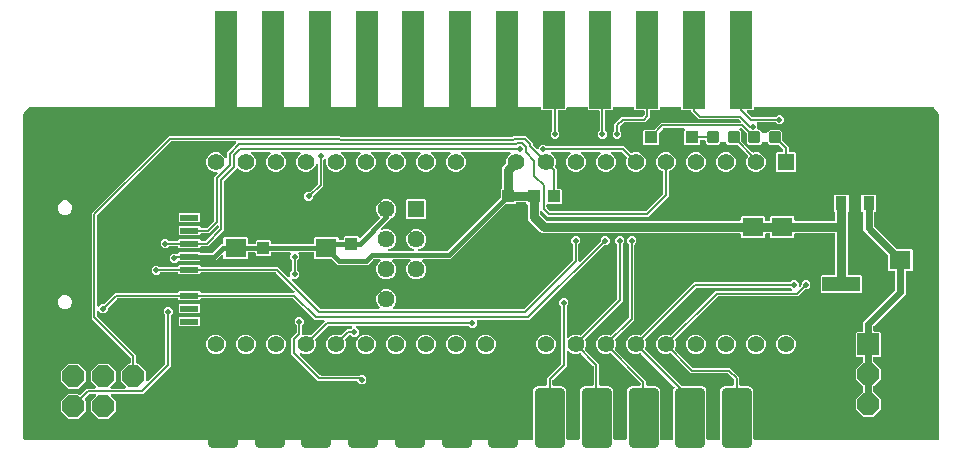
<source format=gbl>
G04 EAGLE Gerber RS-274X export*
G75*
%MOMM*%
%FSLAX34Y34*%
%LPD*%
%INBottom Copper*%
%IPPOS*%
%AMOC8*
5,1,8,0,0,1.08239X$1,22.5*%
G01*
%ADD10R,1.411200X1.411200*%
%ADD11C,1.411200*%
%ADD12C,0.762000*%
%ADD13R,1.350000X1.500000*%
%ADD14R,1.500000X1.300000*%
%ADD15R,1.600000X0.500000*%
%ADD16R,1.400000X1.000000*%
%ADD17R,1.500000X1.500000*%
%ADD18C,0.300000*%
%ADD19R,0.950000X1.250000*%
%ADD20R,3.200000X1.250000*%
%ADD21R,1.800000X1.600000*%
%ADD22R,1.000000X1.100000*%
%ADD23R,1.100000X1.000000*%
%ADD24R,1.828800X1.828800*%
%ADD25P,1.979475X8X292.500000*%
%ADD26R,1.440000X1.440000*%
%ADD27C,1.440000*%
%ADD28P,2.034460X8X22.500000*%
%ADD29R,1.905000X8.255000*%
%ADD30C,0.502400*%
%ADD31C,0.203200*%
%ADD32C,0.609600*%
%ADD33C,0.800000*%
%ADD34C,0.406400*%

G36*
X413002Y8985D02*
X413002Y8985D01*
X413060Y8993D01*
X413118Y8991D01*
X413200Y9013D01*
X413284Y9025D01*
X413337Y9049D01*
X413393Y9063D01*
X413466Y9106D01*
X413543Y9141D01*
X413588Y9179D01*
X413638Y9209D01*
X413696Y9270D01*
X413760Y9325D01*
X413792Y9373D01*
X413832Y9416D01*
X413871Y9491D01*
X413918Y9561D01*
X413935Y9617D01*
X413962Y9669D01*
X413973Y9737D01*
X414003Y9832D01*
X414006Y9932D01*
X414017Y10000D01*
X414017Y50701D01*
X414791Y52568D01*
X416220Y53997D01*
X418087Y54771D01*
X424686Y54771D01*
X424744Y54779D01*
X424802Y54777D01*
X424884Y54799D01*
X424968Y54811D01*
X425021Y54834D01*
X425077Y54849D01*
X425150Y54892D01*
X425227Y54927D01*
X425272Y54965D01*
X425322Y54994D01*
X425380Y55056D01*
X425444Y55110D01*
X425476Y55159D01*
X425516Y55202D01*
X425555Y55277D01*
X425602Y55347D01*
X425619Y55403D01*
X425646Y55455D01*
X425657Y55523D01*
X425687Y55618D01*
X425690Y55718D01*
X425701Y55786D01*
X425701Y61435D01*
X437416Y73150D01*
X437468Y73220D01*
X437528Y73284D01*
X437554Y73333D01*
X437587Y73377D01*
X437618Y73459D01*
X437658Y73537D01*
X437666Y73584D01*
X437688Y73643D01*
X437700Y73790D01*
X437713Y73868D01*
X437713Y121517D01*
X437701Y121603D01*
X437698Y121691D01*
X437681Y121743D01*
X437673Y121798D01*
X437638Y121878D01*
X437611Y121961D01*
X437583Y122000D01*
X437557Y122058D01*
X437461Y122171D01*
X437416Y122234D01*
X436217Y123433D01*
X436217Y126567D01*
X438433Y128783D01*
X441567Y128783D01*
X443783Y126567D01*
X443783Y123433D01*
X442584Y122234D01*
X442532Y122165D01*
X442472Y122101D01*
X442446Y122051D01*
X442413Y122007D01*
X442382Y121926D01*
X442342Y121848D01*
X442334Y121800D01*
X442312Y121742D01*
X442300Y121594D01*
X442287Y121517D01*
X442287Y95964D01*
X442291Y95934D01*
X442288Y95905D01*
X442311Y95794D01*
X442327Y95682D01*
X442339Y95655D01*
X442344Y95627D01*
X442397Y95526D01*
X442443Y95423D01*
X442462Y95400D01*
X442475Y95374D01*
X442553Y95292D01*
X442626Y95206D01*
X442651Y95189D01*
X442671Y95168D01*
X442769Y95111D01*
X442863Y95048D01*
X442891Y95039D01*
X442916Y95024D01*
X443026Y94997D01*
X443134Y94962D01*
X443164Y94962D01*
X443192Y94954D01*
X443305Y94958D01*
X443418Y94955D01*
X443447Y94962D01*
X443476Y94963D01*
X443584Y94998D01*
X443693Y95027D01*
X443719Y95042D01*
X443747Y95051D01*
X443811Y95096D01*
X443938Y95172D01*
X443981Y95218D01*
X444020Y95246D01*
X445483Y96709D01*
X448544Y97977D01*
X451856Y97977D01*
X453660Y97230D01*
X453661Y97229D01*
X453662Y97229D01*
X453797Y97194D01*
X453935Y97159D01*
X453936Y97159D01*
X453938Y97159D01*
X454079Y97163D01*
X454219Y97167D01*
X454221Y97167D01*
X454222Y97168D01*
X454355Y97210D01*
X454490Y97254D01*
X454491Y97255D01*
X454493Y97255D01*
X454505Y97264D01*
X454726Y97412D01*
X454746Y97435D01*
X454766Y97450D01*
X484916Y127600D01*
X484968Y127670D01*
X485028Y127734D01*
X485054Y127783D01*
X485087Y127827D01*
X485118Y127909D01*
X485158Y127987D01*
X485166Y128034D01*
X485188Y128093D01*
X485200Y128240D01*
X485213Y128318D01*
X485213Y174017D01*
X485201Y174103D01*
X485198Y174191D01*
X485181Y174243D01*
X485173Y174298D01*
X485138Y174378D01*
X485111Y174461D01*
X485083Y174500D01*
X485057Y174558D01*
X484961Y174671D01*
X484916Y174734D01*
X483717Y175933D01*
X483717Y179067D01*
X485933Y181283D01*
X489067Y181283D01*
X491283Y179067D01*
X491283Y175933D01*
X490084Y174734D01*
X490032Y174665D01*
X489972Y174601D01*
X489946Y174551D01*
X489913Y174507D01*
X489882Y174426D01*
X489842Y174348D01*
X489834Y174300D01*
X489812Y174242D01*
X489800Y174094D01*
X489787Y174017D01*
X489787Y126003D01*
X488150Y124366D01*
X458000Y94216D01*
X457999Y94215D01*
X457998Y94214D01*
X457911Y94098D01*
X457829Y93989D01*
X457828Y93987D01*
X457827Y93986D01*
X457778Y93854D01*
X457728Y93723D01*
X457728Y93722D01*
X457727Y93720D01*
X457715Y93576D01*
X457704Y93440D01*
X457704Y93438D01*
X457704Y93437D01*
X457708Y93421D01*
X457760Y93161D01*
X457774Y93134D01*
X457780Y93110D01*
X458527Y91306D01*
X458527Y87994D01*
X457780Y86190D01*
X457779Y86189D01*
X457779Y86188D01*
X457744Y86053D01*
X457709Y85915D01*
X457709Y85914D01*
X457709Y85912D01*
X457713Y85764D01*
X457717Y85631D01*
X457717Y85629D01*
X457718Y85628D01*
X457760Y85495D01*
X457804Y85360D01*
X457805Y85359D01*
X457805Y85357D01*
X457814Y85345D01*
X457962Y85124D01*
X457985Y85104D01*
X458000Y85084D01*
X468238Y74846D01*
X469875Y73209D01*
X469875Y55786D01*
X469883Y55728D01*
X469881Y55670D01*
X469903Y55588D01*
X469915Y55504D01*
X469938Y55451D01*
X469953Y55395D01*
X469996Y55322D01*
X470031Y55245D01*
X470069Y55200D01*
X470098Y55150D01*
X470160Y55092D01*
X470214Y55028D01*
X470263Y54996D01*
X470306Y54956D01*
X470381Y54917D01*
X470451Y54870D01*
X470507Y54853D01*
X470559Y54826D01*
X470627Y54815D01*
X470722Y54785D01*
X470822Y54782D01*
X470890Y54771D01*
X477489Y54771D01*
X479356Y53997D01*
X480785Y52568D01*
X481559Y50701D01*
X481559Y10000D01*
X481567Y9942D01*
X481565Y9884D01*
X481587Y9802D01*
X481599Y9719D01*
X481622Y9665D01*
X481637Y9609D01*
X481680Y9536D01*
X481715Y9459D01*
X481753Y9414D01*
X481782Y9364D01*
X481844Y9306D01*
X481898Y9242D01*
X481947Y9210D01*
X481990Y9170D01*
X482065Y9131D01*
X482135Y9085D01*
X482191Y9067D01*
X482243Y9040D01*
X482311Y9029D01*
X482406Y8999D01*
X482506Y8996D01*
X482574Y8985D01*
X492202Y8985D01*
X492260Y8993D01*
X492318Y8991D01*
X492400Y9013D01*
X492484Y9025D01*
X492537Y9049D01*
X492593Y9063D01*
X492666Y9106D01*
X492743Y9141D01*
X492788Y9179D01*
X492838Y9209D01*
X492896Y9270D01*
X492960Y9325D01*
X492992Y9373D01*
X493032Y9416D01*
X493071Y9491D01*
X493118Y9561D01*
X493135Y9617D01*
X493162Y9669D01*
X493173Y9737D01*
X493203Y9832D01*
X493206Y9932D01*
X493217Y10000D01*
X493217Y50701D01*
X493991Y52568D01*
X495420Y53997D01*
X497287Y54771D01*
X503886Y54771D01*
X503944Y54779D01*
X504002Y54777D01*
X504084Y54799D01*
X504168Y54811D01*
X504221Y54834D01*
X504277Y54849D01*
X504350Y54892D01*
X504427Y54927D01*
X504472Y54965D01*
X504522Y54994D01*
X504580Y55056D01*
X504644Y55110D01*
X504676Y55159D01*
X504716Y55202D01*
X504755Y55277D01*
X504802Y55347D01*
X504819Y55403D01*
X504846Y55455D01*
X504857Y55523D01*
X504887Y55618D01*
X504890Y55718D01*
X504901Y55786D01*
X504901Y56694D01*
X504889Y56781D01*
X504886Y56868D01*
X504869Y56921D01*
X504861Y56976D01*
X504826Y57056D01*
X504824Y57062D01*
X504816Y57093D01*
X504811Y57100D01*
X504799Y57139D01*
X504771Y57178D01*
X504745Y57235D01*
X504698Y57291D01*
X504670Y57337D01*
X504631Y57374D01*
X504604Y57412D01*
X480166Y81850D01*
X480165Y81851D01*
X480164Y81852D01*
X480051Y81937D01*
X479939Y82021D01*
X479937Y82022D01*
X479936Y82023D01*
X479804Y82072D01*
X479673Y82122D01*
X479672Y82122D01*
X479670Y82123D01*
X479526Y82135D01*
X479390Y82146D01*
X479388Y82146D01*
X479387Y82146D01*
X479371Y82142D01*
X479111Y82090D01*
X479084Y82076D01*
X479060Y82070D01*
X477256Y81323D01*
X473944Y81323D01*
X470883Y82591D01*
X468541Y84933D01*
X467273Y87994D01*
X467273Y91306D01*
X468541Y94367D01*
X470883Y96709D01*
X473944Y97977D01*
X477256Y97977D01*
X479060Y97230D01*
X479061Y97229D01*
X479062Y97229D01*
X479197Y97194D01*
X479335Y97159D01*
X479336Y97159D01*
X479338Y97159D01*
X479479Y97163D01*
X479619Y97167D01*
X479621Y97167D01*
X479622Y97168D01*
X479755Y97210D01*
X479890Y97254D01*
X479891Y97255D01*
X479893Y97255D01*
X479905Y97264D01*
X480126Y97412D01*
X480146Y97435D01*
X480166Y97450D01*
X494916Y112200D01*
X494968Y112270D01*
X495028Y112334D01*
X495054Y112383D01*
X495087Y112427D01*
X495118Y112509D01*
X495158Y112587D01*
X495166Y112634D01*
X495188Y112693D01*
X495200Y112840D01*
X495213Y112918D01*
X495213Y174017D01*
X495201Y174103D01*
X495198Y174191D01*
X495181Y174243D01*
X495173Y174298D01*
X495138Y174378D01*
X495111Y174461D01*
X495083Y174500D01*
X495057Y174558D01*
X494961Y174671D01*
X494916Y174734D01*
X493717Y175933D01*
X493717Y179067D01*
X495933Y181283D01*
X499067Y181283D01*
X501283Y179067D01*
X501283Y175933D01*
X500084Y174734D01*
X500032Y174665D01*
X499972Y174601D01*
X499946Y174551D01*
X499913Y174507D01*
X499882Y174426D01*
X499842Y174348D01*
X499834Y174300D01*
X499812Y174242D01*
X499800Y174094D01*
X499787Y174017D01*
X499787Y110603D01*
X498150Y108966D01*
X483400Y94216D01*
X483399Y94215D01*
X483398Y94214D01*
X483315Y94104D01*
X483229Y93989D01*
X483228Y93987D01*
X483227Y93986D01*
X483178Y93854D01*
X483128Y93723D01*
X483128Y93722D01*
X483127Y93720D01*
X483115Y93576D01*
X483104Y93440D01*
X483104Y93438D01*
X483104Y93437D01*
X483108Y93421D01*
X483160Y93161D01*
X483174Y93134D01*
X483180Y93110D01*
X483927Y91306D01*
X483927Y87994D01*
X483180Y86190D01*
X483179Y86189D01*
X483179Y86188D01*
X483144Y86053D01*
X483109Y85915D01*
X483109Y85914D01*
X483109Y85912D01*
X483113Y85764D01*
X483117Y85631D01*
X483117Y85629D01*
X483118Y85628D01*
X483160Y85495D01*
X483204Y85360D01*
X483205Y85359D01*
X483205Y85357D01*
X483214Y85345D01*
X483362Y85124D01*
X483385Y85104D01*
X483400Y85084D01*
X507838Y60646D01*
X509475Y59009D01*
X509475Y55786D01*
X509483Y55728D01*
X509481Y55670D01*
X509503Y55588D01*
X509515Y55504D01*
X509538Y55451D01*
X509553Y55395D01*
X509596Y55322D01*
X509631Y55245D01*
X509669Y55200D01*
X509698Y55150D01*
X509760Y55092D01*
X509814Y55028D01*
X509863Y54996D01*
X509906Y54956D01*
X509981Y54917D01*
X510051Y54870D01*
X510107Y54853D01*
X510159Y54826D01*
X510227Y54815D01*
X510322Y54785D01*
X510422Y54782D01*
X510490Y54771D01*
X517089Y54771D01*
X518956Y53997D01*
X520385Y52568D01*
X521159Y50701D01*
X521159Y10000D01*
X521167Y9942D01*
X521165Y9884D01*
X521187Y9802D01*
X521199Y9719D01*
X521222Y9665D01*
X521237Y9609D01*
X521280Y9536D01*
X521315Y9459D01*
X521353Y9414D01*
X521382Y9364D01*
X521444Y9306D01*
X521498Y9242D01*
X521547Y9210D01*
X521590Y9170D01*
X521665Y9131D01*
X521735Y9085D01*
X521791Y9067D01*
X521843Y9040D01*
X521911Y9029D01*
X522006Y8999D01*
X522106Y8996D01*
X522174Y8985D01*
X531802Y8985D01*
X531860Y8993D01*
X531918Y8991D01*
X532000Y9013D01*
X532084Y9025D01*
X532137Y9049D01*
X532193Y9063D01*
X532266Y9106D01*
X532343Y9141D01*
X532388Y9179D01*
X532438Y9209D01*
X532496Y9270D01*
X532560Y9325D01*
X532592Y9373D01*
X532632Y9416D01*
X532671Y9491D01*
X532718Y9561D01*
X532735Y9617D01*
X532762Y9669D01*
X532773Y9737D01*
X532803Y9832D01*
X532806Y9932D01*
X532817Y10000D01*
X532817Y50701D01*
X533616Y52628D01*
X533622Y52638D01*
X533672Y52706D01*
X533693Y52761D01*
X533723Y52811D01*
X533744Y52892D01*
X533774Y52971D01*
X533778Y53030D01*
X533793Y53087D01*
X533790Y53171D01*
X533797Y53255D01*
X533786Y53312D01*
X533784Y53371D01*
X533758Y53451D01*
X533741Y53533D01*
X533714Y53585D01*
X533696Y53641D01*
X533656Y53697D01*
X533611Y53786D01*
X533542Y53858D01*
X533502Y53915D01*
X505566Y81850D01*
X505565Y81851D01*
X505564Y81852D01*
X505451Y81937D01*
X505339Y82021D01*
X505337Y82022D01*
X505336Y82023D01*
X505204Y82072D01*
X505073Y82122D01*
X505072Y82122D01*
X505070Y82123D01*
X504926Y82135D01*
X504790Y82146D01*
X504788Y82146D01*
X504787Y82146D01*
X504771Y82142D01*
X504511Y82090D01*
X504484Y82076D01*
X504460Y82070D01*
X502656Y81323D01*
X499344Y81323D01*
X496283Y82591D01*
X493941Y84933D01*
X492673Y87994D01*
X492673Y91306D01*
X493941Y94367D01*
X496283Y96709D01*
X499344Y97977D01*
X502656Y97977D01*
X504460Y97230D01*
X504461Y97229D01*
X504462Y97229D01*
X504597Y97194D01*
X504735Y97159D01*
X504736Y97159D01*
X504738Y97159D01*
X504879Y97163D01*
X505019Y97167D01*
X505021Y97167D01*
X505022Y97168D01*
X505155Y97210D01*
X505290Y97254D01*
X505291Y97255D01*
X505293Y97255D01*
X505305Y97264D01*
X505526Y97412D01*
X505546Y97435D01*
X505566Y97450D01*
X548766Y140650D01*
X550403Y142287D01*
X631517Y142287D01*
X631603Y142299D01*
X631691Y142302D01*
X631743Y142319D01*
X631798Y142327D01*
X631878Y142362D01*
X631961Y142389D01*
X632000Y142417D01*
X632058Y142443D01*
X632171Y142539D01*
X632234Y142584D01*
X633433Y143783D01*
X636567Y143783D01*
X638783Y141567D01*
X638783Y139468D01*
X638787Y139439D01*
X638784Y139409D01*
X638807Y139298D01*
X638823Y139186D01*
X638835Y139159D01*
X638840Y139131D01*
X638892Y139030D01*
X638939Y138927D01*
X638958Y138904D01*
X638971Y138878D01*
X639049Y138796D01*
X639122Y138710D01*
X639147Y138694D01*
X639167Y138672D01*
X639265Y138615D01*
X639359Y138552D01*
X639387Y138543D01*
X639412Y138528D01*
X639522Y138501D01*
X639630Y138466D01*
X639659Y138466D01*
X639688Y138458D01*
X639801Y138462D01*
X639914Y138459D01*
X639943Y138467D01*
X639972Y138467D01*
X640080Y138502D01*
X640189Y138531D01*
X640215Y138546D01*
X640243Y138555D01*
X640307Y138601D01*
X640434Y138676D01*
X640477Y138722D01*
X640516Y138750D01*
X640920Y139154D01*
X640972Y139224D01*
X641032Y139288D01*
X641058Y139337D01*
X641091Y139381D01*
X641122Y139463D01*
X641162Y139541D01*
X641170Y139588D01*
X641192Y139647D01*
X641204Y139794D01*
X641217Y139872D01*
X641217Y141567D01*
X643433Y143783D01*
X646567Y143783D01*
X648783Y141567D01*
X648783Y138433D01*
X646567Y136217D01*
X644872Y136217D01*
X644785Y136205D01*
X644698Y136202D01*
X644645Y136185D01*
X644590Y136177D01*
X644510Y136142D01*
X644427Y136115D01*
X644388Y136087D01*
X644331Y136061D01*
X644218Y135965D01*
X644154Y135920D01*
X638447Y130213D01*
X570618Y130213D01*
X570531Y130201D01*
X570444Y130198D01*
X570391Y130181D01*
X570336Y130173D01*
X570256Y130138D01*
X570173Y130111D01*
X570134Y130083D01*
X570077Y130057D01*
X569964Y129961D01*
X569900Y129916D01*
X534200Y94216D01*
X534199Y94215D01*
X534198Y94214D01*
X534111Y94098D01*
X534029Y93989D01*
X534028Y93987D01*
X534027Y93986D01*
X533978Y93854D01*
X533928Y93723D01*
X533928Y93722D01*
X533927Y93720D01*
X533915Y93576D01*
X533904Y93440D01*
X533904Y93438D01*
X533904Y93437D01*
X533908Y93421D01*
X533960Y93161D01*
X533974Y93134D01*
X533980Y93110D01*
X534727Y91306D01*
X534727Y87994D01*
X533980Y86190D01*
X533979Y86189D01*
X533979Y86188D01*
X533944Y86053D01*
X533909Y85915D01*
X533909Y85914D01*
X533909Y85912D01*
X533913Y85764D01*
X533917Y85631D01*
X533917Y85629D01*
X533918Y85628D01*
X533960Y85495D01*
X534004Y85360D01*
X534005Y85359D01*
X534005Y85357D01*
X534014Y85345D01*
X534162Y85124D01*
X534185Y85104D01*
X534200Y85084D01*
X549200Y70084D01*
X549270Y70032D01*
X549334Y69972D01*
X549383Y69946D01*
X549427Y69913D01*
X549509Y69882D01*
X549587Y69842D01*
X549634Y69834D01*
X549693Y69812D01*
X549840Y69800D01*
X549918Y69787D01*
X580985Y69787D01*
X588675Y62097D01*
X588675Y55786D01*
X588683Y55728D01*
X588681Y55670D01*
X588703Y55588D01*
X588715Y55504D01*
X588738Y55451D01*
X588753Y55395D01*
X588796Y55322D01*
X588831Y55245D01*
X588869Y55200D01*
X588898Y55150D01*
X588960Y55092D01*
X589014Y55028D01*
X589063Y54996D01*
X589106Y54956D01*
X589181Y54917D01*
X589251Y54870D01*
X589307Y54853D01*
X589359Y54826D01*
X589427Y54815D01*
X589522Y54785D01*
X589622Y54782D01*
X589690Y54771D01*
X596289Y54771D01*
X598156Y53997D01*
X599585Y52568D01*
X600359Y50701D01*
X600359Y10000D01*
X600367Y9942D01*
X600365Y9884D01*
X600387Y9802D01*
X600399Y9719D01*
X600422Y9665D01*
X600437Y9609D01*
X600480Y9536D01*
X600515Y9459D01*
X600553Y9414D01*
X600582Y9364D01*
X600644Y9306D01*
X600698Y9242D01*
X600747Y9210D01*
X600790Y9170D01*
X600865Y9131D01*
X600935Y9085D01*
X600991Y9067D01*
X601043Y9040D01*
X601111Y9029D01*
X601206Y8999D01*
X601306Y8996D01*
X601374Y8985D01*
X756984Y8985D01*
X757042Y8993D01*
X757100Y8991D01*
X757182Y9013D01*
X757266Y9025D01*
X757319Y9049D01*
X757375Y9063D01*
X757448Y9106D01*
X757525Y9141D01*
X757570Y9179D01*
X757620Y9209D01*
X757678Y9270D01*
X757742Y9325D01*
X757774Y9373D01*
X757814Y9416D01*
X757853Y9491D01*
X757900Y9561D01*
X757917Y9617D01*
X757944Y9669D01*
X757955Y9737D01*
X757985Y9832D01*
X757988Y9932D01*
X757999Y10000D01*
X757999Y281300D01*
X757991Y281356D01*
X757994Y281400D01*
X757808Y283289D01*
X757741Y283565D01*
X757737Y283572D01*
X757736Y283578D01*
X756290Y287069D01*
X756274Y287095D01*
X756265Y287125D01*
X756219Y287189D01*
X756145Y287313D01*
X756099Y287358D01*
X756070Y287398D01*
X753398Y290070D01*
X753373Y290088D01*
X753353Y290112D01*
X753287Y290154D01*
X753171Y290241D01*
X753111Y290264D01*
X753069Y290290D01*
X751504Y290938D01*
X751474Y290946D01*
X751447Y290960D01*
X751369Y290973D01*
X751229Y291009D01*
X751165Y291007D01*
X751116Y291015D01*
X601611Y291015D01*
X601553Y291007D01*
X601495Y291009D01*
X601413Y290987D01*
X601329Y290975D01*
X601276Y290952D01*
X601220Y290937D01*
X601147Y290894D01*
X601070Y290859D01*
X601025Y290821D01*
X600975Y290792D01*
X600917Y290730D01*
X600853Y290676D01*
X600821Y290627D01*
X600781Y290584D01*
X600742Y290509D01*
X600695Y290439D01*
X600678Y290383D01*
X600651Y290331D01*
X600640Y290263D01*
X600610Y290168D01*
X600607Y290068D01*
X600596Y290000D01*
X600596Y288739D01*
X599851Y287994D01*
X595858Y287994D01*
X595829Y287990D01*
X595799Y287993D01*
X595688Y287970D01*
X595576Y287954D01*
X595549Y287942D01*
X595521Y287937D01*
X595420Y287885D01*
X595317Y287838D01*
X595294Y287819D01*
X595268Y287806D01*
X595186Y287728D01*
X595100Y287655D01*
X595083Y287630D01*
X595062Y287610D01*
X595005Y287512D01*
X594942Y287418D01*
X594933Y287390D01*
X594918Y287365D01*
X594891Y287255D01*
X594856Y287147D01*
X594856Y287117D01*
X594848Y287089D01*
X594852Y286976D01*
X594849Y286863D01*
X594856Y286834D01*
X594857Y286805D01*
X594892Y286697D01*
X594921Y286588D01*
X594936Y286562D01*
X594945Y286534D01*
X594990Y286471D01*
X595066Y286343D01*
X595112Y286300D01*
X595140Y286261D01*
X598817Y282584D01*
X598887Y282532D01*
X598950Y282472D01*
X599000Y282446D01*
X599044Y282413D01*
X599126Y282382D01*
X599204Y282342D01*
X599251Y282334D01*
X599310Y282312D01*
X599457Y282300D01*
X599535Y282287D01*
X619017Y282287D01*
X619103Y282299D01*
X619191Y282302D01*
X619243Y282319D01*
X619298Y282327D01*
X619378Y282362D01*
X619461Y282389D01*
X619500Y282417D01*
X619558Y282443D01*
X619671Y282539D01*
X619734Y282584D01*
X620933Y283783D01*
X624067Y283783D01*
X626283Y281567D01*
X626283Y278433D01*
X624067Y276217D01*
X620933Y276217D01*
X619734Y277416D01*
X619665Y277468D01*
X619601Y277528D01*
X619551Y277554D01*
X619507Y277587D01*
X619426Y277618D01*
X619348Y277658D01*
X619300Y277666D01*
X619242Y277688D01*
X619094Y277700D01*
X619017Y277713D01*
X604123Y277713D01*
X604094Y277709D01*
X604065Y277712D01*
X603954Y277689D01*
X603842Y277673D01*
X603815Y277661D01*
X603786Y277656D01*
X603686Y277603D01*
X603582Y277557D01*
X603560Y277538D01*
X603534Y277525D01*
X603452Y277447D01*
X603365Y277374D01*
X603349Y277349D01*
X603328Y277329D01*
X603271Y277231D01*
X603208Y277137D01*
X603199Y277109D01*
X603184Y277084D01*
X603156Y276974D01*
X603122Y276866D01*
X603121Y276836D01*
X603114Y276808D01*
X603118Y276695D01*
X603115Y276582D01*
X603122Y276553D01*
X603123Y276524D01*
X603158Y276416D01*
X603187Y276307D01*
X603202Y276281D01*
X603211Y276253D01*
X603256Y276189D01*
X603332Y276062D01*
X603377Y276019D01*
X603405Y275980D01*
X603783Y275603D01*
X603783Y272286D01*
X603791Y272228D01*
X603789Y272170D01*
X603811Y272088D01*
X603823Y272004D01*
X603846Y271951D01*
X603861Y271895D01*
X603904Y271822D01*
X603939Y271745D01*
X603977Y271700D01*
X604006Y271650D01*
X604068Y271592D01*
X604122Y271528D01*
X604171Y271496D01*
X604214Y271456D01*
X604289Y271417D01*
X604359Y271370D01*
X604415Y271353D01*
X604467Y271326D01*
X604535Y271315D01*
X604630Y271285D01*
X604730Y271282D01*
X604798Y271271D01*
X605878Y271271D01*
X607510Y269638D01*
X607529Y269568D01*
X607541Y269484D01*
X607564Y269431D01*
X607579Y269375D01*
X607622Y269302D01*
X607657Y269225D01*
X607695Y269180D01*
X607724Y269130D01*
X607786Y269072D01*
X607840Y269008D01*
X607889Y268976D01*
X607932Y268936D01*
X608007Y268897D01*
X608077Y268850D01*
X608133Y268833D01*
X608185Y268806D01*
X608253Y268795D01*
X608348Y268765D01*
X608448Y268762D01*
X608516Y268751D01*
X611484Y268751D01*
X611542Y268759D01*
X611600Y268757D01*
X611682Y268779D01*
X611766Y268791D01*
X611819Y268814D01*
X611875Y268829D01*
X611948Y268872D01*
X612025Y268907D01*
X612070Y268945D01*
X612120Y268974D01*
X612178Y269036D01*
X612242Y269090D01*
X612274Y269139D01*
X612314Y269182D01*
X612353Y269257D01*
X612400Y269327D01*
X612417Y269383D01*
X612444Y269435D01*
X612455Y269503D01*
X612485Y269598D01*
X612486Y269635D01*
X614122Y271271D01*
X623418Y271271D01*
X625041Y269648D01*
X625041Y262384D01*
X625053Y262297D01*
X625056Y262210D01*
X625073Y262157D01*
X625081Y262102D01*
X625116Y262022D01*
X625143Y261939D01*
X625171Y261900D01*
X625197Y261843D01*
X625293Y261730D01*
X625338Y261666D01*
X628650Y258354D01*
X630287Y256717D01*
X630287Y253292D01*
X630295Y253234D01*
X630293Y253176D01*
X630315Y253094D01*
X630327Y253010D01*
X630350Y252957D01*
X630365Y252901D01*
X630408Y252828D01*
X630443Y252751D01*
X630481Y252706D01*
X630510Y252656D01*
X630572Y252598D01*
X630626Y252534D01*
X630675Y252502D01*
X630718Y252462D01*
X630793Y252423D01*
X630863Y252376D01*
X630919Y252359D01*
X630971Y252332D01*
X631039Y252321D01*
X631134Y252291D01*
X631234Y252288D01*
X631302Y252277D01*
X635582Y252277D01*
X636327Y251532D01*
X636327Y236368D01*
X635582Y235623D01*
X620418Y235623D01*
X619673Y236368D01*
X619673Y251532D01*
X620418Y252277D01*
X624698Y252277D01*
X624756Y252285D01*
X624814Y252283D01*
X624896Y252305D01*
X624980Y252317D01*
X625033Y252340D01*
X625089Y252355D01*
X625162Y252398D01*
X625239Y252433D01*
X625284Y252471D01*
X625334Y252500D01*
X625392Y252562D01*
X625456Y252616D01*
X625488Y252665D01*
X625528Y252708D01*
X625567Y252783D01*
X625614Y252853D01*
X625631Y252909D01*
X625658Y252961D01*
X625669Y253029D01*
X625699Y253124D01*
X625702Y253224D01*
X625713Y253292D01*
X625713Y254402D01*
X625701Y254489D01*
X625698Y254576D01*
X625681Y254629D01*
X625673Y254684D01*
X625638Y254764D01*
X625611Y254847D01*
X625583Y254886D01*
X625557Y254943D01*
X625461Y255056D01*
X625416Y255120D01*
X622104Y258432D01*
X622034Y258484D01*
X621970Y258544D01*
X621921Y258570D01*
X621877Y258603D01*
X621795Y258634D01*
X621717Y258674D01*
X621670Y258682D01*
X621611Y258704D01*
X621464Y258716D01*
X621386Y258729D01*
X614122Y258729D01*
X612490Y260362D01*
X612471Y260432D01*
X612459Y260516D01*
X612436Y260569D01*
X612421Y260625D01*
X612378Y260698D01*
X612343Y260775D01*
X612305Y260820D01*
X612276Y260870D01*
X612214Y260928D01*
X612160Y260992D01*
X612111Y261024D01*
X612068Y261064D01*
X611993Y261103D01*
X611923Y261150D01*
X611867Y261167D01*
X611815Y261194D01*
X611747Y261205D01*
X611652Y261235D01*
X611552Y261238D01*
X611484Y261249D01*
X608516Y261249D01*
X608458Y261241D01*
X608400Y261243D01*
X608318Y261221D01*
X608234Y261209D01*
X608181Y261186D01*
X608125Y261171D01*
X608052Y261128D01*
X607975Y261093D01*
X607930Y261055D01*
X607880Y261026D01*
X607822Y260964D01*
X607758Y260910D01*
X607726Y260861D01*
X607686Y260818D01*
X607647Y260743D01*
X607600Y260673D01*
X607583Y260617D01*
X607556Y260565D01*
X607545Y260497D01*
X607515Y260402D01*
X607514Y260365D01*
X605878Y258729D01*
X596582Y258729D01*
X594959Y260352D01*
X594959Y267616D01*
X594947Y267703D01*
X594944Y267790D01*
X594927Y267843D01*
X594919Y267898D01*
X594884Y267978D01*
X594857Y268061D01*
X594829Y268100D01*
X594803Y268157D01*
X594707Y268270D01*
X594662Y268334D01*
X590580Y272416D01*
X590510Y272468D01*
X590446Y272528D01*
X590397Y272554D01*
X590353Y272587D01*
X590271Y272618D01*
X590193Y272658D01*
X590146Y272666D01*
X590087Y272688D01*
X589940Y272700D01*
X589862Y272713D01*
X589426Y272713D01*
X589397Y272709D01*
X589368Y272712D01*
X589257Y272689D01*
X589145Y272673D01*
X589118Y272661D01*
X589089Y272656D01*
X588988Y272603D01*
X588885Y272557D01*
X588863Y272538D01*
X588837Y272525D01*
X588755Y272447D01*
X588668Y272374D01*
X588652Y272349D01*
X588631Y272329D01*
X588574Y272231D01*
X588511Y272137D01*
X588502Y272109D01*
X588487Y272084D01*
X588459Y271974D01*
X588425Y271866D01*
X588424Y271836D01*
X588417Y271808D01*
X588420Y271695D01*
X588418Y271582D01*
X588425Y271553D01*
X588426Y271524D01*
X588461Y271416D01*
X588489Y271307D01*
X588504Y271281D01*
X588513Y271253D01*
X588559Y271189D01*
X588635Y271062D01*
X588680Y271019D01*
X588708Y270980D01*
X590041Y269648D01*
X590041Y262384D01*
X590053Y262297D01*
X590056Y262210D01*
X590073Y262157D01*
X590081Y262102D01*
X590116Y262022D01*
X590143Y261939D01*
X590171Y261900D01*
X590197Y261843D01*
X590293Y261730D01*
X590338Y261666D01*
X599604Y252400D01*
X599605Y252399D01*
X599606Y252398D01*
X599724Y252309D01*
X599831Y252229D01*
X599832Y252229D01*
X599834Y252228D01*
X599967Y252177D01*
X600097Y252128D01*
X600098Y252128D01*
X600100Y252127D01*
X600244Y252116D01*
X600380Y252104D01*
X600381Y252105D01*
X600383Y252105D01*
X600399Y252108D01*
X600659Y252160D01*
X600686Y252174D01*
X600710Y252180D01*
X600944Y252277D01*
X604256Y252277D01*
X607317Y251009D01*
X609659Y248667D01*
X610927Y245606D01*
X610927Y242294D01*
X609659Y239233D01*
X607317Y236891D01*
X604256Y235623D01*
X600944Y235623D01*
X597883Y236891D01*
X595541Y239233D01*
X594273Y242294D01*
X594273Y245606D01*
X595548Y248684D01*
X595565Y248700D01*
X595608Y248773D01*
X595658Y248840D01*
X595679Y248895D01*
X595709Y248945D01*
X595729Y249027D01*
X595759Y249106D01*
X595764Y249164D01*
X595779Y249221D01*
X595776Y249305D01*
X595783Y249389D01*
X595771Y249447D01*
X595770Y249505D01*
X595744Y249585D01*
X595727Y249668D01*
X595700Y249720D01*
X595682Y249775D01*
X595642Y249832D01*
X595596Y249920D01*
X595527Y249993D01*
X595487Y250049D01*
X587104Y258432D01*
X587034Y258484D01*
X586970Y258544D01*
X586921Y258570D01*
X586877Y258603D01*
X586795Y258634D01*
X586717Y258674D01*
X586670Y258682D01*
X586611Y258704D01*
X586464Y258716D01*
X586386Y258729D01*
X579122Y258729D01*
X577490Y260362D01*
X577471Y260432D01*
X577459Y260516D01*
X577436Y260569D01*
X577421Y260625D01*
X577378Y260698D01*
X577343Y260775D01*
X577305Y260820D01*
X577276Y260870D01*
X577214Y260928D01*
X577160Y260992D01*
X577111Y261024D01*
X577068Y261064D01*
X576993Y261103D01*
X576923Y261150D01*
X576867Y261167D01*
X576815Y261194D01*
X576747Y261205D01*
X576652Y261235D01*
X576552Y261238D01*
X576484Y261249D01*
X573516Y261249D01*
X573458Y261241D01*
X573400Y261243D01*
X573318Y261221D01*
X573234Y261209D01*
X573181Y261186D01*
X573125Y261171D01*
X573052Y261128D01*
X572975Y261093D01*
X572930Y261055D01*
X572880Y261026D01*
X572822Y260964D01*
X572758Y260910D01*
X572726Y260861D01*
X572686Y260818D01*
X572647Y260743D01*
X572600Y260673D01*
X572583Y260617D01*
X572556Y260565D01*
X572545Y260497D01*
X572515Y260402D01*
X572514Y260365D01*
X570878Y258729D01*
X561582Y258729D01*
X559959Y260352D01*
X559959Y261698D01*
X559951Y261756D01*
X559953Y261814D01*
X559931Y261896D01*
X559919Y261980D01*
X559896Y262033D01*
X559881Y262089D01*
X559838Y262162D01*
X559803Y262239D01*
X559765Y262284D01*
X559736Y262334D01*
X559674Y262392D01*
X559620Y262456D01*
X559571Y262488D01*
X559528Y262528D01*
X559453Y262567D01*
X559383Y262614D01*
X559327Y262631D01*
X559275Y262658D01*
X559207Y262669D01*
X559112Y262699D01*
X559012Y262702D01*
X558944Y262713D01*
X556286Y262713D01*
X556228Y262705D01*
X556170Y262707D01*
X556088Y262685D01*
X556004Y262673D01*
X555951Y262650D01*
X555895Y262635D01*
X555822Y262592D01*
X555745Y262557D01*
X555700Y262519D01*
X555650Y262490D01*
X555592Y262428D01*
X555528Y262374D01*
X555496Y262325D01*
X555456Y262282D01*
X555417Y262207D01*
X555370Y262137D01*
X555353Y262081D01*
X555326Y262029D01*
X555315Y261961D01*
X555285Y261866D01*
X555282Y261766D01*
X555271Y261698D01*
X555271Y259474D01*
X554526Y258729D01*
X542474Y258729D01*
X541729Y259474D01*
X541729Y270526D01*
X542183Y270980D01*
X542201Y271004D01*
X542223Y271023D01*
X542286Y271117D01*
X542354Y271207D01*
X542364Y271235D01*
X542381Y271259D01*
X542415Y271367D01*
X542455Y271473D01*
X542458Y271502D01*
X542466Y271530D01*
X542469Y271644D01*
X542479Y271756D01*
X542473Y271785D01*
X542474Y271814D01*
X542445Y271924D01*
X542423Y272035D01*
X542409Y272061D01*
X542402Y272089D01*
X542344Y272187D01*
X542292Y272287D01*
X542272Y272309D01*
X542257Y272334D01*
X542174Y272411D01*
X542096Y272493D01*
X542071Y272508D01*
X542049Y272528D01*
X541948Y272580D01*
X541851Y272637D01*
X541822Y272644D01*
X541796Y272658D01*
X541719Y272671D01*
X541575Y272707D01*
X541513Y272705D01*
X541465Y272713D01*
X524868Y272713D01*
X524781Y272701D01*
X524694Y272698D01*
X524641Y272681D01*
X524586Y272673D01*
X524506Y272638D01*
X524423Y272611D01*
X524384Y272583D01*
X524327Y272557D01*
X524214Y272461D01*
X524150Y272416D01*
X520568Y268834D01*
X520516Y268764D01*
X520456Y268700D01*
X520430Y268651D01*
X520397Y268607D01*
X520366Y268525D01*
X520326Y268447D01*
X520318Y268400D01*
X520296Y268341D01*
X520284Y268194D01*
X520271Y268116D01*
X520271Y259474D01*
X519526Y258729D01*
X507474Y258729D01*
X506729Y259474D01*
X506729Y270526D01*
X507474Y271271D01*
X516116Y271271D01*
X516203Y271283D01*
X516290Y271286D01*
X516343Y271303D01*
X516398Y271311D01*
X516478Y271346D01*
X516561Y271373D01*
X516600Y271401D01*
X516657Y271427D01*
X516770Y271523D01*
X516834Y271568D01*
X522553Y277287D01*
X589064Y277287D01*
X589093Y277291D01*
X589123Y277288D01*
X589234Y277311D01*
X589346Y277327D01*
X589373Y277339D01*
X589401Y277344D01*
X589502Y277397D01*
X589605Y277443D01*
X589628Y277462D01*
X589654Y277475D01*
X589736Y277553D01*
X589822Y277626D01*
X589838Y277651D01*
X589860Y277671D01*
X589917Y277769D01*
X589980Y277863D01*
X589989Y277891D01*
X590004Y277916D01*
X590031Y278026D01*
X590066Y278134D01*
X590066Y278164D01*
X590074Y278192D01*
X590070Y278305D01*
X590073Y278418D01*
X590065Y278447D01*
X590065Y278476D01*
X590030Y278584D01*
X590001Y278693D01*
X589986Y278719D01*
X589977Y278747D01*
X589931Y278811D01*
X589856Y278938D01*
X589810Y278981D01*
X589782Y279020D01*
X588886Y279916D01*
X588816Y279968D01*
X588752Y280028D01*
X588703Y280054D01*
X588659Y280087D01*
X588577Y280118D01*
X588499Y280158D01*
X588452Y280166D01*
X588393Y280188D01*
X588246Y280200D01*
X588168Y280213D01*
X554053Y280213D01*
X547913Y286353D01*
X547913Y286979D01*
X547905Y287037D01*
X547907Y287095D01*
X547885Y287177D01*
X547873Y287261D01*
X547850Y287314D01*
X547835Y287370D01*
X547792Y287443D01*
X547757Y287520D01*
X547719Y287565D01*
X547690Y287615D01*
X547628Y287673D01*
X547574Y287737D01*
X547525Y287769D01*
X547482Y287809D01*
X547407Y287848D01*
X547337Y287895D01*
X547281Y287912D01*
X547229Y287939D01*
X547161Y287950D01*
X547066Y287980D01*
X546966Y287983D01*
X546898Y287994D01*
X540149Y287994D01*
X539404Y288739D01*
X539404Y290000D01*
X539396Y290058D01*
X539398Y290116D01*
X539376Y290198D01*
X539364Y290282D01*
X539341Y290335D01*
X539326Y290391D01*
X539283Y290464D01*
X539248Y290541D01*
X539210Y290586D01*
X539181Y290636D01*
X539119Y290694D01*
X539065Y290758D01*
X539016Y290790D01*
X538973Y290830D01*
X538898Y290869D01*
X538828Y290916D01*
X538772Y290933D01*
X538720Y290960D01*
X538652Y290971D01*
X538557Y291001D01*
X538457Y291004D01*
X538389Y291015D01*
X522411Y291015D01*
X522353Y291007D01*
X522295Y291009D01*
X522213Y290987D01*
X522129Y290975D01*
X522076Y290952D01*
X522020Y290937D01*
X521947Y290894D01*
X521870Y290859D01*
X521825Y290821D01*
X521775Y290792D01*
X521717Y290730D01*
X521653Y290676D01*
X521621Y290627D01*
X521581Y290584D01*
X521542Y290509D01*
X521495Y290439D01*
X521478Y290383D01*
X521451Y290331D01*
X521440Y290263D01*
X521410Y290168D01*
X521407Y290068D01*
X521396Y290000D01*
X521396Y288739D01*
X520651Y287994D01*
X513902Y287994D01*
X513844Y287986D01*
X513786Y287988D01*
X513704Y287966D01*
X513620Y287954D01*
X513567Y287931D01*
X513511Y287916D01*
X513438Y287873D01*
X513361Y287838D01*
X513316Y287800D01*
X513266Y287771D01*
X513208Y287709D01*
X513144Y287655D01*
X513112Y287606D01*
X513072Y287563D01*
X513033Y287488D01*
X512986Y287418D01*
X512969Y287362D01*
X512942Y287310D01*
X512931Y287242D01*
X512901Y287147D01*
X512898Y287047D01*
X512887Y286979D01*
X512887Y282153D01*
X508447Y277713D01*
X491368Y277713D01*
X491281Y277701D01*
X491194Y277698D01*
X491141Y277681D01*
X491086Y277673D01*
X491006Y277638D01*
X490923Y277611D01*
X490884Y277583D01*
X490827Y277557D01*
X490714Y277461D01*
X490650Y277416D01*
X487584Y274350D01*
X487532Y274280D01*
X487472Y274216D01*
X487446Y274167D01*
X487413Y274123D01*
X487382Y274041D01*
X487342Y273963D01*
X487334Y273916D01*
X487312Y273857D01*
X487300Y273710D01*
X487287Y273632D01*
X487287Y270983D01*
X487299Y270897D01*
X487302Y270809D01*
X487319Y270757D01*
X487327Y270702D01*
X487362Y270622D01*
X487389Y270539D01*
X487417Y270500D01*
X487443Y270442D01*
X487539Y270329D01*
X487584Y270266D01*
X488783Y269067D01*
X488783Y265933D01*
X486567Y263717D01*
X483433Y263717D01*
X481217Y265933D01*
X481217Y269067D01*
X482416Y270266D01*
X482468Y270335D01*
X482528Y270399D01*
X482554Y270449D01*
X482587Y270493D01*
X482618Y270574D01*
X482658Y270652D01*
X482666Y270700D01*
X482688Y270758D01*
X482700Y270906D01*
X482713Y270983D01*
X482713Y275947D01*
X489053Y282287D01*
X506132Y282287D01*
X506219Y282299D01*
X506306Y282302D01*
X506359Y282319D01*
X506414Y282327D01*
X506494Y282362D01*
X506577Y282389D01*
X506616Y282417D01*
X506673Y282443D01*
X506786Y282539D01*
X506850Y282584D01*
X508016Y283750D01*
X508068Y283820D01*
X508128Y283884D01*
X508154Y283933D01*
X508187Y283977D01*
X508218Y284059D01*
X508258Y284137D01*
X508266Y284184D01*
X508288Y284243D01*
X508300Y284390D01*
X508313Y284468D01*
X508313Y286979D01*
X508305Y287037D01*
X508307Y287095D01*
X508285Y287177D01*
X508273Y287261D01*
X508250Y287314D01*
X508235Y287370D01*
X508192Y287443D01*
X508157Y287520D01*
X508119Y287565D01*
X508090Y287615D01*
X508028Y287673D01*
X507974Y287737D01*
X507925Y287769D01*
X507882Y287809D01*
X507807Y287848D01*
X507737Y287895D01*
X507681Y287912D01*
X507629Y287939D01*
X507561Y287950D01*
X507466Y287980D01*
X507366Y287983D01*
X507298Y287994D01*
X500549Y287994D01*
X499804Y288739D01*
X499804Y290000D01*
X499796Y290058D01*
X499798Y290116D01*
X499776Y290198D01*
X499764Y290282D01*
X499741Y290335D01*
X499726Y290391D01*
X499683Y290464D01*
X499648Y290541D01*
X499610Y290586D01*
X499581Y290636D01*
X499519Y290694D01*
X499465Y290758D01*
X499416Y290790D01*
X499373Y290830D01*
X499298Y290869D01*
X499228Y290916D01*
X499172Y290933D01*
X499120Y290960D01*
X499052Y290971D01*
X498957Y291001D01*
X498857Y291004D01*
X498789Y291015D01*
X482811Y291015D01*
X482753Y291007D01*
X482695Y291009D01*
X482613Y290987D01*
X482529Y290975D01*
X482476Y290952D01*
X482420Y290937D01*
X482347Y290894D01*
X482270Y290859D01*
X482225Y290821D01*
X482175Y290792D01*
X482117Y290730D01*
X482053Y290676D01*
X482021Y290627D01*
X481981Y290584D01*
X481942Y290509D01*
X481895Y290439D01*
X481878Y290383D01*
X481851Y290331D01*
X481840Y290263D01*
X481810Y290168D01*
X481807Y290068D01*
X481796Y290000D01*
X481796Y288739D01*
X481051Y287994D01*
X475802Y287994D01*
X475744Y287986D01*
X475686Y287988D01*
X475604Y287966D01*
X475520Y287954D01*
X475467Y287931D01*
X475411Y287916D01*
X475338Y287873D01*
X475261Y287838D01*
X475216Y287800D01*
X475166Y287771D01*
X475108Y287709D01*
X475044Y287655D01*
X475012Y287606D01*
X474972Y287563D01*
X474933Y287488D01*
X474886Y287418D01*
X474869Y287362D01*
X474842Y287310D01*
X474831Y287242D01*
X474801Y287147D01*
X474798Y287047D01*
X474787Y286979D01*
X474787Y270983D01*
X474799Y270897D01*
X474802Y270809D01*
X474819Y270757D01*
X474827Y270702D01*
X474862Y270622D01*
X474889Y270539D01*
X474917Y270500D01*
X474943Y270442D01*
X475039Y270329D01*
X475084Y270266D01*
X476283Y269067D01*
X476283Y265933D01*
X474067Y263717D01*
X470933Y263717D01*
X468717Y265933D01*
X468717Y269067D01*
X469916Y270266D01*
X469968Y270335D01*
X470028Y270399D01*
X470054Y270449D01*
X470087Y270493D01*
X470118Y270574D01*
X470158Y270652D01*
X470166Y270700D01*
X470188Y270758D01*
X470200Y270906D01*
X470213Y270983D01*
X470213Y286979D01*
X470205Y287037D01*
X470207Y287095D01*
X470185Y287177D01*
X470173Y287261D01*
X470150Y287314D01*
X470135Y287370D01*
X470092Y287443D01*
X470057Y287520D01*
X470019Y287565D01*
X469990Y287615D01*
X469928Y287673D01*
X469874Y287737D01*
X469825Y287769D01*
X469782Y287809D01*
X469707Y287848D01*
X469637Y287895D01*
X469581Y287912D01*
X469529Y287939D01*
X469461Y287950D01*
X469366Y287980D01*
X469266Y287983D01*
X469198Y287994D01*
X460949Y287994D01*
X460204Y288739D01*
X460204Y290000D01*
X460196Y290058D01*
X460198Y290116D01*
X460176Y290198D01*
X460164Y290282D01*
X460141Y290335D01*
X460126Y290391D01*
X460083Y290464D01*
X460048Y290541D01*
X460010Y290586D01*
X459981Y290636D01*
X459919Y290694D01*
X459865Y290758D01*
X459816Y290790D01*
X459773Y290830D01*
X459698Y290869D01*
X459628Y290916D01*
X459572Y290933D01*
X459520Y290960D01*
X459452Y290971D01*
X459357Y291001D01*
X459257Y291004D01*
X459189Y291015D01*
X443211Y291015D01*
X443153Y291007D01*
X443095Y291009D01*
X443013Y290987D01*
X442929Y290975D01*
X442876Y290952D01*
X442820Y290937D01*
X442747Y290894D01*
X442670Y290859D01*
X442625Y290821D01*
X442575Y290792D01*
X442517Y290730D01*
X442453Y290676D01*
X442421Y290627D01*
X442381Y290584D01*
X442342Y290509D01*
X442295Y290439D01*
X442278Y290383D01*
X442251Y290331D01*
X442240Y290263D01*
X442210Y290168D01*
X442207Y290068D01*
X442196Y290000D01*
X442196Y288739D01*
X441451Y287994D01*
X435802Y287994D01*
X435744Y287986D01*
X435686Y287988D01*
X435604Y287966D01*
X435520Y287954D01*
X435467Y287931D01*
X435411Y287916D01*
X435338Y287873D01*
X435261Y287838D01*
X435216Y287800D01*
X435166Y287771D01*
X435108Y287709D01*
X435044Y287655D01*
X435012Y287606D01*
X434972Y287563D01*
X434933Y287488D01*
X434886Y287418D01*
X434869Y287362D01*
X434842Y287310D01*
X434831Y287242D01*
X434801Y287147D01*
X434798Y287047D01*
X434787Y286979D01*
X434787Y270983D01*
X434799Y270897D01*
X434802Y270809D01*
X434819Y270757D01*
X434827Y270702D01*
X434862Y270622D01*
X434889Y270539D01*
X434917Y270500D01*
X434943Y270442D01*
X435039Y270329D01*
X435084Y270266D01*
X436283Y269067D01*
X436283Y265933D01*
X434067Y263717D01*
X430933Y263717D01*
X428717Y265933D01*
X428717Y269067D01*
X429916Y270266D01*
X429968Y270335D01*
X430028Y270399D01*
X430054Y270449D01*
X430087Y270493D01*
X430118Y270574D01*
X430158Y270652D01*
X430166Y270700D01*
X430188Y270758D01*
X430200Y270906D01*
X430213Y270983D01*
X430213Y286979D01*
X430205Y287037D01*
X430207Y287095D01*
X430185Y287177D01*
X430173Y287261D01*
X430150Y287314D01*
X430135Y287370D01*
X430092Y287443D01*
X430057Y287520D01*
X430019Y287565D01*
X429990Y287615D01*
X429928Y287673D01*
X429874Y287737D01*
X429825Y287769D01*
X429782Y287809D01*
X429707Y287848D01*
X429637Y287895D01*
X429581Y287912D01*
X429529Y287939D01*
X429461Y287950D01*
X429366Y287980D01*
X429266Y287983D01*
X429198Y287994D01*
X421349Y287994D01*
X420604Y288739D01*
X420604Y290000D01*
X420596Y290058D01*
X420598Y290116D01*
X420576Y290198D01*
X420564Y290282D01*
X420541Y290335D01*
X420526Y290391D01*
X420483Y290464D01*
X420448Y290541D01*
X420410Y290586D01*
X420381Y290636D01*
X420319Y290694D01*
X420265Y290758D01*
X420216Y290790D01*
X420173Y290830D01*
X420098Y290869D01*
X420028Y290916D01*
X419972Y290933D01*
X419920Y290960D01*
X419852Y290971D01*
X419757Y291001D01*
X419657Y291004D01*
X419589Y291015D01*
X-11116Y291015D01*
X-11146Y291011D01*
X-11177Y291013D01*
X-11254Y290996D01*
X-11397Y290975D01*
X-11456Y290949D01*
X-11504Y290938D01*
X-13069Y290290D01*
X-13095Y290274D01*
X-13125Y290265D01*
X-13188Y290219D01*
X-13314Y290145D01*
X-13358Y290098D01*
X-13398Y290070D01*
X-16070Y287398D01*
X-16088Y287373D01*
X-16112Y287353D01*
X-16154Y287286D01*
X-16241Y287171D01*
X-16264Y287111D01*
X-16290Y287069D01*
X-17736Y283578D01*
X-17807Y283302D01*
X-17807Y283295D01*
X-17808Y283289D01*
X-17994Y281400D01*
X-17992Y281343D01*
X-17999Y281300D01*
X-17999Y10000D01*
X-17991Y9942D01*
X-17993Y9884D01*
X-17971Y9802D01*
X-17959Y9718D01*
X-17936Y9665D01*
X-17921Y9609D01*
X-17878Y9536D01*
X-17843Y9459D01*
X-17805Y9414D01*
X-17776Y9364D01*
X-17714Y9306D01*
X-17660Y9242D01*
X-17611Y9210D01*
X-17568Y9170D01*
X-17493Y9131D01*
X-17423Y9084D01*
X-17367Y9067D01*
X-17315Y9040D01*
X-17247Y9029D01*
X-17152Y8999D01*
X-17052Y8996D01*
X-16984Y8985D01*
X413002Y8985D01*
G37*
%LPC*%
G36*
X20181Y26631D02*
X20181Y26631D01*
X13931Y32881D01*
X13931Y41719D01*
X20181Y47969D01*
X29019Y47969D01*
X29809Y47179D01*
X29856Y47144D01*
X29896Y47101D01*
X29969Y47059D01*
X30036Y47008D01*
X30091Y46987D01*
X30141Y46958D01*
X30223Y46937D01*
X30302Y46907D01*
X30360Y46902D01*
X30417Y46887D01*
X30501Y46890D01*
X30585Y46883D01*
X30643Y46895D01*
X30701Y46896D01*
X30781Y46922D01*
X30864Y46939D01*
X30916Y46966D01*
X30972Y46984D01*
X31028Y47024D01*
X31116Y47070D01*
X31189Y47139D01*
X31245Y47179D01*
X34716Y50650D01*
X36353Y52287D01*
X42874Y52287D01*
X42903Y52291D01*
X42933Y52288D01*
X43044Y52311D01*
X43156Y52327D01*
X43183Y52339D01*
X43211Y52344D01*
X43312Y52396D01*
X43415Y52443D01*
X43438Y52462D01*
X43464Y52475D01*
X43546Y52553D01*
X43632Y52626D01*
X43649Y52651D01*
X43670Y52671D01*
X43727Y52769D01*
X43790Y52863D01*
X43799Y52891D01*
X43814Y52916D01*
X43841Y53026D01*
X43876Y53134D01*
X43876Y53164D01*
X43884Y53192D01*
X43880Y53305D01*
X43883Y53418D01*
X43876Y53447D01*
X43875Y53476D01*
X43840Y53584D01*
X43811Y53693D01*
X43796Y53719D01*
X43787Y53747D01*
X43742Y53810D01*
X43666Y53938D01*
X43620Y53981D01*
X43592Y54020D01*
X39331Y58281D01*
X39331Y67119D01*
X45581Y73369D01*
X54419Y73369D01*
X60669Y67119D01*
X60669Y58281D01*
X56408Y54020D01*
X56390Y53996D01*
X56368Y53977D01*
X56305Y53883D01*
X56237Y53793D01*
X56226Y53765D01*
X56210Y53741D01*
X56176Y53633D01*
X56136Y53527D01*
X56133Y53498D01*
X56124Y53470D01*
X56121Y53356D01*
X56112Y53244D01*
X56118Y53215D01*
X56117Y53186D01*
X56146Y53076D01*
X56168Y52965D01*
X56181Y52939D01*
X56189Y52911D01*
X56247Y52813D01*
X56299Y52713D01*
X56319Y52691D01*
X56334Y52666D01*
X56417Y52589D01*
X56495Y52507D01*
X56520Y52492D01*
X56541Y52472D01*
X56642Y52420D01*
X56740Y52363D01*
X56768Y52356D01*
X56795Y52342D01*
X56872Y52329D01*
X57016Y52293D01*
X57078Y52295D01*
X57126Y52287D01*
X68274Y52287D01*
X68303Y52291D01*
X68333Y52288D01*
X68444Y52311D01*
X68556Y52327D01*
X68583Y52339D01*
X68611Y52344D01*
X68712Y52396D01*
X68815Y52443D01*
X68838Y52462D01*
X68864Y52475D01*
X68946Y52553D01*
X69032Y52626D01*
X69049Y52651D01*
X69070Y52671D01*
X69127Y52769D01*
X69190Y52863D01*
X69199Y52891D01*
X69214Y52916D01*
X69241Y53026D01*
X69276Y53134D01*
X69276Y53164D01*
X69284Y53192D01*
X69280Y53305D01*
X69283Y53418D01*
X69276Y53447D01*
X69275Y53476D01*
X69240Y53584D01*
X69211Y53693D01*
X69196Y53719D01*
X69187Y53747D01*
X69142Y53810D01*
X69066Y53938D01*
X69020Y53981D01*
X68992Y54020D01*
X64731Y58281D01*
X64731Y67119D01*
X70981Y73369D01*
X72098Y73369D01*
X72156Y73377D01*
X72214Y73375D01*
X72296Y73397D01*
X72380Y73409D01*
X72433Y73432D01*
X72489Y73447D01*
X72562Y73490D01*
X72639Y73525D01*
X72684Y73563D01*
X72734Y73592D01*
X72792Y73654D01*
X72856Y73708D01*
X72888Y73757D01*
X72928Y73800D01*
X72967Y73875D01*
X73014Y73945D01*
X73031Y74001D01*
X73058Y74053D01*
X73069Y74121D01*
X73099Y74216D01*
X73102Y74316D01*
X73113Y74384D01*
X73113Y78232D01*
X73101Y78319D01*
X73098Y78406D01*
X73081Y78459D01*
X73073Y78514D01*
X73038Y78594D01*
X73011Y78677D01*
X72983Y78716D01*
X72957Y78773D01*
X72861Y78886D01*
X72816Y78950D01*
X40213Y111553D01*
X40213Y200947D01*
X103890Y264624D01*
X103909Y264649D01*
X104851Y265585D01*
X104853Y265587D01*
X104854Y265588D01*
X105526Y266260D01*
X106468Y266256D01*
X106470Y266257D01*
X106471Y266256D01*
X107812Y266256D01*
X107839Y266252D01*
X395633Y265291D01*
X395722Y265303D01*
X395811Y265306D01*
X395862Y265323D01*
X395915Y265330D01*
X395997Y265366D01*
X396081Y265394D01*
X396119Y265421D01*
X396175Y265446D01*
X396291Y265544D01*
X396355Y265589D01*
X397026Y266260D01*
X407750Y266260D01*
X413760Y260250D01*
X413760Y258645D01*
X413772Y258558D01*
X413775Y258471D01*
X413792Y258418D01*
X413800Y258363D01*
X413835Y258283D01*
X413862Y258200D01*
X413890Y258161D01*
X413916Y258104D01*
X414012Y257991D01*
X414057Y257927D01*
X416984Y255000D01*
X417008Y254982D01*
X417027Y254960D01*
X417121Y254897D01*
X417211Y254829D01*
X417239Y254818D01*
X417263Y254802D01*
X417371Y254768D01*
X417477Y254728D01*
X417506Y254725D01*
X417534Y254716D01*
X417648Y254713D01*
X417760Y254704D01*
X417789Y254710D01*
X417818Y254709D01*
X417928Y254738D01*
X418039Y254760D01*
X418065Y254774D01*
X418093Y254781D01*
X418191Y254839D01*
X418291Y254891D01*
X418313Y254911D01*
X418338Y254926D01*
X418415Y255009D01*
X418497Y255087D01*
X418512Y255112D01*
X418532Y255133D01*
X418584Y255234D01*
X418641Y255332D01*
X418648Y255360D01*
X418662Y255387D01*
X418675Y255464D01*
X418711Y255608D01*
X418709Y255670D01*
X418717Y255718D01*
X418717Y256567D01*
X420933Y258783D01*
X424067Y258783D01*
X425266Y257584D01*
X425335Y257532D01*
X425399Y257472D01*
X425449Y257446D01*
X425493Y257413D01*
X425574Y257382D01*
X425652Y257342D01*
X425700Y257334D01*
X425758Y257312D01*
X425906Y257300D01*
X425983Y257287D01*
X490897Y257287D01*
X496434Y251750D01*
X496435Y251749D01*
X496436Y251748D01*
X496547Y251665D01*
X496661Y251579D01*
X496663Y251578D01*
X496664Y251577D01*
X496796Y251528D01*
X496927Y251478D01*
X496928Y251478D01*
X496930Y251477D01*
X497074Y251465D01*
X497210Y251454D01*
X497212Y251454D01*
X497213Y251454D01*
X497229Y251458D01*
X497489Y251510D01*
X497516Y251524D01*
X497540Y251530D01*
X499344Y252277D01*
X502656Y252277D01*
X505717Y251009D01*
X508059Y248667D01*
X509327Y245606D01*
X509327Y242294D01*
X508059Y239233D01*
X505717Y236891D01*
X502656Y235623D01*
X499344Y235623D01*
X496283Y236891D01*
X493941Y239233D01*
X492673Y242294D01*
X492673Y245606D01*
X493420Y247410D01*
X493421Y247411D01*
X493421Y247412D01*
X493456Y247547D01*
X493491Y247685D01*
X493491Y247686D01*
X493491Y247688D01*
X493487Y247829D01*
X493483Y247969D01*
X493483Y247971D01*
X493482Y247972D01*
X493440Y248105D01*
X493396Y248240D01*
X493395Y248241D01*
X493395Y248243D01*
X493386Y248255D01*
X493238Y248476D01*
X493215Y248496D01*
X493200Y248516D01*
X489300Y252416D01*
X489230Y252468D01*
X489166Y252528D01*
X489117Y252554D01*
X489073Y252587D01*
X488991Y252618D01*
X488913Y252658D01*
X488866Y252666D01*
X488807Y252688D01*
X488660Y252700D01*
X488582Y252713D01*
X481064Y252713D01*
X481034Y252709D01*
X481005Y252712D01*
X480894Y252689D01*
X480782Y252673D01*
X480755Y252661D01*
X480727Y252656D01*
X480626Y252603D01*
X480523Y252557D01*
X480500Y252538D01*
X480474Y252525D01*
X480392Y252447D01*
X480306Y252374D01*
X480289Y252349D01*
X480268Y252329D01*
X480211Y252231D01*
X480148Y252137D01*
X480139Y252109D01*
X480124Y252084D01*
X480097Y251974D01*
X480062Y251866D01*
X480062Y251836D01*
X480054Y251808D01*
X480058Y251695D01*
X480055Y251582D01*
X480062Y251553D01*
X480063Y251524D01*
X480098Y251416D01*
X480127Y251307D01*
X480142Y251281D01*
X480151Y251253D01*
X480196Y251190D01*
X480272Y251062D01*
X480318Y251019D01*
X480346Y250980D01*
X482659Y248667D01*
X483927Y245606D01*
X483927Y242294D01*
X482659Y239233D01*
X480317Y236891D01*
X477256Y235623D01*
X473944Y235623D01*
X470883Y236891D01*
X468541Y239233D01*
X467273Y242294D01*
X467273Y245606D01*
X468541Y248667D01*
X470854Y250980D01*
X470872Y251004D01*
X470894Y251023D01*
X470957Y251117D01*
X471025Y251207D01*
X471036Y251235D01*
X471052Y251259D01*
X471086Y251367D01*
X471126Y251473D01*
X471129Y251502D01*
X471138Y251530D01*
X471141Y251644D01*
X471150Y251756D01*
X471144Y251785D01*
X471145Y251814D01*
X471116Y251924D01*
X471094Y252035D01*
X471081Y252061D01*
X471073Y252089D01*
X471015Y252187D01*
X470963Y252287D01*
X470943Y252309D01*
X470928Y252334D01*
X470845Y252411D01*
X470767Y252493D01*
X470742Y252508D01*
X470721Y252528D01*
X470620Y252580D01*
X470522Y252637D01*
X470494Y252644D01*
X470468Y252658D01*
X470390Y252671D01*
X470247Y252707D01*
X470184Y252705D01*
X470136Y252713D01*
X455664Y252713D01*
X455634Y252709D01*
X455605Y252712D01*
X455494Y252689D01*
X455382Y252673D01*
X455355Y252661D01*
X455327Y252656D01*
X455226Y252603D01*
X455123Y252557D01*
X455100Y252538D01*
X455074Y252525D01*
X454992Y252447D01*
X454906Y252374D01*
X454889Y252349D01*
X454868Y252329D01*
X454811Y252231D01*
X454748Y252137D01*
X454739Y252109D01*
X454724Y252084D01*
X454697Y251974D01*
X454662Y251866D01*
X454662Y251836D01*
X454654Y251808D01*
X454658Y251695D01*
X454655Y251582D01*
X454662Y251553D01*
X454663Y251524D01*
X454698Y251416D01*
X454727Y251307D01*
X454742Y251281D01*
X454751Y251253D01*
X454796Y251190D01*
X454872Y251062D01*
X454918Y251019D01*
X454946Y250980D01*
X457259Y248667D01*
X458527Y245606D01*
X458527Y242294D01*
X457259Y239233D01*
X454917Y236891D01*
X451856Y235623D01*
X448544Y235623D01*
X445483Y236891D01*
X443141Y239233D01*
X441873Y242294D01*
X441873Y245606D01*
X443141Y248667D01*
X445454Y250980D01*
X445472Y251004D01*
X445494Y251023D01*
X445557Y251117D01*
X445625Y251207D01*
X445636Y251235D01*
X445652Y251259D01*
X445686Y251367D01*
X445726Y251473D01*
X445729Y251502D01*
X445738Y251530D01*
X445741Y251644D01*
X445750Y251756D01*
X445744Y251785D01*
X445745Y251814D01*
X445716Y251924D01*
X445694Y252035D01*
X445681Y252061D01*
X445673Y252089D01*
X445615Y252187D01*
X445563Y252287D01*
X445543Y252309D01*
X445528Y252334D01*
X445445Y252411D01*
X445367Y252493D01*
X445342Y252508D01*
X445321Y252528D01*
X445220Y252580D01*
X445122Y252637D01*
X445094Y252644D01*
X445068Y252658D01*
X444990Y252671D01*
X444847Y252707D01*
X444784Y252705D01*
X444736Y252713D01*
X430264Y252713D01*
X430234Y252709D01*
X430205Y252712D01*
X430094Y252689D01*
X429982Y252673D01*
X429955Y252661D01*
X429927Y252656D01*
X429826Y252603D01*
X429723Y252557D01*
X429700Y252538D01*
X429674Y252525D01*
X429592Y252447D01*
X429506Y252374D01*
X429489Y252349D01*
X429468Y252329D01*
X429411Y252231D01*
X429348Y252137D01*
X429339Y252109D01*
X429324Y252084D01*
X429297Y251974D01*
X429262Y251866D01*
X429262Y251836D01*
X429254Y251808D01*
X429258Y251695D01*
X429255Y251582D01*
X429262Y251553D01*
X429263Y251524D01*
X429298Y251416D01*
X429327Y251307D01*
X429342Y251281D01*
X429351Y251253D01*
X429396Y251190D01*
X429472Y251062D01*
X429518Y251019D01*
X429546Y250980D01*
X431859Y248667D01*
X433127Y245606D01*
X433127Y242294D01*
X432380Y240490D01*
X432379Y240489D01*
X432379Y240488D01*
X432345Y240355D01*
X432309Y240215D01*
X432309Y240214D01*
X432309Y240212D01*
X432313Y240070D01*
X432317Y239931D01*
X432317Y239929D01*
X432318Y239928D01*
X432363Y239786D01*
X432404Y239660D01*
X432405Y239659D01*
X432405Y239657D01*
X432414Y239645D01*
X432562Y239424D01*
X432585Y239404D01*
X432600Y239384D01*
X433787Y238197D01*
X433787Y222286D01*
X433795Y222228D01*
X433793Y222170D01*
X433815Y222088D01*
X433827Y222004D01*
X433850Y221951D01*
X433865Y221895D01*
X433908Y221822D01*
X433943Y221745D01*
X433981Y221700D01*
X434010Y221650D01*
X434072Y221592D01*
X434126Y221528D01*
X434175Y221496D01*
X434218Y221456D01*
X434293Y221417D01*
X434363Y221370D01*
X434419Y221353D01*
X434471Y221326D01*
X434539Y221315D01*
X434634Y221285D01*
X434734Y221282D01*
X434802Y221271D01*
X437526Y221271D01*
X438271Y220526D01*
X438271Y209474D01*
X437526Y208729D01*
X426302Y208729D01*
X426244Y208721D01*
X426186Y208723D01*
X426104Y208701D01*
X426020Y208689D01*
X425967Y208666D01*
X425911Y208651D01*
X425838Y208608D01*
X425761Y208573D01*
X425716Y208535D01*
X425666Y208506D01*
X425608Y208444D01*
X425544Y208390D01*
X425512Y208341D01*
X425472Y208298D01*
X425433Y208223D01*
X425386Y208153D01*
X425369Y208097D01*
X425342Y208045D01*
X425331Y207977D01*
X425301Y207882D01*
X425298Y207782D01*
X425287Y207714D01*
X425287Y205868D01*
X425299Y205781D01*
X425302Y205694D01*
X425319Y205641D01*
X425327Y205586D01*
X425362Y205506D01*
X425389Y205423D01*
X425417Y205384D01*
X425443Y205327D01*
X425539Y205214D01*
X425584Y205150D01*
X428150Y202584D01*
X428220Y202532D01*
X428284Y202472D01*
X428333Y202446D01*
X428377Y202413D01*
X428459Y202382D01*
X428537Y202342D01*
X428584Y202334D01*
X428643Y202312D01*
X428790Y202300D01*
X428868Y202287D01*
X508632Y202287D01*
X508719Y202299D01*
X508806Y202302D01*
X508859Y202319D01*
X508914Y202327D01*
X508994Y202362D01*
X509077Y202389D01*
X509116Y202417D01*
X509173Y202443D01*
X509286Y202539D01*
X509350Y202584D01*
X523816Y217050D01*
X523868Y217120D01*
X523928Y217184D01*
X523954Y217233D01*
X523987Y217277D01*
X524018Y217359D01*
X524058Y217437D01*
X524066Y217484D01*
X524088Y217543D01*
X524100Y217690D01*
X524113Y217768D01*
X524113Y235206D01*
X524113Y235208D01*
X524113Y235209D01*
X524093Y235350D01*
X524073Y235488D01*
X524073Y235489D01*
X524073Y235491D01*
X524016Y235616D01*
X523957Y235747D01*
X523956Y235748D01*
X523955Y235750D01*
X523864Y235857D01*
X523774Y235964D01*
X523772Y235965D01*
X523771Y235966D01*
X523758Y235974D01*
X523537Y236122D01*
X523508Y236131D01*
X523487Y236144D01*
X521683Y236891D01*
X519341Y239233D01*
X518073Y242294D01*
X518073Y245606D01*
X519341Y248667D01*
X521683Y251009D01*
X524744Y252277D01*
X528056Y252277D01*
X531117Y251009D01*
X533459Y248667D01*
X534727Y245606D01*
X534727Y242294D01*
X533459Y239233D01*
X531117Y236891D01*
X529313Y236144D01*
X529312Y236143D01*
X529311Y236143D01*
X529190Y236071D01*
X529069Y236000D01*
X529068Y235998D01*
X529066Y235998D01*
X528969Y235894D01*
X528873Y235793D01*
X528873Y235791D01*
X528872Y235790D01*
X528807Y235665D01*
X528743Y235540D01*
X528743Y235539D01*
X528742Y235537D01*
X528740Y235522D01*
X528688Y235261D01*
X528691Y235231D01*
X528687Y235206D01*
X528687Y215453D01*
X527050Y213816D01*
X510947Y197713D01*
X426553Y197713D01*
X424916Y199350D01*
X421504Y202762D01*
X421480Y202780D01*
X421461Y202802D01*
X421367Y202865D01*
X421277Y202933D01*
X421249Y202944D01*
X421225Y202960D01*
X421117Y202994D01*
X421011Y203034D01*
X420982Y203037D01*
X420954Y203046D01*
X420840Y203049D01*
X420728Y203058D01*
X420699Y203052D01*
X420670Y203053D01*
X420560Y203024D01*
X420449Y203002D01*
X420423Y202988D01*
X420395Y202981D01*
X420297Y202923D01*
X420197Y202871D01*
X420175Y202851D01*
X420150Y202836D01*
X420073Y202753D01*
X419991Y202675D01*
X419976Y202650D01*
X419956Y202629D01*
X419904Y202528D01*
X419847Y202430D01*
X419840Y202402D01*
X419826Y202375D01*
X419813Y202298D01*
X419777Y202154D01*
X419779Y202092D01*
X419771Y202044D01*
X419771Y200104D01*
X419783Y200017D01*
X419786Y199930D01*
X419803Y199877D01*
X419811Y199822D01*
X419846Y199742D01*
X419873Y199659D01*
X419901Y199620D01*
X419927Y199563D01*
X420023Y199450D01*
X420068Y199386D01*
X424886Y194568D01*
X424956Y194516D01*
X425020Y194456D01*
X425069Y194430D01*
X425113Y194397D01*
X425195Y194366D01*
X425273Y194326D01*
X425320Y194318D01*
X425379Y194296D01*
X425526Y194284D01*
X425604Y194271D01*
X588714Y194271D01*
X588772Y194279D01*
X588830Y194277D01*
X588912Y194299D01*
X588996Y194311D01*
X589049Y194334D01*
X589105Y194349D01*
X589178Y194392D01*
X589255Y194427D01*
X589300Y194465D01*
X589350Y194494D01*
X589408Y194556D01*
X589472Y194610D01*
X589504Y194659D01*
X589544Y194702D01*
X589583Y194777D01*
X589630Y194847D01*
X589647Y194903D01*
X589674Y194955D01*
X589685Y195023D01*
X589715Y195118D01*
X589718Y195218D01*
X589729Y195286D01*
X589729Y197526D01*
X590474Y198271D01*
X609526Y198271D01*
X610271Y197526D01*
X610271Y195286D01*
X610279Y195228D01*
X610277Y195170D01*
X610299Y195088D01*
X610311Y195004D01*
X610334Y194951D01*
X610349Y194895D01*
X610392Y194822D01*
X610427Y194745D01*
X610465Y194700D01*
X610494Y194650D01*
X610556Y194592D01*
X610610Y194528D01*
X610659Y194496D01*
X610702Y194456D01*
X610777Y194417D01*
X610847Y194370D01*
X610903Y194353D01*
X610955Y194326D01*
X611023Y194315D01*
X611118Y194285D01*
X611218Y194282D01*
X611286Y194271D01*
X613714Y194271D01*
X613772Y194279D01*
X613830Y194277D01*
X613912Y194299D01*
X613996Y194311D01*
X614049Y194334D01*
X614105Y194349D01*
X614178Y194392D01*
X614255Y194427D01*
X614300Y194465D01*
X614350Y194494D01*
X614408Y194556D01*
X614472Y194610D01*
X614504Y194659D01*
X614544Y194702D01*
X614583Y194777D01*
X614630Y194847D01*
X614647Y194903D01*
X614674Y194955D01*
X614685Y195023D01*
X614715Y195118D01*
X614718Y195218D01*
X614729Y195286D01*
X614729Y197526D01*
X615474Y198271D01*
X634526Y198271D01*
X635271Y197526D01*
X635271Y195286D01*
X635279Y195228D01*
X635277Y195170D01*
X635299Y195088D01*
X635311Y195004D01*
X635334Y194951D01*
X635349Y194895D01*
X635392Y194822D01*
X635427Y194745D01*
X635465Y194700D01*
X635494Y194650D01*
X635556Y194592D01*
X635610Y194528D01*
X635659Y194496D01*
X635702Y194456D01*
X635777Y194417D01*
X635847Y194370D01*
X635903Y194353D01*
X635955Y194326D01*
X636023Y194315D01*
X636118Y194285D01*
X636218Y194282D01*
X636286Y194271D01*
X668714Y194271D01*
X668772Y194279D01*
X668830Y194277D01*
X668912Y194299D01*
X668996Y194311D01*
X669049Y194334D01*
X669105Y194349D01*
X669178Y194392D01*
X669255Y194427D01*
X669300Y194465D01*
X669350Y194494D01*
X669408Y194556D01*
X669472Y194610D01*
X669504Y194659D01*
X669544Y194702D01*
X669583Y194777D01*
X669630Y194847D01*
X669647Y194903D01*
X669674Y194955D01*
X669685Y195023D01*
X669715Y195118D01*
X669718Y195218D01*
X669729Y195286D01*
X669729Y201053D01*
X669717Y201140D01*
X669714Y201227D01*
X669697Y201280D01*
X669689Y201335D01*
X669654Y201414D01*
X669627Y201498D01*
X669599Y201537D01*
X669573Y201594D01*
X669477Y201707D01*
X669432Y201771D01*
X668979Y202224D01*
X668979Y215776D01*
X669724Y216521D01*
X680276Y216521D01*
X681021Y215776D01*
X681021Y202224D01*
X680568Y201771D01*
X680516Y201701D01*
X680456Y201637D01*
X680430Y201588D01*
X680397Y201544D01*
X680366Y201462D01*
X680326Y201384D01*
X680318Y201337D01*
X680296Y201278D01*
X680284Y201130D01*
X680271Y201053D01*
X680271Y149536D01*
X680279Y149478D01*
X680277Y149420D01*
X680299Y149338D01*
X680311Y149254D01*
X680334Y149201D01*
X680349Y149145D01*
X680392Y149072D01*
X680427Y148995D01*
X680465Y148950D01*
X680494Y148900D01*
X680556Y148842D01*
X680610Y148778D01*
X680659Y148746D01*
X680702Y148706D01*
X680777Y148667D01*
X680847Y148620D01*
X680903Y148603D01*
X680955Y148576D01*
X681023Y148565D01*
X681118Y148535D01*
X681218Y148532D01*
X681286Y148521D01*
X691526Y148521D01*
X692271Y147776D01*
X692271Y134224D01*
X691526Y133479D01*
X658474Y133479D01*
X657729Y134224D01*
X657729Y147776D01*
X658474Y148521D01*
X668714Y148521D01*
X668772Y148529D01*
X668830Y148527D01*
X668912Y148549D01*
X668996Y148561D01*
X669049Y148584D01*
X669105Y148599D01*
X669178Y148642D01*
X669255Y148677D01*
X669300Y148715D01*
X669350Y148744D01*
X669408Y148806D01*
X669472Y148860D01*
X669504Y148909D01*
X669544Y148952D01*
X669583Y149027D01*
X669630Y149097D01*
X669647Y149153D01*
X669674Y149205D01*
X669685Y149273D01*
X669715Y149368D01*
X669718Y149468D01*
X669729Y149536D01*
X669729Y182714D01*
X669721Y182772D01*
X669723Y182830D01*
X669701Y182912D01*
X669689Y182996D01*
X669666Y183049D01*
X669651Y183105D01*
X669608Y183178D01*
X669573Y183255D01*
X669535Y183300D01*
X669506Y183350D01*
X669444Y183408D01*
X669390Y183472D01*
X669341Y183504D01*
X669298Y183544D01*
X669223Y183583D01*
X669153Y183630D01*
X669097Y183647D01*
X669045Y183674D01*
X668977Y183685D01*
X668882Y183715D01*
X668782Y183718D01*
X668714Y183729D01*
X636286Y183729D01*
X636228Y183721D01*
X636170Y183723D01*
X636088Y183701D01*
X636004Y183689D01*
X635951Y183666D01*
X635895Y183651D01*
X635822Y183608D01*
X635745Y183573D01*
X635700Y183535D01*
X635650Y183506D01*
X635592Y183444D01*
X635528Y183390D01*
X635496Y183341D01*
X635456Y183298D01*
X635417Y183223D01*
X635370Y183153D01*
X635353Y183097D01*
X635326Y183045D01*
X635315Y182977D01*
X635285Y182882D01*
X635282Y182782D01*
X635271Y182714D01*
X635271Y180474D01*
X634526Y179729D01*
X615474Y179729D01*
X614729Y180474D01*
X614729Y182714D01*
X614721Y182772D01*
X614723Y182830D01*
X614701Y182912D01*
X614689Y182996D01*
X614666Y183049D01*
X614651Y183105D01*
X614608Y183178D01*
X614573Y183255D01*
X614535Y183300D01*
X614506Y183350D01*
X614444Y183408D01*
X614390Y183472D01*
X614341Y183504D01*
X614298Y183544D01*
X614223Y183583D01*
X614153Y183630D01*
X614097Y183647D01*
X614045Y183674D01*
X613977Y183685D01*
X613882Y183715D01*
X613782Y183718D01*
X613714Y183729D01*
X611286Y183729D01*
X611228Y183721D01*
X611170Y183723D01*
X611088Y183701D01*
X611004Y183689D01*
X610951Y183666D01*
X610895Y183651D01*
X610822Y183608D01*
X610745Y183573D01*
X610700Y183535D01*
X610650Y183506D01*
X610592Y183444D01*
X610528Y183390D01*
X610496Y183341D01*
X610456Y183298D01*
X610417Y183223D01*
X610370Y183153D01*
X610353Y183097D01*
X610326Y183045D01*
X610315Y182977D01*
X610285Y182882D01*
X610282Y182782D01*
X610271Y182714D01*
X610271Y180474D01*
X609526Y179729D01*
X590474Y179729D01*
X589729Y180474D01*
X589729Y182714D01*
X589721Y182772D01*
X589723Y182830D01*
X589701Y182912D01*
X589689Y182996D01*
X589666Y183049D01*
X589651Y183105D01*
X589608Y183178D01*
X589573Y183255D01*
X589535Y183300D01*
X589506Y183350D01*
X589444Y183408D01*
X589390Y183472D01*
X589341Y183504D01*
X589298Y183544D01*
X589223Y183583D01*
X589153Y183630D01*
X589097Y183647D01*
X589045Y183674D01*
X588977Y183685D01*
X588882Y183715D01*
X588782Y183718D01*
X588714Y183729D01*
X421952Y183729D01*
X420014Y184532D01*
X410032Y194514D01*
X409229Y196452D01*
X409229Y207714D01*
X409221Y207772D01*
X409223Y207830D01*
X409201Y207912D01*
X409189Y207996D01*
X409166Y208049D01*
X409151Y208105D01*
X409108Y208178D01*
X409073Y208255D01*
X409035Y208300D01*
X409006Y208350D01*
X408944Y208408D01*
X408890Y208472D01*
X408841Y208504D01*
X408798Y208544D01*
X408723Y208583D01*
X408653Y208630D01*
X408597Y208647D01*
X408545Y208674D01*
X408526Y208677D01*
X407675Y209528D01*
X407666Y209549D01*
X407651Y209605D01*
X407608Y209678D01*
X407573Y209755D01*
X407535Y209800D01*
X407506Y209850D01*
X407444Y209908D01*
X407390Y209972D01*
X407341Y210004D01*
X407298Y210044D01*
X407223Y210083D01*
X407153Y210130D01*
X407097Y210147D01*
X407045Y210174D01*
X406977Y210185D01*
X406882Y210215D01*
X406782Y210218D01*
X406714Y210229D01*
X400286Y210229D01*
X400228Y210221D01*
X400170Y210223D01*
X400088Y210201D01*
X400004Y210189D01*
X399951Y210166D01*
X399895Y210151D01*
X399822Y210108D01*
X399745Y210073D01*
X399700Y210035D01*
X399650Y210006D01*
X399592Y209944D01*
X399528Y209890D01*
X399496Y209841D01*
X399456Y209798D01*
X399417Y209723D01*
X399370Y209653D01*
X399353Y209597D01*
X399326Y209545D01*
X399323Y209526D01*
X398526Y208729D01*
X391321Y208729D01*
X391234Y208717D01*
X391147Y208714D01*
X391094Y208697D01*
X391039Y208689D01*
X390959Y208654D01*
X390876Y208627D01*
X390837Y208599D01*
X390780Y208573D01*
X390666Y208477D01*
X390603Y208432D01*
X343868Y161697D01*
X320908Y161697D01*
X320879Y161693D01*
X320850Y161696D01*
X320739Y161673D01*
X320627Y161657D01*
X320600Y161645D01*
X320571Y161640D01*
X320470Y161587D01*
X320367Y161541D01*
X320345Y161522D01*
X320319Y161509D01*
X320237Y161431D01*
X320150Y161358D01*
X320134Y161333D01*
X320113Y161313D01*
X320056Y161215D01*
X319993Y161121D01*
X319984Y161093D01*
X319969Y161068D01*
X319941Y160958D01*
X319907Y160850D01*
X319906Y160820D01*
X319899Y160792D01*
X319903Y160679D01*
X319900Y160566D01*
X319907Y160537D01*
X319908Y160508D01*
X319943Y160400D01*
X319971Y160291D01*
X319986Y160265D01*
X319995Y160237D01*
X320041Y160174D01*
X320117Y160046D01*
X320162Y160003D01*
X320190Y159964D01*
X322206Y157948D01*
X323496Y154835D01*
X323496Y151465D01*
X322206Y148352D01*
X319823Y145969D01*
X316710Y144679D01*
X313340Y144679D01*
X310227Y145969D01*
X307844Y148352D01*
X306554Y151465D01*
X306554Y154835D01*
X307844Y157948D01*
X309860Y159964D01*
X309877Y159988D01*
X309900Y160007D01*
X309963Y160101D01*
X310031Y160191D01*
X310041Y160219D01*
X310057Y160243D01*
X310092Y160351D01*
X310132Y160457D01*
X310134Y160486D01*
X310143Y160514D01*
X310146Y160628D01*
X310155Y160740D01*
X310150Y160769D01*
X310150Y160798D01*
X310122Y160908D01*
X310100Y161019D01*
X310086Y161045D01*
X310079Y161073D01*
X310021Y161171D01*
X309969Y161271D01*
X309948Y161293D01*
X309933Y161318D01*
X309851Y161395D01*
X309773Y161477D01*
X309747Y161492D01*
X309726Y161512D01*
X309625Y161564D01*
X309527Y161621D01*
X309499Y161628D01*
X309473Y161642D01*
X309396Y161655D01*
X309252Y161691D01*
X309189Y161689D01*
X309142Y161697D01*
X295508Y161697D01*
X295479Y161693D01*
X295450Y161696D01*
X295339Y161673D01*
X295227Y161657D01*
X295200Y161645D01*
X295171Y161640D01*
X295070Y161587D01*
X294967Y161541D01*
X294945Y161522D01*
X294919Y161509D01*
X294837Y161431D01*
X294750Y161358D01*
X294734Y161333D01*
X294713Y161313D01*
X294656Y161215D01*
X294593Y161121D01*
X294584Y161093D01*
X294569Y161068D01*
X294541Y160958D01*
X294507Y160850D01*
X294506Y160820D01*
X294499Y160792D01*
X294503Y160679D01*
X294500Y160566D01*
X294507Y160537D01*
X294508Y160508D01*
X294543Y160400D01*
X294571Y160291D01*
X294586Y160265D01*
X294595Y160237D01*
X294641Y160174D01*
X294717Y160046D01*
X294762Y160003D01*
X294790Y159964D01*
X296806Y157948D01*
X298096Y154835D01*
X298096Y151465D01*
X296806Y148352D01*
X294423Y145969D01*
X291310Y144679D01*
X287940Y144679D01*
X284827Y145969D01*
X282444Y148352D01*
X281154Y151465D01*
X281154Y154835D01*
X282444Y157948D01*
X284460Y159964D01*
X284477Y159988D01*
X284500Y160007D01*
X284563Y160101D01*
X284631Y160191D01*
X284641Y160219D01*
X284657Y160243D01*
X284692Y160351D01*
X284732Y160457D01*
X284734Y160486D01*
X284743Y160514D01*
X284746Y160628D01*
X284755Y160740D01*
X284750Y160769D01*
X284750Y160798D01*
X284722Y160908D01*
X284700Y161019D01*
X284686Y161045D01*
X284679Y161073D01*
X284621Y161171D01*
X284569Y161271D01*
X284548Y161293D01*
X284533Y161318D01*
X284451Y161395D01*
X284373Y161477D01*
X284347Y161492D01*
X284326Y161512D01*
X284225Y161564D01*
X284127Y161621D01*
X284099Y161628D01*
X284073Y161642D01*
X283996Y161655D01*
X283852Y161691D01*
X283789Y161689D01*
X283742Y161697D01*
X279289Y161697D01*
X279202Y161685D01*
X279115Y161682D01*
X279062Y161665D01*
X279007Y161657D01*
X278927Y161622D01*
X278844Y161595D01*
X278805Y161567D01*
X278748Y161541D01*
X278634Y161445D01*
X278571Y161400D01*
X273868Y156697D01*
X248632Y156697D01*
X243897Y161432D01*
X243828Y161484D01*
X243764Y161544D01*
X243714Y161570D01*
X243670Y161603D01*
X243588Y161634D01*
X243510Y161674D01*
X243463Y161682D01*
X243404Y161704D01*
X243257Y161716D01*
X243179Y161729D01*
X229474Y161729D01*
X228729Y162474D01*
X228729Y166682D01*
X228721Y166740D01*
X228723Y166798D01*
X228701Y166880D01*
X228689Y166964D01*
X228666Y167017D01*
X228651Y167073D01*
X228608Y167146D01*
X228573Y167223D01*
X228535Y167268D01*
X228506Y167318D01*
X228444Y167376D01*
X228390Y167440D01*
X228341Y167472D01*
X228298Y167512D01*
X228223Y167551D01*
X228153Y167598D01*
X228097Y167615D01*
X228045Y167642D01*
X227977Y167653D01*
X227882Y167683D01*
X227782Y167686D01*
X227714Y167697D01*
X216103Y167697D01*
X216074Y167693D01*
X216045Y167696D01*
X215934Y167673D01*
X215822Y167657D01*
X215795Y167645D01*
X215766Y167640D01*
X215666Y167587D01*
X215562Y167541D01*
X215540Y167522D01*
X215514Y167509D01*
X215432Y167431D01*
X215345Y167358D01*
X215329Y167333D01*
X215308Y167313D01*
X215251Y167215D01*
X215188Y167121D01*
X215179Y167093D01*
X215164Y167068D01*
X215136Y166958D01*
X215102Y166850D01*
X215101Y166820D01*
X215094Y166792D01*
X215098Y166679D01*
X215095Y166566D01*
X215102Y166537D01*
X215103Y166508D01*
X215138Y166400D01*
X215167Y166291D01*
X215182Y166265D01*
X215191Y166237D01*
X215236Y166173D01*
X215312Y166046D01*
X215357Y166003D01*
X215385Y165964D01*
X215783Y165567D01*
X215783Y162433D01*
X214584Y161234D01*
X214532Y161165D01*
X214472Y161101D01*
X214446Y161051D01*
X214413Y161007D01*
X214382Y160926D01*
X214342Y160848D01*
X214334Y160800D01*
X214312Y160742D01*
X214300Y160594D01*
X214287Y160517D01*
X214287Y152483D01*
X214299Y152397D01*
X214302Y152309D01*
X214319Y152257D01*
X214327Y152202D01*
X214362Y152122D01*
X214389Y152039D01*
X214417Y152000D01*
X214443Y151942D01*
X214539Y151829D01*
X214584Y151766D01*
X215783Y150567D01*
X215783Y147433D01*
X213567Y145217D01*
X210468Y145217D01*
X210439Y145213D01*
X210409Y145216D01*
X210298Y145193D01*
X210186Y145177D01*
X210159Y145165D01*
X210131Y145160D01*
X210030Y145108D01*
X209927Y145061D01*
X209904Y145042D01*
X209878Y145029D01*
X209796Y144951D01*
X209710Y144878D01*
X209693Y144853D01*
X209672Y144833D01*
X209615Y144735D01*
X209552Y144641D01*
X209543Y144613D01*
X209529Y144588D01*
X209501Y144478D01*
X209466Y144370D01*
X209466Y144340D01*
X209458Y144312D01*
X209462Y144199D01*
X209459Y144086D01*
X209467Y144057D01*
X209467Y144028D01*
X209502Y143920D01*
X209531Y143811D01*
X209546Y143785D01*
X209555Y143757D01*
X209600Y143694D01*
X209676Y143566D01*
X209722Y143523D01*
X209750Y143484D01*
X233150Y120084D01*
X233220Y120032D01*
X233284Y119972D01*
X233333Y119946D01*
X233377Y119913D01*
X233459Y119882D01*
X233537Y119842D01*
X233584Y119834D01*
X233643Y119812D01*
X233790Y119800D01*
X233868Y119787D01*
X283158Y119787D01*
X283187Y119791D01*
X283216Y119788D01*
X283327Y119811D01*
X283439Y119827D01*
X283466Y119839D01*
X283495Y119844D01*
X283596Y119897D01*
X283699Y119943D01*
X283721Y119962D01*
X283747Y119975D01*
X283829Y120053D01*
X283916Y120126D01*
X283932Y120151D01*
X283953Y120171D01*
X284010Y120269D01*
X284073Y120363D01*
X284082Y120391D01*
X284097Y120416D01*
X284125Y120526D01*
X284159Y120634D01*
X284160Y120664D01*
X284167Y120692D01*
X284163Y120805D01*
X284166Y120918D01*
X284159Y120947D01*
X284158Y120976D01*
X284123Y121084D01*
X284095Y121193D01*
X284080Y121219D01*
X284071Y121247D01*
X284025Y121311D01*
X283949Y121438D01*
X283904Y121481D01*
X283876Y121520D01*
X282444Y122952D01*
X281154Y126065D01*
X281154Y129435D01*
X282444Y132548D01*
X284827Y134931D01*
X287940Y136221D01*
X291310Y136221D01*
X294423Y134931D01*
X296806Y132548D01*
X298096Y129435D01*
X298096Y126065D01*
X296806Y122952D01*
X295374Y121520D01*
X295357Y121496D01*
X295334Y121477D01*
X295271Y121383D01*
X295203Y121293D01*
X295193Y121265D01*
X295177Y121241D01*
X295142Y121133D01*
X295102Y121027D01*
X295100Y120998D01*
X295091Y120970D01*
X295088Y120856D01*
X295079Y120744D01*
X295084Y120715D01*
X295084Y120686D01*
X295112Y120576D01*
X295134Y120465D01*
X295148Y120439D01*
X295155Y120411D01*
X295213Y120313D01*
X295265Y120213D01*
X295286Y120191D01*
X295301Y120166D01*
X295383Y120089D01*
X295461Y120007D01*
X295487Y119992D01*
X295508Y119972D01*
X295609Y119920D01*
X295707Y119863D01*
X295735Y119856D01*
X295761Y119842D01*
X295838Y119829D01*
X295982Y119793D01*
X296045Y119795D01*
X296092Y119787D01*
X406132Y119787D01*
X406219Y119799D01*
X406306Y119802D01*
X406359Y119819D01*
X406414Y119827D01*
X406494Y119862D01*
X406577Y119889D01*
X406616Y119917D01*
X406673Y119943D01*
X406786Y120039D01*
X406850Y120084D01*
X447416Y160650D01*
X447468Y160720D01*
X447528Y160784D01*
X447554Y160833D01*
X447587Y160877D01*
X447618Y160959D01*
X447658Y161037D01*
X447666Y161084D01*
X447688Y161143D01*
X447700Y161290D01*
X447713Y161368D01*
X447713Y174017D01*
X447701Y174103D01*
X447698Y174191D01*
X447681Y174243D01*
X447673Y174298D01*
X447638Y174378D01*
X447611Y174461D01*
X447583Y174500D01*
X447557Y174558D01*
X447461Y174671D01*
X447416Y174734D01*
X446217Y175933D01*
X446217Y179067D01*
X448433Y181283D01*
X451567Y181283D01*
X453783Y179067D01*
X453783Y175933D01*
X452584Y174734D01*
X452532Y174665D01*
X452472Y174601D01*
X452446Y174551D01*
X452413Y174507D01*
X452382Y174426D01*
X452342Y174348D01*
X452334Y174300D01*
X452312Y174242D01*
X452300Y174094D01*
X452287Y174017D01*
X452287Y160472D01*
X452291Y160443D01*
X452288Y160413D01*
X452311Y160302D01*
X452327Y160190D01*
X452339Y160163D01*
X452344Y160135D01*
X452396Y160034D01*
X452443Y159931D01*
X452462Y159908D01*
X452475Y159882D01*
X452553Y159800D01*
X452626Y159714D01*
X452651Y159697D01*
X452671Y159676D01*
X452769Y159619D01*
X452863Y159556D01*
X452891Y159547D01*
X452916Y159533D01*
X453026Y159505D01*
X453134Y159470D01*
X453164Y159470D01*
X453192Y159462D01*
X453305Y159466D01*
X453418Y159463D01*
X453447Y159471D01*
X453476Y159471D01*
X453584Y159506D01*
X453693Y159535D01*
X453719Y159550D01*
X453747Y159559D01*
X453810Y159604D01*
X453938Y159680D01*
X453981Y159726D01*
X454020Y159754D01*
X470920Y176654D01*
X470972Y176724D01*
X471032Y176788D01*
X471058Y176837D01*
X471091Y176881D01*
X471122Y176963D01*
X471162Y177041D01*
X471170Y177088D01*
X471192Y177147D01*
X471204Y177294D01*
X471217Y177372D01*
X471217Y179067D01*
X473433Y181283D01*
X476567Y181283D01*
X478783Y179067D01*
X478783Y175933D01*
X476567Y173717D01*
X474872Y173717D01*
X474785Y173705D01*
X474698Y173702D01*
X474645Y173685D01*
X474590Y173677D01*
X474510Y173642D01*
X474427Y173615D01*
X474388Y173587D01*
X474331Y173561D01*
X474218Y173465D01*
X474154Y173420D01*
X412584Y111850D01*
X410947Y110213D01*
X367298Y110213D01*
X367240Y110205D01*
X367182Y110207D01*
X367100Y110185D01*
X367016Y110173D01*
X366963Y110150D01*
X366907Y110135D01*
X366834Y110092D01*
X366757Y110057D01*
X366712Y110019D01*
X366662Y109990D01*
X366604Y109928D01*
X366540Y109874D01*
X366508Y109825D01*
X366468Y109782D01*
X366429Y109707D01*
X366382Y109637D01*
X366365Y109581D01*
X366338Y109529D01*
X366327Y109461D01*
X366297Y109366D01*
X366294Y109266D01*
X366283Y109198D01*
X366283Y105933D01*
X364067Y103717D01*
X360933Y103717D01*
X359734Y104916D01*
X359665Y104968D01*
X359601Y105028D01*
X359551Y105054D01*
X359507Y105087D01*
X359426Y105118D01*
X359348Y105158D01*
X359300Y105166D01*
X359242Y105188D01*
X359094Y105200D01*
X359017Y105213D01*
X265087Y105213D01*
X265058Y105209D01*
X265029Y105212D01*
X264918Y105189D01*
X264806Y105173D01*
X264779Y105161D01*
X264750Y105156D01*
X264650Y105103D01*
X264546Y105057D01*
X264524Y105038D01*
X264498Y105025D01*
X264416Y104947D01*
X264329Y104874D01*
X264313Y104849D01*
X264292Y104829D01*
X264235Y104731D01*
X264172Y104637D01*
X264163Y104609D01*
X264148Y104584D01*
X264120Y104474D01*
X264086Y104366D01*
X264085Y104336D01*
X264078Y104308D01*
X264082Y104195D01*
X264079Y104082D01*
X264086Y104053D01*
X264087Y104024D01*
X264122Y103916D01*
X264151Y103807D01*
X264166Y103781D01*
X264175Y103753D01*
X264220Y103690D01*
X264296Y103562D01*
X264341Y103519D01*
X264369Y103480D01*
X266283Y101567D01*
X266283Y98433D01*
X264067Y96217D01*
X260933Y96217D01*
X259735Y97416D01*
X259665Y97468D01*
X259601Y97528D01*
X259552Y97554D01*
X259507Y97587D01*
X259426Y97618D01*
X259348Y97658D01*
X259300Y97666D01*
X259242Y97688D01*
X259094Y97700D01*
X259017Y97713D01*
X258718Y97713D01*
X258631Y97701D01*
X258544Y97698D01*
X258491Y97681D01*
X258436Y97673D01*
X258356Y97638D01*
X258273Y97611D01*
X258234Y97583D01*
X258177Y97557D01*
X258064Y97461D01*
X258000Y97416D01*
X254800Y94216D01*
X254799Y94215D01*
X254798Y94214D01*
X254715Y94104D01*
X254629Y93989D01*
X254628Y93987D01*
X254627Y93986D01*
X254578Y93854D01*
X254528Y93723D01*
X254528Y93722D01*
X254527Y93720D01*
X254516Y93576D01*
X254504Y93440D01*
X254504Y93438D01*
X254504Y93437D01*
X254508Y93421D01*
X254560Y93161D01*
X254574Y93134D01*
X254580Y93110D01*
X255327Y91306D01*
X255327Y87994D01*
X254059Y84933D01*
X251717Y82591D01*
X248656Y81323D01*
X245344Y81323D01*
X242283Y82591D01*
X239941Y84933D01*
X238673Y87994D01*
X238673Y91306D01*
X239941Y94367D01*
X242283Y96709D01*
X245344Y97977D01*
X248656Y97977D01*
X250460Y97230D01*
X250461Y97229D01*
X250462Y97229D01*
X250597Y97194D01*
X250735Y97159D01*
X250736Y97159D01*
X250738Y97159D01*
X250879Y97163D01*
X251019Y97167D01*
X251021Y97167D01*
X251022Y97168D01*
X251155Y97210D01*
X251290Y97254D01*
X251291Y97255D01*
X251293Y97255D01*
X251305Y97264D01*
X251526Y97412D01*
X251546Y97435D01*
X251566Y97450D01*
X254766Y100650D01*
X256403Y102287D01*
X259017Y102287D01*
X259103Y102299D01*
X259191Y102302D01*
X259243Y102319D01*
X259298Y102327D01*
X259378Y102362D01*
X259461Y102389D01*
X259500Y102417D01*
X259558Y102443D01*
X259671Y102539D01*
X259735Y102584D01*
X260631Y103480D01*
X260648Y103504D01*
X260671Y103523D01*
X260734Y103617D01*
X260801Y103707D01*
X260812Y103735D01*
X260828Y103759D01*
X260862Y103867D01*
X260903Y103973D01*
X260905Y104002D01*
X260914Y104030D01*
X260917Y104144D01*
X260926Y104256D01*
X260920Y104285D01*
X260921Y104314D01*
X260893Y104424D01*
X260870Y104535D01*
X260857Y104561D01*
X260849Y104589D01*
X260792Y104687D01*
X260739Y104787D01*
X260719Y104809D01*
X260704Y104834D01*
X260622Y104911D01*
X260544Y104993D01*
X260518Y105008D01*
X260497Y105028D01*
X260396Y105080D01*
X260298Y105137D01*
X260270Y105144D01*
X260244Y105158D01*
X260166Y105171D01*
X260023Y105207D01*
X259960Y105205D01*
X259913Y105213D01*
X240818Y105213D01*
X240731Y105201D01*
X240644Y105198D01*
X240591Y105181D01*
X240536Y105173D01*
X240456Y105138D01*
X240373Y105111D01*
X240334Y105083D01*
X240277Y105057D01*
X240164Y104961D01*
X240100Y104916D01*
X229400Y94216D01*
X229399Y94215D01*
X229398Y94214D01*
X229315Y94104D01*
X229229Y93989D01*
X229228Y93987D01*
X229227Y93986D01*
X229178Y93854D01*
X229128Y93723D01*
X229128Y93722D01*
X229127Y93720D01*
X229115Y93576D01*
X229104Y93440D01*
X229104Y93438D01*
X229104Y93437D01*
X229108Y93421D01*
X229160Y93161D01*
X229174Y93134D01*
X229180Y93110D01*
X229927Y91306D01*
X229927Y87994D01*
X228659Y84933D01*
X226317Y82591D01*
X223256Y81323D01*
X219944Y81323D01*
X217774Y82222D01*
X217691Y82243D01*
X217611Y82274D01*
X217554Y82279D01*
X217499Y82293D01*
X217413Y82290D01*
X217328Y82297D01*
X217272Y82286D01*
X217215Y82285D01*
X217133Y82258D01*
X217049Y82242D01*
X216998Y82215D01*
X216944Y82198D01*
X216873Y82150D01*
X216797Y82111D01*
X216755Y82071D01*
X216708Y82040D01*
X216653Y81974D01*
X216590Y81915D01*
X216562Y81866D01*
X216525Y81822D01*
X216490Y81744D01*
X216447Y81670D01*
X216433Y81614D01*
X216410Y81562D01*
X216398Y81477D01*
X216377Y81394D01*
X216378Y81337D01*
X216371Y81281D01*
X216383Y81196D01*
X216386Y81110D01*
X216403Y81056D01*
X216411Y80999D01*
X216447Y80921D01*
X216473Y80839D01*
X216502Y80799D01*
X216528Y80740D01*
X216622Y80630D01*
X216668Y80566D01*
X233650Y63584D01*
X233720Y63532D01*
X233784Y63472D01*
X233833Y63446D01*
X233877Y63413D01*
X233959Y63382D01*
X234037Y63342D01*
X234084Y63334D01*
X234143Y63312D01*
X234290Y63300D01*
X234368Y63287D01*
X266981Y63287D01*
X267067Y63299D01*
X267155Y63302D01*
X267207Y63319D01*
X270567Y63319D01*
X272783Y61103D01*
X272783Y57969D01*
X270567Y55753D01*
X267433Y55753D01*
X265154Y58033D01*
X265139Y58089D01*
X265096Y58162D01*
X265061Y58239D01*
X265023Y58284D01*
X264994Y58334D01*
X264932Y58392D01*
X264878Y58456D01*
X264829Y58488D01*
X264786Y58528D01*
X264711Y58567D01*
X264641Y58614D01*
X264585Y58631D01*
X264533Y58658D01*
X264465Y58669D01*
X264370Y58699D01*
X264270Y58702D01*
X264202Y58713D01*
X232053Y58713D01*
X209107Y81659D01*
X209107Y94996D01*
X213416Y99305D01*
X213468Y99375D01*
X213528Y99439D01*
X213554Y99488D01*
X213587Y99532D01*
X213618Y99614D01*
X213658Y99692D01*
X213666Y99739D01*
X213688Y99798D01*
X213700Y99945D01*
X213713Y100023D01*
X213713Y105517D01*
X213701Y105603D01*
X213698Y105691D01*
X213681Y105743D01*
X213673Y105798D01*
X213638Y105878D01*
X213611Y105961D01*
X213583Y106001D01*
X213557Y106058D01*
X213461Y106171D01*
X213416Y106235D01*
X212217Y107433D01*
X212217Y110567D01*
X214433Y112783D01*
X217567Y112783D01*
X219783Y110567D01*
X219783Y107433D01*
X218584Y106235D01*
X218532Y106165D01*
X218472Y106101D01*
X218446Y106052D01*
X218413Y106007D01*
X218382Y105926D01*
X218342Y105848D01*
X218334Y105800D01*
X218312Y105742D01*
X218300Y105594D01*
X218287Y105517D01*
X218287Y98810D01*
X218303Y98696D01*
X218313Y98582D01*
X218323Y98556D01*
X218327Y98528D01*
X218373Y98424D01*
X218415Y98316D01*
X218432Y98294D01*
X218443Y98269D01*
X218517Y98181D01*
X218586Y98090D01*
X218609Y98073D01*
X218626Y98052D01*
X218722Y97988D01*
X218814Y97919D01*
X218840Y97910D01*
X218863Y97894D01*
X218973Y97860D01*
X219080Y97819D01*
X219108Y97817D01*
X219134Y97809D01*
X219249Y97806D01*
X219363Y97796D01*
X219388Y97802D01*
X219418Y97801D01*
X219676Y97868D01*
X219691Y97872D01*
X219944Y97977D01*
X223256Y97977D01*
X225060Y97230D01*
X225061Y97229D01*
X225062Y97229D01*
X225197Y97194D01*
X225335Y97159D01*
X225336Y97159D01*
X225338Y97159D01*
X225479Y97163D01*
X225619Y97167D01*
X225621Y97167D01*
X225622Y97168D01*
X225755Y97210D01*
X225890Y97254D01*
X225891Y97255D01*
X225893Y97255D01*
X225905Y97264D01*
X226126Y97412D01*
X226146Y97435D01*
X226166Y97450D01*
X236866Y108150D01*
X237196Y108480D01*
X237214Y108504D01*
X237236Y108523D01*
X237299Y108617D01*
X237367Y108707D01*
X237378Y108735D01*
X237394Y108759D01*
X237428Y108867D01*
X237468Y108973D01*
X237471Y109002D01*
X237480Y109030D01*
X237483Y109143D01*
X237492Y109256D01*
X237486Y109285D01*
X237487Y109314D01*
X237458Y109424D01*
X237436Y109535D01*
X237422Y109561D01*
X237415Y109589D01*
X237357Y109687D01*
X237305Y109787D01*
X237285Y109809D01*
X237270Y109834D01*
X237187Y109911D01*
X237109Y109993D01*
X237084Y110008D01*
X237063Y110028D01*
X236962Y110080D01*
X236864Y110137D01*
X236835Y110144D01*
X236809Y110158D01*
X236732Y110171D01*
X236588Y110207D01*
X236526Y110205D01*
X236478Y110213D01*
X229053Y110213D01*
X210850Y128416D01*
X210780Y128468D01*
X210716Y128528D01*
X210667Y128554D01*
X210623Y128587D01*
X210541Y128618D01*
X210463Y128658D01*
X210416Y128666D01*
X210357Y128688D01*
X210210Y128700D01*
X210132Y128713D01*
X133286Y128713D01*
X133228Y128705D01*
X133170Y128707D01*
X133088Y128685D01*
X133004Y128673D01*
X132951Y128650D01*
X132895Y128635D01*
X132822Y128592D01*
X132745Y128557D01*
X132700Y128519D01*
X132650Y128490D01*
X132592Y128428D01*
X132528Y128374D01*
X132496Y128325D01*
X132456Y128282D01*
X132417Y128207D01*
X132370Y128137D01*
X132353Y128081D01*
X132326Y128029D01*
X131526Y127229D01*
X114474Y127229D01*
X113664Y128039D01*
X113651Y128089D01*
X113608Y128162D01*
X113573Y128239D01*
X113535Y128284D01*
X113506Y128334D01*
X113444Y128392D01*
X113390Y128456D01*
X113341Y128488D01*
X113298Y128528D01*
X113223Y128567D01*
X113153Y128614D01*
X113097Y128631D01*
X113045Y128658D01*
X112977Y128669D01*
X112882Y128699D01*
X112782Y128702D01*
X112714Y128713D01*
X62368Y128713D01*
X62281Y128701D01*
X62194Y128698D01*
X62141Y128681D01*
X62086Y128673D01*
X62006Y128638D01*
X61923Y128611D01*
X61884Y128583D01*
X61827Y128557D01*
X61714Y128461D01*
X61650Y128416D01*
X54080Y120846D01*
X54028Y120776D01*
X53968Y120712D01*
X53942Y120663D01*
X53909Y120619D01*
X53878Y120537D01*
X53838Y120459D01*
X53830Y120412D01*
X53808Y120353D01*
X53796Y120206D01*
X53783Y120128D01*
X53783Y118433D01*
X51567Y116217D01*
X48433Y116217D01*
X46520Y118131D01*
X46496Y118148D01*
X46477Y118171D01*
X46383Y118233D01*
X46293Y118301D01*
X46265Y118312D01*
X46241Y118328D01*
X46133Y118362D01*
X46027Y118403D01*
X45998Y118405D01*
X45970Y118414D01*
X45856Y118417D01*
X45744Y118426D01*
X45715Y118420D01*
X45686Y118421D01*
X45576Y118393D01*
X45465Y118370D01*
X45439Y118357D01*
X45411Y118349D01*
X45313Y118292D01*
X45213Y118239D01*
X45191Y118219D01*
X45166Y118204D01*
X45089Y118122D01*
X45007Y118044D01*
X44992Y118018D01*
X44972Y117997D01*
X44920Y117896D01*
X44863Y117798D01*
X44856Y117770D01*
X44842Y117744D01*
X44829Y117666D01*
X44793Y117523D01*
X44795Y117460D01*
X44787Y117413D01*
X44787Y113868D01*
X44799Y113781D01*
X44802Y113694D01*
X44819Y113641D01*
X44827Y113586D01*
X44862Y113506D01*
X44889Y113423D01*
X44917Y113384D01*
X44943Y113327D01*
X45039Y113214D01*
X45084Y113150D01*
X77687Y80547D01*
X77687Y74384D01*
X77695Y74326D01*
X77693Y74268D01*
X77715Y74186D01*
X77727Y74102D01*
X77750Y74049D01*
X77765Y73993D01*
X77808Y73920D01*
X77843Y73843D01*
X77881Y73798D01*
X77910Y73748D01*
X77972Y73690D01*
X78026Y73626D01*
X78075Y73594D01*
X78118Y73554D01*
X78193Y73515D01*
X78263Y73468D01*
X78319Y73451D01*
X78371Y73424D01*
X78439Y73413D01*
X78534Y73383D01*
X78634Y73380D01*
X78702Y73369D01*
X79819Y73369D01*
X86069Y67119D01*
X86069Y59254D01*
X86073Y59225D01*
X86070Y59195D01*
X86093Y59084D01*
X86109Y58972D01*
X86121Y58945D01*
X86126Y58917D01*
X86178Y58816D01*
X86225Y58713D01*
X86244Y58690D01*
X86257Y58664D01*
X86335Y58582D01*
X86408Y58496D01*
X86433Y58479D01*
X86453Y58458D01*
X86551Y58401D01*
X86645Y58338D01*
X86673Y58329D01*
X86698Y58315D01*
X86808Y58287D01*
X86916Y58252D01*
X86946Y58252D01*
X86974Y58244D01*
X87087Y58248D01*
X87200Y58245D01*
X87229Y58253D01*
X87258Y58253D01*
X87366Y58288D01*
X87475Y58317D01*
X87501Y58332D01*
X87529Y58341D01*
X87592Y58386D01*
X87720Y58462D01*
X87763Y58508D01*
X87802Y58536D01*
X102416Y73150D01*
X102468Y73220D01*
X102528Y73284D01*
X102554Y73333D01*
X102587Y73377D01*
X102618Y73459D01*
X102658Y73537D01*
X102666Y73584D01*
X102688Y73643D01*
X102700Y73790D01*
X102713Y73868D01*
X102713Y114017D01*
X102701Y114103D01*
X102698Y114191D01*
X102681Y114243D01*
X102673Y114298D01*
X102638Y114378D01*
X102611Y114461D01*
X102583Y114500D01*
X102557Y114558D01*
X102461Y114671D01*
X102416Y114734D01*
X101217Y115933D01*
X101217Y119067D01*
X103433Y121283D01*
X106567Y121283D01*
X108783Y119067D01*
X108783Y115933D01*
X107584Y114734D01*
X107532Y114665D01*
X107472Y114601D01*
X107446Y114551D01*
X107413Y114507D01*
X107382Y114426D01*
X107342Y114348D01*
X107334Y114300D01*
X107312Y114242D01*
X107300Y114094D01*
X107287Y114017D01*
X107287Y71553D01*
X83447Y47713D01*
X57126Y47713D01*
X57097Y47709D01*
X57067Y47712D01*
X56956Y47689D01*
X56844Y47673D01*
X56817Y47661D01*
X56789Y47656D01*
X56688Y47604D01*
X56585Y47557D01*
X56562Y47538D01*
X56536Y47525D01*
X56454Y47447D01*
X56368Y47374D01*
X56351Y47349D01*
X56330Y47329D01*
X56273Y47231D01*
X56210Y47137D01*
X56201Y47109D01*
X56186Y47084D01*
X56159Y46974D01*
X56124Y46866D01*
X56124Y46836D01*
X56116Y46808D01*
X56120Y46695D01*
X56117Y46582D01*
X56124Y46553D01*
X56125Y46524D01*
X56160Y46416D01*
X56189Y46307D01*
X56204Y46281D01*
X56213Y46253D01*
X56258Y46190D01*
X56334Y46062D01*
X56380Y46019D01*
X56408Y45980D01*
X60669Y41719D01*
X60669Y32881D01*
X54419Y26631D01*
X45581Y26631D01*
X39331Y32881D01*
X39331Y41719D01*
X43592Y45980D01*
X43610Y46004D01*
X43632Y46023D01*
X43695Y46117D01*
X43763Y46207D01*
X43774Y46235D01*
X43790Y46259D01*
X43824Y46367D01*
X43864Y46473D01*
X43867Y46502D01*
X43876Y46530D01*
X43879Y46644D01*
X43888Y46756D01*
X43882Y46785D01*
X43883Y46814D01*
X43854Y46924D01*
X43832Y47035D01*
X43819Y47061D01*
X43811Y47089D01*
X43753Y47187D01*
X43701Y47287D01*
X43681Y47309D01*
X43666Y47334D01*
X43583Y47411D01*
X43505Y47493D01*
X43480Y47508D01*
X43459Y47528D01*
X43358Y47580D01*
X43260Y47637D01*
X43232Y47644D01*
X43205Y47658D01*
X43128Y47671D01*
X42984Y47707D01*
X42922Y47705D01*
X42874Y47713D01*
X38668Y47713D01*
X38581Y47701D01*
X38494Y47698D01*
X38441Y47681D01*
X38386Y47673D01*
X38306Y47638D01*
X38223Y47611D01*
X38184Y47583D01*
X38127Y47557D01*
X38014Y47461D01*
X37950Y47416D01*
X34479Y43945D01*
X34444Y43898D01*
X34401Y43858D01*
X34359Y43785D01*
X34308Y43718D01*
X34287Y43663D01*
X34258Y43613D01*
X34237Y43531D01*
X34207Y43452D01*
X34202Y43394D01*
X34187Y43337D01*
X34190Y43253D01*
X34183Y43169D01*
X34195Y43111D01*
X34196Y43053D01*
X34222Y42973D01*
X34239Y42890D01*
X34266Y42838D01*
X34284Y42782D01*
X34324Y42726D01*
X34370Y42638D01*
X34439Y42565D01*
X34479Y42509D01*
X35269Y41719D01*
X35269Y32881D01*
X29019Y26631D01*
X20181Y26631D01*
G37*
%LPD*%
G36*
X45805Y121582D02*
X45805Y121582D01*
X45918Y121579D01*
X45947Y121586D01*
X45976Y121587D01*
X46084Y121622D01*
X46193Y121651D01*
X46219Y121666D01*
X46247Y121675D01*
X46310Y121720D01*
X46438Y121796D01*
X46481Y121841D01*
X46520Y121869D01*
X48433Y123783D01*
X50128Y123783D01*
X50215Y123795D01*
X50302Y123798D01*
X50355Y123815D01*
X50410Y123823D01*
X50490Y123858D01*
X50573Y123885D01*
X50612Y123913D01*
X50669Y123939D01*
X50782Y124035D01*
X50846Y124080D01*
X58416Y131650D01*
X60053Y133287D01*
X112714Y133287D01*
X112772Y133295D01*
X112830Y133293D01*
X112912Y133315D01*
X112996Y133327D01*
X113049Y133350D01*
X113105Y133365D01*
X113178Y133408D01*
X113255Y133443D01*
X113300Y133481D01*
X113350Y133510D01*
X113408Y133572D01*
X113472Y133626D01*
X113504Y133675D01*
X113544Y133718D01*
X113583Y133793D01*
X113630Y133863D01*
X113647Y133919D01*
X113674Y133971D01*
X114474Y134771D01*
X131526Y134771D01*
X132336Y133961D01*
X132349Y133911D01*
X132392Y133838D01*
X132427Y133761D01*
X132465Y133716D01*
X132494Y133666D01*
X132556Y133608D01*
X132610Y133544D01*
X132659Y133512D01*
X132702Y133472D01*
X132777Y133433D01*
X132847Y133386D01*
X132903Y133369D01*
X132955Y133342D01*
X133023Y133331D01*
X133118Y133301D01*
X133218Y133298D01*
X133286Y133287D01*
X211028Y133287D01*
X211057Y133291D01*
X211087Y133288D01*
X211198Y133311D01*
X211310Y133327D01*
X211337Y133339D01*
X211365Y133344D01*
X211466Y133396D01*
X211569Y133443D01*
X211592Y133462D01*
X211618Y133475D01*
X211700Y133553D01*
X211786Y133626D01*
X211803Y133651D01*
X211824Y133671D01*
X211881Y133769D01*
X211944Y133863D01*
X211953Y133891D01*
X211967Y133916D01*
X211995Y134026D01*
X212030Y134134D01*
X212030Y134164D01*
X212038Y134192D01*
X212034Y134305D01*
X212037Y134418D01*
X212029Y134447D01*
X212029Y134476D01*
X211994Y134584D01*
X211965Y134693D01*
X211950Y134719D01*
X211941Y134747D01*
X211896Y134810D01*
X211820Y134938D01*
X211774Y134981D01*
X211746Y135020D01*
X196350Y150416D01*
X196280Y150468D01*
X196216Y150528D01*
X196167Y150554D01*
X196123Y150587D01*
X196041Y150618D01*
X195963Y150658D01*
X195916Y150666D01*
X195857Y150688D01*
X195710Y150700D01*
X195632Y150713D01*
X133286Y150713D01*
X133228Y150705D01*
X133170Y150707D01*
X133088Y150685D01*
X133004Y150673D01*
X132951Y150650D01*
X132895Y150635D01*
X132822Y150592D01*
X132745Y150557D01*
X132700Y150519D01*
X132650Y150490D01*
X132592Y150428D01*
X132528Y150374D01*
X132496Y150325D01*
X132456Y150282D01*
X132417Y150207D01*
X132370Y150137D01*
X132353Y150081D01*
X132326Y150029D01*
X131526Y149229D01*
X114474Y149229D01*
X113664Y150039D01*
X113651Y150089D01*
X113608Y150162D01*
X113573Y150239D01*
X113535Y150284D01*
X113506Y150334D01*
X113444Y150392D01*
X113390Y150456D01*
X113341Y150488D01*
X113298Y150528D01*
X113223Y150567D01*
X113153Y150614D01*
X113097Y150631D01*
X113045Y150658D01*
X112977Y150669D01*
X112882Y150699D01*
X112782Y150702D01*
X112714Y150713D01*
X98983Y150713D01*
X98897Y150701D01*
X98809Y150698D01*
X98757Y150681D01*
X98702Y150673D01*
X98622Y150638D01*
X98539Y150611D01*
X98500Y150583D01*
X98442Y150557D01*
X98329Y150461D01*
X98266Y150416D01*
X96567Y148717D01*
X93433Y148717D01*
X91217Y150933D01*
X91217Y154067D01*
X93433Y156283D01*
X96567Y156283D01*
X97266Y155584D01*
X97335Y155532D01*
X97399Y155472D01*
X97449Y155446D01*
X97493Y155413D01*
X97574Y155382D01*
X97652Y155342D01*
X97700Y155334D01*
X97758Y155312D01*
X97906Y155300D01*
X97983Y155287D01*
X112714Y155287D01*
X112772Y155295D01*
X112830Y155293D01*
X112912Y155315D01*
X112996Y155327D01*
X113049Y155350D01*
X113105Y155365D01*
X113178Y155408D01*
X113255Y155443D01*
X113300Y155481D01*
X113350Y155510D01*
X113408Y155572D01*
X113472Y155626D01*
X113504Y155675D01*
X113544Y155718D01*
X113583Y155793D01*
X113630Y155863D01*
X113647Y155919D01*
X113674Y155971D01*
X114474Y156771D01*
X131526Y156771D01*
X132336Y155961D01*
X132349Y155911D01*
X132392Y155838D01*
X132427Y155761D01*
X132465Y155716D01*
X132494Y155666D01*
X132556Y155608D01*
X132610Y155544D01*
X132659Y155512D01*
X132702Y155472D01*
X132777Y155433D01*
X132847Y155386D01*
X132903Y155369D01*
X132955Y155342D01*
X133023Y155331D01*
X133118Y155301D01*
X133218Y155298D01*
X133286Y155287D01*
X197947Y155287D01*
X206484Y146750D01*
X206508Y146732D01*
X206527Y146710D01*
X206621Y146647D01*
X206711Y146579D01*
X206739Y146568D01*
X206763Y146552D01*
X206871Y146518D01*
X206977Y146478D01*
X207006Y146475D01*
X207034Y146466D01*
X207148Y146463D01*
X207260Y146454D01*
X207289Y146460D01*
X207318Y146459D01*
X207428Y146488D01*
X207539Y146510D01*
X207565Y146524D01*
X207593Y146531D01*
X207691Y146589D01*
X207791Y146641D01*
X207813Y146661D01*
X207838Y146676D01*
X207915Y146759D01*
X207997Y146837D01*
X208012Y146862D01*
X208032Y146883D01*
X208084Y146984D01*
X208141Y147082D01*
X208148Y147110D01*
X208162Y147137D01*
X208175Y147214D01*
X208211Y147358D01*
X208209Y147420D01*
X208217Y147468D01*
X208217Y150567D01*
X209416Y151766D01*
X209468Y151835D01*
X209528Y151899D01*
X209554Y151949D01*
X209587Y151993D01*
X209618Y152074D01*
X209658Y152152D01*
X209666Y152200D01*
X209688Y152258D01*
X209700Y152406D01*
X209713Y152483D01*
X209713Y160517D01*
X209701Y160603D01*
X209698Y160691D01*
X209681Y160743D01*
X209673Y160798D01*
X209638Y160878D01*
X209611Y160961D01*
X209583Y161000D01*
X209557Y161058D01*
X209461Y161171D01*
X209416Y161234D01*
X208217Y162433D01*
X208217Y165567D01*
X208615Y165964D01*
X208632Y165988D01*
X208655Y166007D01*
X208717Y166101D01*
X208785Y166191D01*
X208796Y166219D01*
X208812Y166243D01*
X208846Y166351D01*
X208887Y166457D01*
X208889Y166486D01*
X208898Y166514D01*
X208901Y166628D01*
X208910Y166740D01*
X208904Y166769D01*
X208905Y166798D01*
X208877Y166908D01*
X208854Y167019D01*
X208841Y167045D01*
X208833Y167073D01*
X208776Y167171D01*
X208723Y167271D01*
X208703Y167293D01*
X208688Y167318D01*
X208606Y167395D01*
X208528Y167477D01*
X208502Y167492D01*
X208481Y167512D01*
X208380Y167564D01*
X208282Y167621D01*
X208254Y167628D01*
X208228Y167642D01*
X208150Y167655D01*
X208007Y167691D01*
X207944Y167689D01*
X207897Y167697D01*
X192786Y167697D01*
X192728Y167689D01*
X192670Y167691D01*
X192588Y167669D01*
X192504Y167657D01*
X192451Y167634D01*
X192395Y167619D01*
X192322Y167576D01*
X192245Y167541D01*
X192200Y167503D01*
X192150Y167474D01*
X192092Y167412D01*
X192028Y167358D01*
X191996Y167309D01*
X191956Y167266D01*
X191917Y167191D01*
X191870Y167121D01*
X191853Y167065D01*
X191826Y167013D01*
X191815Y166945D01*
X191785Y166850D01*
X191782Y166750D01*
X191771Y166682D01*
X191771Y164974D01*
X191026Y164229D01*
X179974Y164229D01*
X179229Y164974D01*
X179229Y166682D01*
X179221Y166740D01*
X179223Y166798D01*
X179201Y166880D01*
X179189Y166964D01*
X179166Y167017D01*
X179151Y167073D01*
X179108Y167146D01*
X179073Y167223D01*
X179035Y167268D01*
X179006Y167318D01*
X178944Y167376D01*
X178890Y167440D01*
X178841Y167472D01*
X178798Y167512D01*
X178723Y167551D01*
X178653Y167598D01*
X178597Y167615D01*
X178545Y167642D01*
X178477Y167653D01*
X178382Y167683D01*
X178282Y167686D01*
X178214Y167697D01*
X173286Y167697D01*
X173228Y167689D01*
X173170Y167691D01*
X173088Y167669D01*
X173004Y167657D01*
X172951Y167634D01*
X172895Y167619D01*
X172822Y167576D01*
X172745Y167541D01*
X172700Y167503D01*
X172650Y167474D01*
X172592Y167412D01*
X172528Y167358D01*
X172496Y167309D01*
X172456Y167266D01*
X172417Y167191D01*
X172370Y167121D01*
X172353Y167065D01*
X172326Y167013D01*
X172315Y166945D01*
X172285Y166850D01*
X172282Y166750D01*
X172271Y166682D01*
X172271Y162474D01*
X171526Y161729D01*
X152474Y161729D01*
X151729Y162474D01*
X151729Y164607D01*
X151725Y164637D01*
X151728Y164666D01*
X151705Y164777D01*
X151689Y164889D01*
X151677Y164916D01*
X151672Y164944D01*
X151620Y165045D01*
X151573Y165148D01*
X151554Y165171D01*
X151541Y165197D01*
X151463Y165279D01*
X151390Y165365D01*
X151365Y165382D01*
X151345Y165403D01*
X151247Y165460D01*
X151153Y165523D01*
X151125Y165532D01*
X151100Y165547D01*
X150990Y165575D01*
X150882Y165609D01*
X150852Y165610D01*
X150824Y165617D01*
X150711Y165613D01*
X150598Y165616D01*
X150569Y165609D01*
X150540Y165608D01*
X150432Y165573D01*
X150323Y165544D01*
X150297Y165529D01*
X150269Y165520D01*
X150206Y165475D01*
X150078Y165399D01*
X150035Y165353D01*
X149996Y165325D01*
X145368Y160697D01*
X132415Y160697D01*
X132328Y160685D01*
X132241Y160682D01*
X132188Y160665D01*
X132133Y160657D01*
X132054Y160622D01*
X131970Y160595D01*
X131931Y160567D01*
X131874Y160541D01*
X131761Y160445D01*
X131697Y160400D01*
X131526Y160229D01*
X114467Y160229D01*
X114447Y160244D01*
X114407Y160286D01*
X114334Y160329D01*
X114267Y160380D01*
X114212Y160401D01*
X114162Y160430D01*
X114080Y160451D01*
X114001Y160481D01*
X113943Y160486D01*
X113886Y160500D01*
X113802Y160497D01*
X113718Y160504D01*
X113661Y160493D01*
X113602Y160491D01*
X113522Y160465D01*
X113439Y160449D01*
X113387Y160422D01*
X113332Y160404D01*
X113275Y160363D01*
X113187Y160318D01*
X113115Y160249D01*
X113058Y160209D01*
X111567Y158717D01*
X108433Y158717D01*
X106217Y160933D01*
X106217Y164067D01*
X108433Y166283D01*
X110128Y166283D01*
X110157Y166287D01*
X112714Y166287D01*
X112772Y166295D01*
X112830Y166293D01*
X112912Y166315D01*
X112996Y166327D01*
X113049Y166350D01*
X113105Y166365D01*
X113178Y166408D01*
X113255Y166443D01*
X113300Y166481D01*
X113350Y166510D01*
X113408Y166572D01*
X113472Y166626D01*
X113504Y166675D01*
X113544Y166718D01*
X113583Y166793D01*
X113630Y166863D01*
X113647Y166919D01*
X113674Y166971D01*
X114474Y167771D01*
X131526Y167771D01*
X131697Y167600D01*
X131767Y167548D01*
X131831Y167488D01*
X131880Y167462D01*
X131924Y167429D01*
X132006Y167398D01*
X132084Y167358D01*
X132131Y167350D01*
X132190Y167328D01*
X132338Y167316D01*
X132415Y167303D01*
X142211Y167303D01*
X142298Y167315D01*
X142385Y167318D01*
X142438Y167335D01*
X142493Y167343D01*
X142573Y167378D01*
X142656Y167405D01*
X142695Y167433D01*
X142752Y167459D01*
X142866Y167555D01*
X142929Y167600D01*
X149632Y174303D01*
X150714Y174303D01*
X150772Y174311D01*
X150830Y174309D01*
X150912Y174331D01*
X150996Y174343D01*
X151049Y174366D01*
X151105Y174381D01*
X151178Y174424D01*
X151255Y174459D01*
X151300Y174497D01*
X151350Y174526D01*
X151408Y174588D01*
X151472Y174642D01*
X151504Y174691D01*
X151544Y174734D01*
X151583Y174809D01*
X151630Y174879D01*
X151647Y174935D01*
X151674Y174987D01*
X151685Y175055D01*
X151715Y175150D01*
X151718Y175250D01*
X151729Y175318D01*
X151729Y179526D01*
X152474Y180271D01*
X171526Y180271D01*
X172271Y179526D01*
X172271Y175318D01*
X172279Y175260D01*
X172277Y175202D01*
X172299Y175120D01*
X172311Y175036D01*
X172334Y174983D01*
X172349Y174927D01*
X172392Y174854D01*
X172427Y174777D01*
X172465Y174732D01*
X172494Y174682D01*
X172556Y174624D01*
X172610Y174560D01*
X172659Y174528D01*
X172702Y174488D01*
X172777Y174449D01*
X172847Y174402D01*
X172903Y174385D01*
X172955Y174358D01*
X173023Y174347D01*
X173118Y174317D01*
X173218Y174314D01*
X173286Y174303D01*
X178214Y174303D01*
X178272Y174311D01*
X178330Y174309D01*
X178412Y174331D01*
X178496Y174343D01*
X178549Y174366D01*
X178605Y174381D01*
X178678Y174424D01*
X178755Y174459D01*
X178800Y174497D01*
X178850Y174526D01*
X178908Y174588D01*
X178972Y174642D01*
X179004Y174691D01*
X179044Y174734D01*
X179083Y174809D01*
X179130Y174879D01*
X179147Y174935D01*
X179174Y174987D01*
X179185Y175055D01*
X179215Y175150D01*
X179218Y175250D01*
X179229Y175318D01*
X179229Y177026D01*
X179974Y177771D01*
X191026Y177771D01*
X191771Y177026D01*
X191771Y175318D01*
X191779Y175260D01*
X191777Y175202D01*
X191799Y175120D01*
X191811Y175036D01*
X191834Y174983D01*
X191849Y174927D01*
X191892Y174854D01*
X191927Y174777D01*
X191965Y174732D01*
X191994Y174682D01*
X192056Y174624D01*
X192110Y174560D01*
X192159Y174528D01*
X192202Y174488D01*
X192277Y174449D01*
X192347Y174402D01*
X192403Y174385D01*
X192455Y174358D01*
X192523Y174347D01*
X192618Y174317D01*
X192718Y174314D01*
X192786Y174303D01*
X227714Y174303D01*
X227772Y174311D01*
X227830Y174309D01*
X227912Y174331D01*
X227996Y174343D01*
X228049Y174366D01*
X228105Y174381D01*
X228178Y174424D01*
X228255Y174459D01*
X228300Y174497D01*
X228350Y174526D01*
X228408Y174588D01*
X228472Y174642D01*
X228504Y174691D01*
X228544Y174734D01*
X228583Y174809D01*
X228630Y174879D01*
X228647Y174935D01*
X228674Y174987D01*
X228685Y175055D01*
X228715Y175150D01*
X228718Y175250D01*
X228729Y175318D01*
X228729Y179526D01*
X229474Y180271D01*
X248526Y180271D01*
X249271Y179526D01*
X249271Y178818D01*
X249279Y178760D01*
X249277Y178702D01*
X249299Y178620D01*
X249311Y178536D01*
X249334Y178483D01*
X249349Y178427D01*
X249392Y178354D01*
X249427Y178277D01*
X249465Y178232D01*
X249494Y178182D01*
X249556Y178124D01*
X249610Y178060D01*
X249659Y178028D01*
X249702Y177988D01*
X249777Y177949D01*
X249847Y177902D01*
X249903Y177885D01*
X249955Y177858D01*
X250023Y177847D01*
X250118Y177817D01*
X250218Y177814D01*
X250286Y177803D01*
X252714Y177803D01*
X252772Y177811D01*
X252830Y177809D01*
X252912Y177831D01*
X252996Y177843D01*
X253049Y177866D01*
X253105Y177881D01*
X253178Y177924D01*
X253255Y177959D01*
X253300Y177997D01*
X253350Y178026D01*
X253408Y178088D01*
X253472Y178142D01*
X253504Y178191D01*
X253544Y178234D01*
X253583Y178309D01*
X253630Y178379D01*
X253647Y178435D01*
X253674Y178487D01*
X253685Y178555D01*
X253715Y178650D01*
X253718Y178750D01*
X253729Y178818D01*
X253729Y180526D01*
X254474Y181271D01*
X265526Y181271D01*
X266412Y180385D01*
X266427Y180352D01*
X266446Y180329D01*
X266459Y180303D01*
X266537Y180221D01*
X266610Y180135D01*
X266635Y180118D01*
X266655Y180097D01*
X266753Y180040D01*
X266847Y179977D01*
X266875Y179968D01*
X266900Y179953D01*
X267010Y179925D01*
X267118Y179891D01*
X267148Y179890D01*
X267176Y179883D01*
X267289Y179887D01*
X267402Y179884D01*
X267431Y179891D01*
X267460Y179892D01*
X267568Y179927D01*
X267677Y179956D01*
X267703Y179971D01*
X267731Y179980D01*
X267794Y180025D01*
X267922Y180101D01*
X267965Y180147D01*
X268004Y180175D01*
X283995Y196165D01*
X284030Y196212D01*
X284072Y196252D01*
X284115Y196325D01*
X284165Y196392D01*
X284186Y196447D01*
X284216Y196498D01*
X284237Y196579D01*
X284267Y196658D01*
X284271Y196716D01*
X284286Y196773D01*
X284283Y196857D01*
X284290Y196941D01*
X284279Y196999D01*
X284277Y197057D01*
X284251Y197138D01*
X284234Y197220D01*
X284207Y197272D01*
X284189Y197328D01*
X284149Y197384D01*
X284103Y197472D01*
X284035Y197545D01*
X283995Y197601D01*
X282444Y199152D01*
X281154Y202265D01*
X281154Y205635D01*
X282444Y208748D01*
X284827Y211131D01*
X287940Y212421D01*
X291310Y212421D01*
X294423Y211131D01*
X296806Y208748D01*
X298096Y205635D01*
X298096Y202265D01*
X296806Y199152D01*
X294423Y196769D01*
X293554Y196409D01*
X293553Y196408D01*
X293552Y196408D01*
X293431Y196336D01*
X293310Y196264D01*
X293309Y196263D01*
X293307Y196263D01*
X293210Y196158D01*
X293114Y196058D01*
X293114Y196056D01*
X293113Y196055D01*
X293048Y195930D01*
X292993Y195822D01*
X285150Y187979D01*
X285098Y187910D01*
X285039Y187848D01*
X285013Y187797D01*
X284979Y187752D01*
X284948Y187672D01*
X284909Y187595D01*
X284898Y187540D01*
X284878Y187486D01*
X284871Y187401D01*
X284854Y187316D01*
X284859Y187260D01*
X284854Y187203D01*
X284871Y187119D01*
X284879Y187033D01*
X284899Y186980D01*
X284910Y186924D01*
X284950Y186848D01*
X284981Y186768D01*
X285015Y186722D01*
X285041Y186672D01*
X285100Y186610D01*
X285152Y186541D01*
X285198Y186507D01*
X285237Y186466D01*
X285311Y186422D01*
X285380Y186371D01*
X285433Y186351D01*
X285482Y186322D01*
X285565Y186301D01*
X285646Y186271D01*
X285703Y186266D01*
X285758Y186252D01*
X285843Y186255D01*
X285929Y186248D01*
X285978Y186259D01*
X286042Y186261D01*
X286180Y186306D01*
X286256Y186323D01*
X287940Y187021D01*
X291310Y187021D01*
X294423Y185731D01*
X296806Y183348D01*
X298096Y180235D01*
X298096Y176865D01*
X296806Y173752D01*
X294423Y171369D01*
X291736Y170256D01*
X291663Y170212D01*
X291584Y170177D01*
X291541Y170140D01*
X291492Y170111D01*
X291433Y170049D01*
X291367Y169993D01*
X291336Y169946D01*
X291296Y169905D01*
X291257Y169828D01*
X291209Y169757D01*
X291192Y169703D01*
X291166Y169652D01*
X291150Y169568D01*
X291124Y169486D01*
X291122Y169429D01*
X291111Y169373D01*
X291119Y169288D01*
X291116Y169202D01*
X291131Y169147D01*
X291136Y169090D01*
X291167Y169010D01*
X291188Y168927D01*
X291217Y168878D01*
X291238Y168825D01*
X291290Y168756D01*
X291333Y168682D01*
X291375Y168643D01*
X291409Y168598D01*
X291478Y168546D01*
X291541Y168488D01*
X291591Y168462D01*
X291637Y168428D01*
X291718Y168397D01*
X291794Y168358D01*
X291843Y168350D01*
X291903Y168327D01*
X292048Y168316D01*
X292125Y168303D01*
X312525Y168303D01*
X312610Y168315D01*
X312696Y168317D01*
X312750Y168335D01*
X312807Y168343D01*
X312885Y168378D01*
X312967Y168404D01*
X313014Y168436D01*
X313066Y168459D01*
X313131Y168514D01*
X313203Y168562D01*
X313240Y168606D01*
X313283Y168642D01*
X313330Y168714D01*
X313386Y168780D01*
X313409Y168832D01*
X313441Y168879D01*
X313466Y168961D01*
X313501Y169040D01*
X313509Y169096D01*
X313526Y169150D01*
X313528Y169236D01*
X313540Y169321D01*
X313532Y169377D01*
X313534Y169434D01*
X313512Y169517D01*
X313500Y169602D01*
X313476Y169654D01*
X313462Y169709D01*
X313418Y169783D01*
X313382Y169862D01*
X313346Y169905D01*
X313317Y169954D01*
X313254Y170013D01*
X313198Y170078D01*
X313156Y170104D01*
X313109Y170148D01*
X312980Y170214D01*
X312914Y170256D01*
X310227Y171369D01*
X307844Y173752D01*
X306554Y176865D01*
X306554Y180235D01*
X307844Y183348D01*
X310227Y185731D01*
X313340Y187021D01*
X316710Y187021D01*
X319823Y185731D01*
X322206Y183348D01*
X323496Y180235D01*
X323496Y176865D01*
X322206Y173752D01*
X319823Y171369D01*
X317136Y170256D01*
X317063Y170212D01*
X316984Y170177D01*
X316941Y170140D01*
X316892Y170111D01*
X316833Y170049D01*
X316767Y169993D01*
X316736Y169946D01*
X316696Y169905D01*
X316657Y169828D01*
X316609Y169757D01*
X316592Y169703D01*
X316566Y169652D01*
X316550Y169568D01*
X316524Y169486D01*
X316522Y169429D01*
X316511Y169373D01*
X316519Y169288D01*
X316516Y169202D01*
X316531Y169147D01*
X316536Y169090D01*
X316567Y169010D01*
X316588Y168927D01*
X316617Y168878D01*
X316638Y168825D01*
X316690Y168756D01*
X316733Y168682D01*
X316775Y168643D01*
X316809Y168598D01*
X316878Y168546D01*
X316941Y168488D01*
X316991Y168462D01*
X317037Y168428D01*
X317118Y168397D01*
X317194Y168358D01*
X317243Y168350D01*
X317303Y168327D01*
X317448Y168316D01*
X317525Y168303D01*
X340711Y168303D01*
X340798Y168315D01*
X340885Y168318D01*
X340938Y168335D01*
X340993Y168343D01*
X341073Y168378D01*
X341156Y168405D01*
X341195Y168433D01*
X341252Y168459D01*
X341366Y168555D01*
X341429Y168600D01*
X386432Y213603D01*
X386484Y213672D01*
X386544Y213736D01*
X386570Y213786D01*
X386603Y213830D01*
X386634Y213912D01*
X386674Y213990D01*
X386682Y214037D01*
X386704Y214096D01*
X386716Y214243D01*
X386729Y214321D01*
X386729Y221526D01*
X387432Y222229D01*
X387484Y222299D01*
X387544Y222363D01*
X387570Y222412D01*
X387603Y222456D01*
X387634Y222538D01*
X387674Y222616D01*
X387682Y222663D01*
X387704Y222722D01*
X387716Y222870D01*
X387729Y222947D01*
X387729Y238598D01*
X388532Y240536D01*
X390157Y242161D01*
X390776Y242780D01*
X390814Y242830D01*
X390816Y242832D01*
X390822Y242841D01*
X390828Y242850D01*
X390888Y242914D01*
X390914Y242963D01*
X390947Y243007D01*
X390966Y243057D01*
X390974Y243069D01*
X390983Y243099D01*
X391018Y243167D01*
X391026Y243214D01*
X391048Y243273D01*
X391052Y243315D01*
X391059Y243340D01*
X391062Y243428D01*
X391073Y243498D01*
X391073Y245606D01*
X392341Y248667D01*
X394654Y250980D01*
X394672Y251004D01*
X394694Y251023D01*
X394757Y251117D01*
X394825Y251207D01*
X394836Y251235D01*
X394852Y251259D01*
X394886Y251367D01*
X394926Y251473D01*
X394929Y251502D01*
X394938Y251530D01*
X394941Y251644D01*
X394950Y251756D01*
X394944Y251785D01*
X394945Y251814D01*
X394916Y251924D01*
X394894Y252035D01*
X394881Y252061D01*
X394873Y252089D01*
X394815Y252187D01*
X394763Y252287D01*
X394743Y252309D01*
X394728Y252334D01*
X394645Y252411D01*
X394567Y252493D01*
X394542Y252508D01*
X394521Y252528D01*
X394420Y252580D01*
X394322Y252637D01*
X394294Y252644D01*
X394268Y252658D01*
X394190Y252671D01*
X394047Y252707D01*
X393984Y252705D01*
X393936Y252713D01*
X354064Y252713D01*
X354034Y252709D01*
X354005Y252712D01*
X353894Y252689D01*
X353782Y252673D01*
X353755Y252661D01*
X353727Y252656D01*
X353626Y252603D01*
X353523Y252557D01*
X353500Y252538D01*
X353474Y252525D01*
X353392Y252447D01*
X353306Y252374D01*
X353289Y252349D01*
X353268Y252329D01*
X353211Y252231D01*
X353148Y252137D01*
X353139Y252109D01*
X353124Y252084D01*
X353097Y251974D01*
X353062Y251866D01*
X353062Y251836D01*
X353054Y251808D01*
X353058Y251695D01*
X353055Y251582D01*
X353062Y251553D01*
X353063Y251524D01*
X353098Y251416D01*
X353127Y251307D01*
X353142Y251281D01*
X353151Y251253D01*
X353196Y251190D01*
X353272Y251062D01*
X353318Y251019D01*
X353346Y250980D01*
X355659Y248667D01*
X356927Y245606D01*
X356927Y242294D01*
X355659Y239233D01*
X353317Y236891D01*
X350256Y235623D01*
X346944Y235623D01*
X343883Y236891D01*
X341541Y239233D01*
X340273Y242294D01*
X340273Y245606D01*
X341541Y248667D01*
X343854Y250980D01*
X343872Y251004D01*
X343894Y251023D01*
X343957Y251117D01*
X344025Y251207D01*
X344036Y251235D01*
X344052Y251259D01*
X344086Y251367D01*
X344126Y251473D01*
X344129Y251502D01*
X344138Y251530D01*
X344141Y251644D01*
X344150Y251756D01*
X344144Y251785D01*
X344145Y251814D01*
X344116Y251924D01*
X344094Y252035D01*
X344081Y252061D01*
X344073Y252089D01*
X344015Y252187D01*
X343963Y252287D01*
X343943Y252309D01*
X343928Y252334D01*
X343845Y252411D01*
X343767Y252493D01*
X343742Y252508D01*
X343721Y252528D01*
X343620Y252580D01*
X343522Y252637D01*
X343494Y252644D01*
X343468Y252658D01*
X343390Y252671D01*
X343247Y252707D01*
X343184Y252705D01*
X343136Y252713D01*
X328664Y252713D01*
X328634Y252709D01*
X328605Y252712D01*
X328494Y252689D01*
X328382Y252673D01*
X328355Y252661D01*
X328327Y252656D01*
X328226Y252603D01*
X328123Y252557D01*
X328100Y252538D01*
X328074Y252525D01*
X327992Y252447D01*
X327906Y252374D01*
X327889Y252349D01*
X327868Y252329D01*
X327811Y252231D01*
X327748Y252137D01*
X327739Y252109D01*
X327724Y252084D01*
X327697Y251974D01*
X327662Y251866D01*
X327662Y251836D01*
X327654Y251808D01*
X327658Y251695D01*
X327655Y251582D01*
X327662Y251553D01*
X327663Y251524D01*
X327698Y251416D01*
X327727Y251307D01*
X327742Y251281D01*
X327751Y251253D01*
X327796Y251190D01*
X327872Y251062D01*
X327918Y251019D01*
X327946Y250980D01*
X330259Y248667D01*
X331527Y245606D01*
X331527Y242294D01*
X330259Y239233D01*
X327917Y236891D01*
X324856Y235623D01*
X321544Y235623D01*
X318483Y236891D01*
X316141Y239233D01*
X314873Y242294D01*
X314873Y245606D01*
X316141Y248667D01*
X318454Y250980D01*
X318472Y251004D01*
X318494Y251023D01*
X318557Y251117D01*
X318625Y251207D01*
X318636Y251235D01*
X318652Y251259D01*
X318686Y251367D01*
X318726Y251473D01*
X318729Y251502D01*
X318738Y251530D01*
X318741Y251644D01*
X318750Y251756D01*
X318744Y251785D01*
X318745Y251814D01*
X318716Y251924D01*
X318694Y252035D01*
X318681Y252061D01*
X318673Y252089D01*
X318615Y252187D01*
X318563Y252287D01*
X318543Y252309D01*
X318528Y252334D01*
X318445Y252411D01*
X318367Y252493D01*
X318342Y252508D01*
X318321Y252528D01*
X318220Y252580D01*
X318122Y252637D01*
X318094Y252644D01*
X318068Y252658D01*
X317990Y252671D01*
X317847Y252707D01*
X317784Y252705D01*
X317736Y252713D01*
X303264Y252713D01*
X303234Y252709D01*
X303205Y252712D01*
X303094Y252689D01*
X302982Y252673D01*
X302955Y252661D01*
X302927Y252656D01*
X302826Y252603D01*
X302723Y252557D01*
X302700Y252538D01*
X302674Y252525D01*
X302592Y252447D01*
X302506Y252374D01*
X302489Y252349D01*
X302468Y252329D01*
X302411Y252231D01*
X302348Y252137D01*
X302339Y252109D01*
X302324Y252084D01*
X302297Y251974D01*
X302262Y251866D01*
X302262Y251836D01*
X302254Y251808D01*
X302258Y251695D01*
X302255Y251582D01*
X302262Y251553D01*
X302263Y251524D01*
X302298Y251416D01*
X302327Y251307D01*
X302342Y251281D01*
X302351Y251253D01*
X302396Y251190D01*
X302472Y251062D01*
X302518Y251019D01*
X302546Y250980D01*
X304859Y248667D01*
X306127Y245606D01*
X306127Y242294D01*
X304859Y239233D01*
X302517Y236891D01*
X299456Y235623D01*
X296144Y235623D01*
X293083Y236891D01*
X290741Y239233D01*
X289473Y242294D01*
X289473Y245606D01*
X290741Y248667D01*
X293054Y250980D01*
X293072Y251004D01*
X293094Y251023D01*
X293157Y251117D01*
X293225Y251207D01*
X293236Y251235D01*
X293252Y251259D01*
X293286Y251367D01*
X293326Y251473D01*
X293329Y251502D01*
X293338Y251530D01*
X293341Y251644D01*
X293350Y251756D01*
X293344Y251785D01*
X293345Y251814D01*
X293316Y251924D01*
X293294Y252035D01*
X293281Y252061D01*
X293273Y252089D01*
X293215Y252187D01*
X293163Y252287D01*
X293143Y252309D01*
X293128Y252334D01*
X293045Y252411D01*
X292967Y252493D01*
X292942Y252508D01*
X292921Y252528D01*
X292820Y252580D01*
X292722Y252637D01*
X292694Y252644D01*
X292668Y252658D01*
X292590Y252671D01*
X292447Y252707D01*
X292384Y252705D01*
X292336Y252713D01*
X277864Y252713D01*
X277834Y252709D01*
X277805Y252712D01*
X277694Y252689D01*
X277582Y252673D01*
X277555Y252661D01*
X277527Y252656D01*
X277426Y252603D01*
X277323Y252557D01*
X277300Y252538D01*
X277274Y252525D01*
X277192Y252447D01*
X277106Y252374D01*
X277089Y252349D01*
X277068Y252329D01*
X277011Y252231D01*
X276948Y252137D01*
X276939Y252109D01*
X276924Y252084D01*
X276897Y251974D01*
X276862Y251866D01*
X276862Y251836D01*
X276854Y251808D01*
X276858Y251695D01*
X276855Y251582D01*
X276862Y251553D01*
X276863Y251524D01*
X276898Y251416D01*
X276927Y251307D01*
X276942Y251281D01*
X276951Y251253D01*
X276996Y251190D01*
X277072Y251062D01*
X277118Y251019D01*
X277146Y250980D01*
X279459Y248667D01*
X280727Y245606D01*
X280727Y242294D01*
X279459Y239233D01*
X277117Y236891D01*
X274056Y235623D01*
X270744Y235623D01*
X267683Y236891D01*
X265341Y239233D01*
X264073Y242294D01*
X264073Y245606D01*
X265341Y248667D01*
X267654Y250980D01*
X267672Y251004D01*
X267694Y251023D01*
X267757Y251117D01*
X267825Y251207D01*
X267836Y251235D01*
X267852Y251259D01*
X267886Y251367D01*
X267926Y251473D01*
X267929Y251502D01*
X267938Y251530D01*
X267941Y251644D01*
X267950Y251756D01*
X267944Y251785D01*
X267945Y251814D01*
X267916Y251924D01*
X267894Y252035D01*
X267881Y252061D01*
X267873Y252089D01*
X267815Y252187D01*
X267763Y252287D01*
X267743Y252309D01*
X267728Y252334D01*
X267645Y252411D01*
X267567Y252493D01*
X267542Y252508D01*
X267521Y252528D01*
X267420Y252580D01*
X267322Y252637D01*
X267294Y252644D01*
X267268Y252658D01*
X267190Y252671D01*
X267047Y252707D01*
X266984Y252705D01*
X266936Y252713D01*
X252464Y252713D01*
X252434Y252709D01*
X252405Y252712D01*
X252294Y252689D01*
X252182Y252673D01*
X252155Y252661D01*
X252127Y252656D01*
X252026Y252603D01*
X251923Y252557D01*
X251900Y252538D01*
X251874Y252525D01*
X251792Y252447D01*
X251706Y252374D01*
X251689Y252349D01*
X251668Y252329D01*
X251611Y252231D01*
X251548Y252137D01*
X251539Y252109D01*
X251524Y252084D01*
X251497Y251974D01*
X251462Y251866D01*
X251462Y251836D01*
X251454Y251808D01*
X251458Y251695D01*
X251455Y251582D01*
X251462Y251553D01*
X251463Y251524D01*
X251498Y251416D01*
X251527Y251307D01*
X251542Y251281D01*
X251551Y251253D01*
X251596Y251190D01*
X251672Y251062D01*
X251718Y251019D01*
X251746Y250980D01*
X254059Y248667D01*
X255327Y245606D01*
X255327Y242294D01*
X254059Y239233D01*
X251717Y236891D01*
X248656Y235623D01*
X245344Y235623D01*
X242283Y236891D01*
X239941Y239233D01*
X238673Y242294D01*
X238673Y245640D01*
X238694Y245693D01*
X238698Y245750D01*
X238712Y245805D01*
X238710Y245891D01*
X238717Y245977D01*
X238706Y246032D01*
X238704Y246089D01*
X238678Y246171D01*
X238661Y246255D01*
X238635Y246306D01*
X238618Y246360D01*
X238570Y246431D01*
X238530Y246508D01*
X238491Y246549D01*
X238460Y246596D01*
X238394Y246651D01*
X238335Y246714D01*
X238285Y246742D01*
X238242Y246779D01*
X238164Y246814D01*
X238089Y246857D01*
X238034Y246871D01*
X237982Y246894D01*
X237897Y246906D01*
X237814Y246927D01*
X237757Y246926D01*
X237701Y246933D01*
X237616Y246921D01*
X237530Y246918D01*
X237476Y246901D01*
X237419Y246893D01*
X237341Y246857D01*
X237259Y246831D01*
X237219Y246802D01*
X237160Y246776D01*
X237049Y246682D01*
X236986Y246636D01*
X236584Y246234D01*
X236573Y246220D01*
X236565Y246213D01*
X236543Y246180D01*
X236532Y246165D01*
X236472Y246101D01*
X236446Y246051D01*
X236413Y246007D01*
X236382Y245926D01*
X236342Y245848D01*
X236334Y245800D01*
X236312Y245742D01*
X236300Y245594D01*
X236287Y245517D01*
X236287Y224053D01*
X228080Y215846D01*
X228028Y215776D01*
X227968Y215712D01*
X227942Y215663D01*
X227909Y215619D01*
X227878Y215537D01*
X227838Y215459D01*
X227830Y215412D01*
X227808Y215353D01*
X227800Y215259D01*
X227797Y215248D01*
X227796Y215205D01*
X227783Y215128D01*
X227783Y213433D01*
X225567Y211217D01*
X222433Y211217D01*
X220217Y213433D01*
X220217Y216567D01*
X222433Y218783D01*
X224128Y218783D01*
X224215Y218795D01*
X224302Y218798D01*
X224355Y218815D01*
X224410Y218823D01*
X224490Y218858D01*
X224573Y218885D01*
X224612Y218913D01*
X224669Y218939D01*
X224782Y219035D01*
X224846Y219080D01*
X231416Y225650D01*
X231468Y225720D01*
X231528Y225784D01*
X231554Y225833D01*
X231587Y225877D01*
X231618Y225959D01*
X231658Y226037D01*
X231666Y226084D01*
X231688Y226143D01*
X231700Y226290D01*
X231713Y226368D01*
X231713Y241503D01*
X231706Y241557D01*
X231707Y241593D01*
X231700Y241617D01*
X231699Y241674D01*
X231681Y241728D01*
X231673Y241784D01*
X231638Y241863D01*
X231612Y241945D01*
X231580Y241992D01*
X231557Y242044D01*
X231502Y242109D01*
X231454Y242181D01*
X231410Y242217D01*
X231374Y242261D01*
X231302Y242308D01*
X231236Y242364D01*
X231184Y242387D01*
X231137Y242418D01*
X231055Y242444D01*
X230976Y242479D01*
X230920Y242487D01*
X230866Y242504D01*
X230780Y242506D01*
X230695Y242518D01*
X230639Y242510D01*
X230582Y242511D01*
X230499Y242490D01*
X230413Y242477D01*
X230362Y242454D01*
X230307Y242440D01*
X230233Y242396D01*
X230154Y242360D01*
X230111Y242323D01*
X230062Y242294D01*
X230003Y242232D01*
X229938Y242176D01*
X229912Y242134D01*
X229868Y242087D01*
X229808Y241970D01*
X229772Y241916D01*
X229768Y241904D01*
X229760Y241891D01*
X228659Y239233D01*
X226317Y236891D01*
X223256Y235623D01*
X219944Y235623D01*
X216883Y236891D01*
X214541Y239233D01*
X213273Y242294D01*
X213273Y245606D01*
X214541Y248667D01*
X216854Y250980D01*
X216872Y251004D01*
X216894Y251023D01*
X216957Y251117D01*
X217025Y251207D01*
X217036Y251235D01*
X217052Y251259D01*
X217086Y251367D01*
X217126Y251473D01*
X217129Y251502D01*
X217138Y251530D01*
X217141Y251644D01*
X217150Y251756D01*
X217144Y251785D01*
X217145Y251814D01*
X217116Y251924D01*
X217094Y252035D01*
X217081Y252061D01*
X217073Y252089D01*
X217015Y252187D01*
X216963Y252287D01*
X216943Y252309D01*
X216928Y252334D01*
X216845Y252411D01*
X216767Y252493D01*
X216742Y252508D01*
X216721Y252528D01*
X216620Y252580D01*
X216522Y252637D01*
X216494Y252644D01*
X216468Y252658D01*
X216390Y252671D01*
X216247Y252707D01*
X216184Y252705D01*
X216136Y252713D01*
X201664Y252713D01*
X201634Y252709D01*
X201605Y252712D01*
X201494Y252689D01*
X201382Y252673D01*
X201355Y252661D01*
X201327Y252656D01*
X201226Y252603D01*
X201123Y252557D01*
X201100Y252538D01*
X201074Y252525D01*
X200992Y252447D01*
X200906Y252374D01*
X200889Y252349D01*
X200868Y252329D01*
X200811Y252231D01*
X200748Y252137D01*
X200739Y252109D01*
X200724Y252084D01*
X200697Y251974D01*
X200662Y251866D01*
X200662Y251836D01*
X200654Y251808D01*
X200658Y251695D01*
X200655Y251582D01*
X200662Y251553D01*
X200663Y251524D01*
X200698Y251416D01*
X200727Y251307D01*
X200742Y251281D01*
X200751Y251253D01*
X200796Y251190D01*
X200872Y251062D01*
X200918Y251019D01*
X200946Y250980D01*
X203259Y248667D01*
X204527Y245606D01*
X204527Y242294D01*
X203259Y239233D01*
X200917Y236891D01*
X197856Y235623D01*
X194544Y235623D01*
X191483Y236891D01*
X189141Y239233D01*
X187873Y242294D01*
X187873Y245606D01*
X189141Y248667D01*
X191454Y250980D01*
X191472Y251004D01*
X191494Y251023D01*
X191557Y251117D01*
X191625Y251207D01*
X191636Y251235D01*
X191652Y251259D01*
X191686Y251367D01*
X191726Y251473D01*
X191729Y251502D01*
X191738Y251530D01*
X191741Y251644D01*
X191750Y251756D01*
X191744Y251785D01*
X191745Y251814D01*
X191716Y251924D01*
X191694Y252035D01*
X191681Y252061D01*
X191673Y252089D01*
X191615Y252187D01*
X191563Y252287D01*
X191543Y252309D01*
X191528Y252334D01*
X191445Y252411D01*
X191367Y252493D01*
X191342Y252508D01*
X191321Y252528D01*
X191220Y252580D01*
X191122Y252637D01*
X191094Y252644D01*
X191068Y252658D01*
X190990Y252671D01*
X190847Y252707D01*
X190784Y252705D01*
X190736Y252713D01*
X176264Y252713D01*
X176234Y252709D01*
X176205Y252712D01*
X176094Y252689D01*
X175982Y252673D01*
X175955Y252661D01*
X175927Y252656D01*
X175826Y252603D01*
X175723Y252557D01*
X175700Y252538D01*
X175674Y252525D01*
X175592Y252447D01*
X175506Y252374D01*
X175489Y252349D01*
X175468Y252329D01*
X175411Y252231D01*
X175348Y252137D01*
X175339Y252109D01*
X175324Y252084D01*
X175297Y251974D01*
X175262Y251866D01*
X175262Y251836D01*
X175254Y251808D01*
X175258Y251695D01*
X175255Y251582D01*
X175262Y251553D01*
X175263Y251524D01*
X175298Y251416D01*
X175327Y251307D01*
X175342Y251281D01*
X175351Y251253D01*
X175396Y251190D01*
X175472Y251062D01*
X175518Y251019D01*
X175546Y250980D01*
X177859Y248667D01*
X179127Y245606D01*
X179127Y242294D01*
X177859Y239233D01*
X175517Y236891D01*
X172456Y235623D01*
X169144Y235623D01*
X166083Y236891D01*
X164322Y238652D01*
X164275Y238687D01*
X164235Y238730D01*
X164162Y238772D01*
X164095Y238823D01*
X164040Y238844D01*
X163990Y238874D01*
X163908Y238894D01*
X163829Y238924D01*
X163771Y238929D01*
X163714Y238944D01*
X163630Y238941D01*
X163546Y238948D01*
X163489Y238936D01*
X163430Y238935D01*
X163350Y238909D01*
X163267Y238892D01*
X163215Y238865D01*
X163160Y238847D01*
X163103Y238807D01*
X163015Y238761D01*
X162942Y238692D01*
X162886Y238652D01*
X152584Y228350D01*
X152532Y228280D01*
X152472Y228216D01*
X152446Y228167D01*
X152413Y228123D01*
X152382Y228041D01*
X152342Y227963D01*
X152334Y227916D01*
X152312Y227857D01*
X152300Y227710D01*
X152287Y227632D01*
X152287Y186553D01*
X138447Y172713D01*
X133286Y172713D01*
X133228Y172705D01*
X133170Y172707D01*
X133088Y172685D01*
X133004Y172673D01*
X132951Y172650D01*
X132895Y172635D01*
X132822Y172592D01*
X132745Y172557D01*
X132700Y172519D01*
X132650Y172490D01*
X132592Y172428D01*
X132528Y172374D01*
X132496Y172325D01*
X132456Y172282D01*
X132417Y172207D01*
X132370Y172137D01*
X132353Y172081D01*
X132326Y172029D01*
X131526Y171229D01*
X114474Y171229D01*
X113664Y172039D01*
X113651Y172089D01*
X113608Y172162D01*
X113573Y172239D01*
X113535Y172284D01*
X113506Y172334D01*
X113444Y172392D01*
X113390Y172456D01*
X113341Y172488D01*
X113298Y172528D01*
X113223Y172567D01*
X113153Y172614D01*
X113097Y172631D01*
X113045Y172658D01*
X112977Y172669D01*
X112882Y172699D01*
X112782Y172702D01*
X112714Y172713D01*
X105983Y172713D01*
X105897Y172701D01*
X105809Y172698D01*
X105757Y172681D01*
X105702Y172673D01*
X105622Y172638D01*
X105539Y172611D01*
X105500Y172583D01*
X105442Y172557D01*
X105329Y172461D01*
X105266Y172416D01*
X104067Y171217D01*
X100933Y171217D01*
X98717Y173433D01*
X98717Y176567D01*
X100933Y178783D01*
X104067Y178783D01*
X105266Y177584D01*
X105335Y177532D01*
X105399Y177472D01*
X105449Y177446D01*
X105493Y177413D01*
X105574Y177382D01*
X105652Y177342D01*
X105700Y177334D01*
X105758Y177312D01*
X105906Y177300D01*
X105983Y177287D01*
X112714Y177287D01*
X112772Y177295D01*
X112830Y177293D01*
X112912Y177315D01*
X112996Y177327D01*
X113049Y177350D01*
X113105Y177365D01*
X113178Y177408D01*
X113255Y177443D01*
X113300Y177481D01*
X113350Y177510D01*
X113408Y177572D01*
X113472Y177626D01*
X113504Y177675D01*
X113544Y177718D01*
X113583Y177793D01*
X113630Y177863D01*
X113647Y177919D01*
X113674Y177971D01*
X114474Y178771D01*
X131526Y178771D01*
X132336Y177961D01*
X132349Y177911D01*
X132392Y177838D01*
X132427Y177761D01*
X132465Y177716D01*
X132494Y177666D01*
X132556Y177608D01*
X132610Y177544D01*
X132659Y177512D01*
X132702Y177472D01*
X132777Y177433D01*
X132847Y177386D01*
X132903Y177369D01*
X132955Y177342D01*
X133023Y177331D01*
X133118Y177301D01*
X133218Y177298D01*
X133286Y177287D01*
X136132Y177287D01*
X136219Y177299D01*
X136306Y177302D01*
X136359Y177319D01*
X136414Y177327D01*
X136494Y177362D01*
X136577Y177389D01*
X136616Y177417D01*
X136673Y177443D01*
X136786Y177539D01*
X136850Y177584D01*
X147416Y188150D01*
X147468Y188220D01*
X147528Y188284D01*
X147554Y188333D01*
X147587Y188377D01*
X147618Y188459D01*
X147658Y188537D01*
X147666Y188584D01*
X147688Y188643D01*
X147700Y188790D01*
X147713Y188868D01*
X147713Y189528D01*
X147709Y189557D01*
X147712Y189587D01*
X147689Y189698D01*
X147673Y189810D01*
X147661Y189837D01*
X147656Y189865D01*
X147604Y189966D01*
X147557Y190069D01*
X147538Y190092D01*
X147525Y190118D01*
X147447Y190200D01*
X147374Y190286D01*
X147349Y190303D01*
X147329Y190324D01*
X147231Y190381D01*
X147137Y190444D01*
X147109Y190453D01*
X147084Y190467D01*
X146974Y190495D01*
X146866Y190530D01*
X146836Y190530D01*
X146808Y190538D01*
X146695Y190534D01*
X146582Y190537D01*
X146553Y190529D01*
X146524Y190529D01*
X146416Y190494D01*
X146307Y190465D01*
X146281Y190450D01*
X146253Y190441D01*
X146190Y190396D01*
X146062Y190320D01*
X146019Y190274D01*
X145980Y190246D01*
X139447Y183713D01*
X133286Y183713D01*
X133228Y183705D01*
X133170Y183707D01*
X133088Y183685D01*
X133004Y183673D01*
X132951Y183650D01*
X132895Y183635D01*
X132822Y183592D01*
X132745Y183557D01*
X132700Y183519D01*
X132650Y183490D01*
X132592Y183428D01*
X132528Y183374D01*
X132496Y183325D01*
X132456Y183282D01*
X132417Y183207D01*
X132370Y183137D01*
X132353Y183081D01*
X132326Y183029D01*
X131526Y182229D01*
X114474Y182229D01*
X113729Y182974D01*
X113729Y189026D01*
X114474Y189771D01*
X131526Y189771D01*
X132336Y188961D01*
X132349Y188911D01*
X132392Y188838D01*
X132427Y188761D01*
X132465Y188716D01*
X132494Y188666D01*
X132556Y188608D01*
X132610Y188544D01*
X132659Y188512D01*
X132702Y188472D01*
X132777Y188433D01*
X132847Y188386D01*
X132903Y188369D01*
X132955Y188342D01*
X133023Y188331D01*
X133118Y188301D01*
X133218Y188298D01*
X133286Y188287D01*
X137132Y188287D01*
X137219Y188299D01*
X137306Y188302D01*
X137359Y188319D01*
X137414Y188327D01*
X137494Y188362D01*
X137577Y188389D01*
X137616Y188417D01*
X137673Y188443D01*
X137786Y188539D01*
X137850Y188584D01*
X143495Y194229D01*
X143547Y194299D01*
X143607Y194363D01*
X143633Y194412D01*
X143666Y194456D01*
X143697Y194538D01*
X143737Y194616D01*
X143745Y194663D01*
X143767Y194722D01*
X143779Y194869D01*
X143792Y194947D01*
X143792Y231157D01*
X146525Y233890D01*
X146543Y233914D01*
X146565Y233933D01*
X146628Y234027D01*
X146696Y234117D01*
X146707Y234145D01*
X146723Y234169D01*
X146757Y234277D01*
X146797Y234383D01*
X146800Y234412D01*
X146809Y234440D01*
X146812Y234554D01*
X146821Y234666D01*
X146815Y234695D01*
X146816Y234724D01*
X146787Y234834D01*
X146765Y234945D01*
X146752Y234971D01*
X146744Y234999D01*
X146686Y235097D01*
X146634Y235197D01*
X146614Y235219D01*
X146599Y235244D01*
X146516Y235321D01*
X146438Y235403D01*
X146413Y235418D01*
X146392Y235438D01*
X146291Y235490D01*
X146193Y235547D01*
X146165Y235554D01*
X146138Y235568D01*
X146061Y235581D01*
X145917Y235617D01*
X145855Y235615D01*
X145807Y235623D01*
X143744Y235623D01*
X140683Y236891D01*
X138341Y239233D01*
X137073Y242294D01*
X137073Y245606D01*
X138341Y248667D01*
X140683Y251009D01*
X143744Y252277D01*
X147056Y252277D01*
X150117Y251009D01*
X152459Y248667D01*
X152839Y247749D01*
X152883Y247675D01*
X152918Y247597D01*
X152955Y247554D01*
X152984Y247505D01*
X153046Y247445D01*
X153102Y247380D01*
X153149Y247348D01*
X153190Y247309D01*
X153267Y247270D01*
X153338Y247222D01*
X153392Y247205D01*
X153443Y247179D01*
X153527Y247163D01*
X153609Y247137D01*
X153666Y247135D01*
X153722Y247124D01*
X153807Y247131D01*
X153893Y247129D01*
X153948Y247144D01*
X154005Y247149D01*
X154086Y247179D01*
X154168Y247201D01*
X154217Y247230D01*
X154270Y247251D01*
X154339Y247303D01*
X154413Y247346D01*
X154452Y247388D01*
X154497Y247422D01*
X154549Y247491D01*
X154607Y247554D01*
X154633Y247604D01*
X154667Y247650D01*
X154698Y247730D01*
X154737Y247807D01*
X154745Y247856D01*
X154768Y247916D01*
X154779Y248061D01*
X154792Y248138D01*
X154792Y252157D01*
X162206Y259571D01*
X162401Y259765D01*
X162417Y259788D01*
X162438Y259805D01*
X162503Y259901D01*
X162572Y259993D01*
X162581Y260018D01*
X162597Y260041D01*
X162632Y260151D01*
X162673Y260258D01*
X162675Y260286D01*
X162684Y260312D01*
X162687Y260427D01*
X162696Y260542D01*
X162691Y260569D01*
X162692Y260596D01*
X162663Y260707D01*
X162641Y260820D01*
X162628Y260845D01*
X162621Y260872D01*
X162563Y260971D01*
X162510Y261073D01*
X162490Y261093D01*
X162476Y261117D01*
X162393Y261195D01*
X162314Y261279D01*
X162290Y261293D01*
X162270Y261312D01*
X162168Y261364D01*
X162068Y261423D01*
X162042Y261429D01*
X162017Y261442D01*
X161940Y261455D01*
X161793Y261493D01*
X161732Y261491D01*
X161686Y261499D01*
X107836Y261678D01*
X107748Y261666D01*
X107659Y261663D01*
X107608Y261647D01*
X107555Y261640D01*
X107473Y261603D01*
X107388Y261576D01*
X107350Y261549D01*
X107295Y261524D01*
X107178Y261426D01*
X107115Y261381D01*
X45084Y199350D01*
X45032Y199280D01*
X44972Y199216D01*
X44946Y199167D01*
X44913Y199123D01*
X44882Y199041D01*
X44842Y198963D01*
X44834Y198916D01*
X44812Y198857D01*
X44800Y198710D01*
X44787Y198632D01*
X44787Y122587D01*
X44791Y122558D01*
X44788Y122529D01*
X44811Y122418D01*
X44827Y122306D01*
X44839Y122279D01*
X44844Y122250D01*
X44897Y122150D01*
X44943Y122046D01*
X44962Y122024D01*
X44975Y121998D01*
X45053Y121916D01*
X45126Y121829D01*
X45151Y121813D01*
X45171Y121792D01*
X45269Y121735D01*
X45363Y121672D01*
X45391Y121663D01*
X45416Y121648D01*
X45526Y121620D01*
X45634Y121586D01*
X45664Y121585D01*
X45692Y121578D01*
X45805Y121582D01*
G37*
%LPC*%
G36*
X693386Y28585D02*
X693386Y28585D01*
X687285Y34686D01*
X687285Y43314D01*
X693084Y49113D01*
X693136Y49182D01*
X693196Y49246D01*
X693222Y49296D01*
X693255Y49340D01*
X693286Y49421D01*
X693326Y49499D01*
X693334Y49547D01*
X693356Y49605D01*
X693368Y49753D01*
X693381Y49830D01*
X693381Y53570D01*
X693369Y53656D01*
X693366Y53744D01*
X693349Y53796D01*
X693341Y53851D01*
X693306Y53931D01*
X693279Y54014D01*
X693251Y54053D01*
X693225Y54110D01*
X693129Y54224D01*
X693084Y54287D01*
X687285Y60086D01*
X687285Y68714D01*
X693084Y74513D01*
X693136Y74582D01*
X693196Y74646D01*
X693222Y74696D01*
X693255Y74740D01*
X693286Y74821D01*
X693326Y74899D01*
X693334Y74947D01*
X693356Y75005D01*
X693368Y75153D01*
X693381Y75230D01*
X693381Y78370D01*
X693373Y78428D01*
X693375Y78486D01*
X693353Y78568D01*
X693341Y78652D01*
X693318Y78705D01*
X693303Y78761D01*
X693260Y78834D01*
X693225Y78911D01*
X693187Y78956D01*
X693158Y79006D01*
X693096Y79064D01*
X693042Y79128D01*
X692993Y79160D01*
X692950Y79200D01*
X692875Y79239D01*
X692805Y79286D01*
X692749Y79303D01*
X692697Y79330D01*
X692629Y79341D01*
X692534Y79371D01*
X692434Y79374D01*
X692366Y79385D01*
X688030Y79385D01*
X687285Y80130D01*
X687285Y99470D01*
X688030Y100215D01*
X692366Y100215D01*
X692424Y100223D01*
X692482Y100221D01*
X692564Y100243D01*
X692648Y100255D01*
X692701Y100278D01*
X692757Y100293D01*
X692830Y100336D01*
X692907Y100371D01*
X692952Y100409D01*
X693002Y100438D01*
X693060Y100500D01*
X693124Y100554D01*
X693156Y100603D01*
X693196Y100646D01*
X693235Y100721D01*
X693282Y100791D01*
X693299Y100847D01*
X693326Y100899D01*
X693337Y100967D01*
X693367Y101062D01*
X693370Y101162D01*
X693381Y101230D01*
X693381Y108489D01*
X720384Y135492D01*
X720436Y135561D01*
X720496Y135625D01*
X720522Y135675D01*
X720555Y135719D01*
X720586Y135800D01*
X720626Y135878D01*
X720634Y135926D01*
X720656Y135984D01*
X720668Y136132D01*
X720681Y136209D01*
X720681Y150714D01*
X720673Y150772D01*
X720675Y150830D01*
X720653Y150912D01*
X720641Y150996D01*
X720618Y151049D01*
X720603Y151105D01*
X720560Y151178D01*
X720525Y151255D01*
X720487Y151300D01*
X720458Y151350D01*
X720396Y151408D01*
X720342Y151472D01*
X720293Y151504D01*
X720250Y151544D01*
X720175Y151583D01*
X720105Y151630D01*
X720049Y151647D01*
X719997Y151674D01*
X719929Y151685D01*
X719834Y151715D01*
X719734Y151718D01*
X719666Y151729D01*
X715474Y151729D01*
X714729Y152474D01*
X714729Y164743D01*
X714717Y164829D01*
X714714Y164917D01*
X714697Y164969D01*
X714689Y165024D01*
X714654Y165104D01*
X714627Y165187D01*
X714599Y165226D01*
X714573Y165283D01*
X714477Y165397D01*
X714432Y165460D01*
X693681Y186211D01*
X693681Y200464D01*
X693673Y200522D01*
X693675Y200580D01*
X693653Y200662D01*
X693641Y200746D01*
X693618Y200799D01*
X693603Y200855D01*
X693560Y200928D01*
X693525Y201005D01*
X693487Y201050D01*
X693458Y201100D01*
X693396Y201158D01*
X693342Y201222D01*
X693293Y201254D01*
X693250Y201294D01*
X693175Y201333D01*
X693105Y201380D01*
X693049Y201397D01*
X692997Y201424D01*
X692929Y201435D01*
X692834Y201465D01*
X692735Y201468D01*
X691979Y202224D01*
X691979Y215776D01*
X692724Y216521D01*
X703276Y216521D01*
X704021Y215776D01*
X704021Y202224D01*
X703268Y201471D01*
X703218Y201473D01*
X703136Y201451D01*
X703052Y201439D01*
X702999Y201416D01*
X702943Y201401D01*
X702870Y201358D01*
X702793Y201323D01*
X702748Y201285D01*
X702698Y201256D01*
X702640Y201194D01*
X702576Y201140D01*
X702544Y201091D01*
X702504Y201048D01*
X702465Y200973D01*
X702418Y200903D01*
X702401Y200847D01*
X702374Y200795D01*
X702363Y200727D01*
X702333Y200632D01*
X702330Y200532D01*
X702319Y200464D01*
X702319Y190209D01*
X702331Y190123D01*
X702334Y190035D01*
X702351Y189983D01*
X702359Y189928D01*
X702394Y189848D01*
X702421Y189765D01*
X702449Y189726D01*
X702475Y189669D01*
X702571Y189555D01*
X702616Y189492D01*
X721540Y170568D01*
X721609Y170516D01*
X721673Y170456D01*
X721723Y170430D01*
X721767Y170397D01*
X721848Y170366D01*
X721926Y170326D01*
X721974Y170318D01*
X722032Y170296D01*
X722180Y170284D01*
X722257Y170271D01*
X734526Y170271D01*
X735271Y169526D01*
X735271Y152474D01*
X734526Y151729D01*
X730334Y151729D01*
X730276Y151721D01*
X730218Y151723D01*
X730136Y151701D01*
X730052Y151689D01*
X729999Y151666D01*
X729943Y151651D01*
X729870Y151608D01*
X729793Y151573D01*
X729748Y151535D01*
X729698Y151506D01*
X729640Y151444D01*
X729576Y151390D01*
X729544Y151341D01*
X729504Y151298D01*
X729465Y151223D01*
X729418Y151153D01*
X729401Y151097D01*
X729374Y151045D01*
X729363Y150977D01*
X729333Y150882D01*
X729330Y150782D01*
X729319Y150714D01*
X729319Y132211D01*
X702316Y105208D01*
X702264Y105139D01*
X702204Y105075D01*
X702178Y105025D01*
X702145Y104981D01*
X702114Y104900D01*
X702074Y104822D01*
X702066Y104774D01*
X702044Y104716D01*
X702033Y104588D01*
X702033Y104586D01*
X702032Y104577D01*
X702032Y104568D01*
X702019Y104491D01*
X702019Y101230D01*
X702027Y101172D01*
X702025Y101114D01*
X702047Y101032D01*
X702059Y100948D01*
X702082Y100895D01*
X702097Y100839D01*
X702140Y100766D01*
X702175Y100689D01*
X702213Y100644D01*
X702242Y100594D01*
X702304Y100536D01*
X702358Y100472D01*
X702407Y100440D01*
X702450Y100400D01*
X702525Y100361D01*
X702595Y100314D01*
X702651Y100297D01*
X702703Y100270D01*
X702771Y100259D01*
X702866Y100229D01*
X702966Y100226D01*
X703034Y100215D01*
X707370Y100215D01*
X708115Y99470D01*
X708115Y80130D01*
X707370Y79385D01*
X703034Y79385D01*
X702976Y79377D01*
X702918Y79379D01*
X702836Y79357D01*
X702752Y79345D01*
X702699Y79322D01*
X702643Y79307D01*
X702570Y79264D01*
X702493Y79229D01*
X702448Y79191D01*
X702398Y79162D01*
X702340Y79100D01*
X702276Y79046D01*
X702244Y78997D01*
X702204Y78954D01*
X702165Y78879D01*
X702118Y78809D01*
X702101Y78753D01*
X702074Y78701D01*
X702063Y78633D01*
X702033Y78538D01*
X702030Y78438D01*
X702019Y78370D01*
X702019Y75230D01*
X702031Y75144D01*
X702034Y75056D01*
X702051Y75004D01*
X702059Y74949D01*
X702094Y74869D01*
X702121Y74786D01*
X702149Y74747D01*
X702175Y74690D01*
X702271Y74576D01*
X702316Y74513D01*
X708115Y68714D01*
X708115Y60086D01*
X702316Y54287D01*
X702264Y54218D01*
X702204Y54154D01*
X702178Y54104D01*
X702145Y54060D01*
X702114Y53979D01*
X702074Y53901D01*
X702066Y53853D01*
X702044Y53795D01*
X702032Y53647D01*
X702019Y53570D01*
X702019Y49830D01*
X702031Y49744D01*
X702034Y49656D01*
X702051Y49604D01*
X702059Y49549D01*
X702094Y49469D01*
X702121Y49386D01*
X702149Y49347D01*
X702175Y49290D01*
X702271Y49176D01*
X702316Y49113D01*
X708115Y43314D01*
X708115Y34686D01*
X702014Y28585D01*
X693386Y28585D01*
G37*
%LPD*%
G36*
X571460Y8993D02*
X571460Y8993D01*
X571518Y8991D01*
X571600Y9013D01*
X571684Y9025D01*
X571737Y9049D01*
X571793Y9063D01*
X571866Y9106D01*
X571943Y9141D01*
X571988Y9179D01*
X572038Y9209D01*
X572096Y9270D01*
X572160Y9325D01*
X572192Y9373D01*
X572232Y9416D01*
X572271Y9491D01*
X572318Y9561D01*
X572335Y9617D01*
X572362Y9669D01*
X572373Y9737D01*
X572403Y9832D01*
X572406Y9932D01*
X572417Y10000D01*
X572417Y50701D01*
X573191Y52568D01*
X574620Y53997D01*
X576487Y54771D01*
X583086Y54771D01*
X583144Y54779D01*
X583202Y54777D01*
X583284Y54799D01*
X583368Y54811D01*
X583421Y54834D01*
X583477Y54849D01*
X583550Y54892D01*
X583627Y54927D01*
X583672Y54965D01*
X583722Y54994D01*
X583780Y55056D01*
X583844Y55110D01*
X583876Y55159D01*
X583916Y55202D01*
X583955Y55277D01*
X584002Y55347D01*
X584019Y55403D01*
X584046Y55455D01*
X584057Y55523D01*
X584087Y55618D01*
X584090Y55718D01*
X584101Y55786D01*
X584101Y59782D01*
X584094Y59835D01*
X584095Y59864D01*
X584088Y59887D01*
X584086Y59956D01*
X584069Y60009D01*
X584061Y60064D01*
X584026Y60144D01*
X583999Y60227D01*
X583971Y60266D01*
X583945Y60323D01*
X583849Y60436D01*
X583804Y60500D01*
X579388Y64916D01*
X579318Y64968D01*
X579254Y65028D01*
X579205Y65054D01*
X579161Y65087D01*
X579079Y65118D01*
X579001Y65158D01*
X578954Y65166D01*
X578895Y65188D01*
X578748Y65200D01*
X578670Y65213D01*
X547603Y65213D01*
X545966Y66850D01*
X530966Y81850D01*
X530965Y81851D01*
X530964Y81852D01*
X530854Y81935D01*
X530739Y82021D01*
X530737Y82022D01*
X530736Y82023D01*
X530604Y82072D01*
X530473Y82122D01*
X530472Y82122D01*
X530470Y82123D01*
X530326Y82135D01*
X530190Y82146D01*
X530188Y82146D01*
X530187Y82146D01*
X530171Y82142D01*
X529911Y82090D01*
X529884Y82076D01*
X529860Y82070D01*
X528056Y81323D01*
X524744Y81323D01*
X521683Y82591D01*
X519341Y84933D01*
X518073Y87994D01*
X518073Y91306D01*
X519341Y94367D01*
X521683Y96709D01*
X524744Y97977D01*
X528056Y97977D01*
X529860Y97230D01*
X529861Y97229D01*
X529862Y97229D01*
X529997Y97194D01*
X530135Y97159D01*
X530136Y97159D01*
X530138Y97159D01*
X530279Y97163D01*
X530419Y97167D01*
X530421Y97167D01*
X530422Y97168D01*
X530555Y97210D01*
X530690Y97254D01*
X530691Y97255D01*
X530693Y97255D01*
X530705Y97264D01*
X530926Y97412D01*
X530946Y97435D01*
X530966Y97450D01*
X566666Y133150D01*
X568303Y134787D01*
X632413Y134787D01*
X632442Y134791D01*
X632471Y134788D01*
X632582Y134811D01*
X632694Y134827D01*
X632721Y134839D01*
X632750Y134844D01*
X632850Y134897D01*
X632954Y134943D01*
X632976Y134962D01*
X633002Y134975D01*
X633084Y135053D01*
X633171Y135126D01*
X633187Y135151D01*
X633208Y135171D01*
X633265Y135269D01*
X633328Y135363D01*
X633337Y135391D01*
X633352Y135416D01*
X633380Y135526D01*
X633414Y135634D01*
X633415Y135664D01*
X633422Y135692D01*
X633418Y135805D01*
X633421Y135918D01*
X633414Y135947D01*
X633413Y135976D01*
X633378Y136084D01*
X633349Y136193D01*
X633334Y136219D01*
X633325Y136247D01*
X633280Y136311D01*
X633204Y136438D01*
X633159Y136481D01*
X633131Y136520D01*
X632234Y137416D01*
X632165Y137468D01*
X632101Y137528D01*
X632051Y137554D01*
X632007Y137587D01*
X631926Y137618D01*
X631848Y137658D01*
X631800Y137666D01*
X631742Y137688D01*
X631594Y137700D01*
X631517Y137713D01*
X552718Y137713D01*
X552631Y137701D01*
X552544Y137698D01*
X552491Y137681D01*
X552436Y137673D01*
X552356Y137638D01*
X552273Y137611D01*
X552234Y137583D01*
X552177Y137557D01*
X552064Y137461D01*
X552000Y137416D01*
X508800Y94216D01*
X508799Y94215D01*
X508798Y94214D01*
X508711Y94098D01*
X508629Y93989D01*
X508628Y93987D01*
X508627Y93986D01*
X508578Y93854D01*
X508528Y93723D01*
X508528Y93722D01*
X508527Y93720D01*
X508515Y93576D01*
X508504Y93440D01*
X508504Y93438D01*
X508504Y93437D01*
X508508Y93421D01*
X508560Y93161D01*
X508574Y93134D01*
X508580Y93110D01*
X509327Y91306D01*
X509327Y87994D01*
X508580Y86190D01*
X508579Y86189D01*
X508579Y86188D01*
X508544Y86053D01*
X508509Y85915D01*
X508509Y85914D01*
X508509Y85912D01*
X508513Y85764D01*
X508517Y85631D01*
X508517Y85629D01*
X508518Y85628D01*
X508560Y85495D01*
X508604Y85360D01*
X508605Y85359D01*
X508605Y85357D01*
X508614Y85345D01*
X508762Y85124D01*
X508785Y85104D01*
X508800Y85084D01*
X538816Y55068D01*
X538886Y55016D01*
X538950Y54956D01*
X538999Y54930D01*
X539043Y54897D01*
X539125Y54866D01*
X539203Y54826D01*
X539250Y54818D01*
X539309Y54796D01*
X539456Y54784D01*
X539534Y54771D01*
X556689Y54771D01*
X558556Y53997D01*
X559985Y52568D01*
X560759Y50701D01*
X560759Y10000D01*
X560767Y9942D01*
X560765Y9884D01*
X560787Y9802D01*
X560799Y9719D01*
X560822Y9665D01*
X560837Y9609D01*
X560880Y9536D01*
X560915Y9459D01*
X560953Y9414D01*
X560982Y9364D01*
X561044Y9306D01*
X561098Y9242D01*
X561147Y9210D01*
X561190Y9170D01*
X561265Y9131D01*
X561335Y9085D01*
X561391Y9067D01*
X561443Y9040D01*
X561511Y9029D01*
X561606Y8999D01*
X561706Y8996D01*
X561774Y8985D01*
X571402Y8985D01*
X571460Y8993D01*
G37*
G36*
X452660Y8993D02*
X452660Y8993D01*
X452718Y8991D01*
X452800Y9013D01*
X452884Y9025D01*
X452937Y9049D01*
X452993Y9063D01*
X453066Y9106D01*
X453143Y9141D01*
X453188Y9179D01*
X453238Y9209D01*
X453296Y9270D01*
X453360Y9325D01*
X453392Y9373D01*
X453432Y9416D01*
X453471Y9491D01*
X453518Y9561D01*
X453535Y9617D01*
X453562Y9669D01*
X453573Y9737D01*
X453603Y9832D01*
X453606Y9932D01*
X453617Y10000D01*
X453617Y50701D01*
X454391Y52568D01*
X455820Y53997D01*
X457687Y54771D01*
X464286Y54771D01*
X464344Y54779D01*
X464402Y54777D01*
X464484Y54799D01*
X464568Y54811D01*
X464621Y54834D01*
X464677Y54849D01*
X464750Y54892D01*
X464827Y54927D01*
X464872Y54965D01*
X464922Y54994D01*
X464980Y55056D01*
X465044Y55110D01*
X465076Y55159D01*
X465116Y55202D01*
X465155Y55277D01*
X465202Y55347D01*
X465219Y55403D01*
X465246Y55455D01*
X465257Y55523D01*
X465287Y55618D01*
X465290Y55718D01*
X465301Y55786D01*
X465301Y70894D01*
X465289Y70981D01*
X465286Y71068D01*
X465269Y71121D01*
X465261Y71176D01*
X465226Y71256D01*
X465199Y71339D01*
X465171Y71378D01*
X465145Y71435D01*
X465079Y71513D01*
X465057Y71551D01*
X465029Y71577D01*
X465004Y71612D01*
X454766Y81850D01*
X454765Y81851D01*
X454764Y81852D01*
X454654Y81935D01*
X454539Y82021D01*
X454537Y82022D01*
X454536Y82023D01*
X454404Y82072D01*
X454273Y82122D01*
X454272Y82122D01*
X454270Y82123D01*
X454126Y82135D01*
X453990Y82146D01*
X453988Y82146D01*
X453987Y82146D01*
X453971Y82142D01*
X453711Y82090D01*
X453684Y82076D01*
X453660Y82070D01*
X451856Y81323D01*
X448544Y81323D01*
X445483Y82591D01*
X444020Y84054D01*
X443996Y84072D01*
X443977Y84094D01*
X443883Y84157D01*
X443793Y84225D01*
X443765Y84236D01*
X443741Y84252D01*
X443633Y84286D01*
X443527Y84326D01*
X443498Y84329D01*
X443470Y84338D01*
X443356Y84341D01*
X443244Y84350D01*
X443215Y84344D01*
X443186Y84345D01*
X443076Y84316D01*
X442965Y84294D01*
X442939Y84281D01*
X442911Y84273D01*
X442813Y84216D01*
X442713Y84163D01*
X442691Y84143D01*
X442666Y84128D01*
X442589Y84045D01*
X442507Y83967D01*
X442492Y83942D01*
X442472Y83921D01*
X442420Y83820D01*
X442363Y83722D01*
X442356Y83694D01*
X442342Y83668D01*
X442329Y83590D01*
X442293Y83447D01*
X442295Y83384D01*
X442287Y83336D01*
X442287Y71553D01*
X430572Y59838D01*
X430520Y59768D01*
X430460Y59704D01*
X430434Y59655D01*
X430401Y59611D01*
X430370Y59529D01*
X430330Y59451D01*
X430322Y59404D01*
X430300Y59345D01*
X430288Y59198D01*
X430275Y59120D01*
X430275Y55786D01*
X430283Y55728D01*
X430281Y55670D01*
X430303Y55588D01*
X430315Y55504D01*
X430338Y55451D01*
X430353Y55395D01*
X430396Y55322D01*
X430431Y55245D01*
X430469Y55200D01*
X430498Y55150D01*
X430560Y55092D01*
X430614Y55028D01*
X430663Y54996D01*
X430706Y54956D01*
X430781Y54917D01*
X430851Y54870D01*
X430907Y54853D01*
X430959Y54826D01*
X431027Y54815D01*
X431122Y54785D01*
X431222Y54782D01*
X431290Y54771D01*
X437889Y54771D01*
X439756Y53997D01*
X441185Y52568D01*
X441959Y50701D01*
X441959Y10000D01*
X441967Y9942D01*
X441965Y9884D01*
X441987Y9802D01*
X441999Y9719D01*
X442022Y9665D01*
X442037Y9609D01*
X442080Y9536D01*
X442115Y9459D01*
X442153Y9414D01*
X442182Y9364D01*
X442244Y9306D01*
X442298Y9242D01*
X442347Y9210D01*
X442390Y9170D01*
X442465Y9131D01*
X442535Y9085D01*
X442591Y9067D01*
X442643Y9040D01*
X442711Y9029D01*
X442806Y8999D01*
X442906Y8996D01*
X442974Y8985D01*
X452602Y8985D01*
X452660Y8993D01*
G37*
%LPC*%
G36*
X20181Y52031D02*
X20181Y52031D01*
X13931Y58281D01*
X13931Y67119D01*
X20181Y73369D01*
X29019Y73369D01*
X35269Y67119D01*
X35269Y58281D01*
X29019Y52031D01*
X20181Y52031D01*
G37*
%LPD*%
%LPC*%
G36*
X307299Y195479D02*
X307299Y195479D01*
X306554Y196224D01*
X306554Y211676D01*
X307299Y212421D01*
X322751Y212421D01*
X323496Y211676D01*
X323496Y196224D01*
X322751Y195479D01*
X307299Y195479D01*
G37*
%LPD*%
%LPC*%
G36*
X169144Y81323D02*
X169144Y81323D01*
X166083Y82591D01*
X163741Y84933D01*
X162473Y87994D01*
X162473Y91306D01*
X163741Y94367D01*
X166083Y96709D01*
X169144Y97977D01*
X172456Y97977D01*
X175517Y96709D01*
X177859Y94367D01*
X179127Y91306D01*
X179127Y87994D01*
X177859Y84933D01*
X175517Y82591D01*
X172456Y81323D01*
X169144Y81323D01*
G37*
%LPD*%
%LPC*%
G36*
X575544Y235623D02*
X575544Y235623D01*
X572483Y236891D01*
X570141Y239233D01*
X568873Y242294D01*
X568873Y245606D01*
X570141Y248667D01*
X572483Y251009D01*
X575544Y252277D01*
X578856Y252277D01*
X581917Y251009D01*
X584259Y248667D01*
X585527Y245606D01*
X585527Y242294D01*
X584259Y239233D01*
X581917Y236891D01*
X578856Y235623D01*
X575544Y235623D01*
G37*
%LPD*%
%LPC*%
G36*
X550144Y235623D02*
X550144Y235623D01*
X547083Y236891D01*
X544741Y239233D01*
X543473Y242294D01*
X543473Y245606D01*
X544741Y248667D01*
X547083Y251009D01*
X550144Y252277D01*
X553456Y252277D01*
X556517Y251009D01*
X558859Y248667D01*
X560127Y245606D01*
X560127Y242294D01*
X558859Y239233D01*
X556517Y236891D01*
X553456Y235623D01*
X550144Y235623D01*
G37*
%LPD*%
%LPC*%
G36*
X321544Y81323D02*
X321544Y81323D01*
X318483Y82591D01*
X316141Y84933D01*
X314873Y87994D01*
X314873Y91306D01*
X316141Y94367D01*
X318483Y96709D01*
X321544Y97977D01*
X324856Y97977D01*
X327917Y96709D01*
X330259Y94367D01*
X331527Y91306D01*
X331527Y87994D01*
X330259Y84933D01*
X327917Y82591D01*
X324856Y81323D01*
X321544Y81323D01*
G37*
%LPD*%
%LPC*%
G36*
X346944Y81323D02*
X346944Y81323D01*
X343883Y82591D01*
X341541Y84933D01*
X340273Y87994D01*
X340273Y91306D01*
X341541Y94367D01*
X343883Y96709D01*
X346944Y97977D01*
X350256Y97977D01*
X353317Y96709D01*
X355659Y94367D01*
X356927Y91306D01*
X356927Y87994D01*
X355659Y84933D01*
X353317Y82591D01*
X350256Y81323D01*
X346944Y81323D01*
G37*
%LPD*%
%LPC*%
G36*
X423144Y81323D02*
X423144Y81323D01*
X420083Y82591D01*
X417741Y84933D01*
X416473Y87994D01*
X416473Y91306D01*
X417741Y94367D01*
X420083Y96709D01*
X423144Y97977D01*
X426456Y97977D01*
X429517Y96709D01*
X431859Y94367D01*
X433127Y91306D01*
X433127Y87994D01*
X431859Y84933D01*
X429517Y82591D01*
X426456Y81323D01*
X423144Y81323D01*
G37*
%LPD*%
%LPC*%
G36*
X143744Y81323D02*
X143744Y81323D01*
X140683Y82591D01*
X138341Y84933D01*
X137073Y87994D01*
X137073Y91306D01*
X138341Y94367D01*
X140683Y96709D01*
X143744Y97977D01*
X147056Y97977D01*
X150117Y96709D01*
X152459Y94367D01*
X153727Y91306D01*
X153727Y87994D01*
X152459Y84933D01*
X150117Y82591D01*
X147056Y81323D01*
X143744Y81323D01*
G37*
%LPD*%
%LPC*%
G36*
X194544Y81323D02*
X194544Y81323D01*
X191483Y82591D01*
X189141Y84933D01*
X187873Y87994D01*
X187873Y91306D01*
X189141Y94367D01*
X191483Y96709D01*
X194544Y97977D01*
X197856Y97977D01*
X200917Y96709D01*
X203259Y94367D01*
X204527Y91306D01*
X204527Y87994D01*
X203259Y84933D01*
X200917Y82591D01*
X197856Y81323D01*
X194544Y81323D01*
G37*
%LPD*%
%LPC*%
G36*
X372344Y81323D02*
X372344Y81323D01*
X369283Y82591D01*
X366941Y84933D01*
X365673Y87994D01*
X365673Y91306D01*
X366941Y94367D01*
X369283Y96709D01*
X372344Y97977D01*
X375656Y97977D01*
X378717Y96709D01*
X381059Y94367D01*
X382327Y91306D01*
X382327Y87994D01*
X381059Y84933D01*
X378717Y82591D01*
X375656Y81323D01*
X372344Y81323D01*
G37*
%LPD*%
%LPC*%
G36*
X296144Y81323D02*
X296144Y81323D01*
X293083Y82591D01*
X290741Y84933D01*
X289473Y87994D01*
X289473Y91306D01*
X290741Y94367D01*
X293083Y96709D01*
X296144Y97977D01*
X299456Y97977D01*
X302517Y96709D01*
X304859Y94367D01*
X306127Y91306D01*
X306127Y87994D01*
X304859Y84933D01*
X302517Y82591D01*
X299456Y81323D01*
X296144Y81323D01*
G37*
%LPD*%
%LPC*%
G36*
X550144Y81323D02*
X550144Y81323D01*
X547083Y82591D01*
X544741Y84933D01*
X543473Y87994D01*
X543473Y91306D01*
X544741Y94367D01*
X547083Y96709D01*
X550144Y97977D01*
X553456Y97977D01*
X556517Y96709D01*
X558859Y94367D01*
X560127Y91306D01*
X560127Y87994D01*
X558859Y84933D01*
X556517Y82591D01*
X553456Y81323D01*
X550144Y81323D01*
G37*
%LPD*%
%LPC*%
G36*
X270744Y81323D02*
X270744Y81323D01*
X267683Y82591D01*
X265341Y84933D01*
X264073Y87994D01*
X264073Y91306D01*
X265341Y94367D01*
X267683Y96709D01*
X270744Y97977D01*
X274056Y97977D01*
X277117Y96709D01*
X279459Y94367D01*
X280727Y91306D01*
X280727Y87994D01*
X279459Y84933D01*
X277117Y82591D01*
X274056Y81323D01*
X270744Y81323D01*
G37*
%LPD*%
%LPC*%
G36*
X575544Y81323D02*
X575544Y81323D01*
X572483Y82591D01*
X570141Y84933D01*
X568873Y87994D01*
X568873Y91306D01*
X570141Y94367D01*
X572483Y96709D01*
X575544Y97977D01*
X578856Y97977D01*
X581917Y96709D01*
X584259Y94367D01*
X585527Y91306D01*
X585527Y87994D01*
X584259Y84933D01*
X581917Y82591D01*
X578856Y81323D01*
X575544Y81323D01*
G37*
%LPD*%
%LPC*%
G36*
X626344Y81323D02*
X626344Y81323D01*
X623283Y82591D01*
X620941Y84933D01*
X619673Y87994D01*
X619673Y91306D01*
X620941Y94367D01*
X623283Y96709D01*
X626344Y97977D01*
X629656Y97977D01*
X632717Y96709D01*
X635059Y94367D01*
X636327Y91306D01*
X636327Y87994D01*
X635059Y84933D01*
X632717Y82591D01*
X629656Y81323D01*
X626344Y81323D01*
G37*
%LPD*%
%LPC*%
G36*
X600944Y81323D02*
X600944Y81323D01*
X597883Y82591D01*
X595541Y84933D01*
X594273Y87994D01*
X594273Y91306D01*
X595541Y94367D01*
X597883Y96709D01*
X600944Y97977D01*
X604256Y97977D01*
X607317Y96709D01*
X609659Y94367D01*
X610927Y91306D01*
X610927Y87994D01*
X609659Y84933D01*
X607317Y82591D01*
X604256Y81323D01*
X600944Y81323D01*
G37*
%LPD*%
%LPC*%
G36*
X114474Y193229D02*
X114474Y193229D01*
X113729Y193974D01*
X113729Y200026D01*
X114474Y200771D01*
X131526Y200771D01*
X132271Y200026D01*
X132271Y193974D01*
X131526Y193229D01*
X114474Y193229D01*
G37*
%LPD*%
%LPC*%
G36*
X114474Y105229D02*
X114474Y105229D01*
X113729Y105974D01*
X113729Y112026D01*
X114474Y112771D01*
X131526Y112771D01*
X132271Y112026D01*
X132271Y105974D01*
X131526Y105229D01*
X114474Y105229D01*
G37*
%LPD*%
%LPC*%
G36*
X114474Y116229D02*
X114474Y116229D01*
X113729Y116974D01*
X113729Y123026D01*
X114474Y123771D01*
X131526Y123771D01*
X132271Y123026D01*
X132271Y116974D01*
X131526Y116229D01*
X114474Y116229D01*
G37*
%LPD*%
%LPC*%
G36*
X16306Y119499D02*
X16306Y119499D01*
X14101Y120413D01*
X12413Y122101D01*
X11499Y124306D01*
X11499Y126694D01*
X12413Y128899D01*
X14101Y130587D01*
X16306Y131501D01*
X18694Y131501D01*
X20899Y130587D01*
X22587Y128899D01*
X23501Y126694D01*
X23501Y124306D01*
X22587Y122101D01*
X20899Y120413D01*
X18694Y119499D01*
X16306Y119499D01*
G37*
%LPD*%
%LPC*%
G36*
X16306Y199499D02*
X16306Y199499D01*
X14101Y200413D01*
X12413Y202101D01*
X11499Y204306D01*
X11499Y206694D01*
X12413Y208899D01*
X14101Y210587D01*
X16306Y211501D01*
X18694Y211501D01*
X20899Y210587D01*
X22587Y208899D01*
X23501Y206694D01*
X23501Y204306D01*
X22587Y202101D01*
X20899Y200413D01*
X18694Y199499D01*
X16306Y199499D01*
G37*
%LPD*%
D10*
X628000Y243950D03*
D11*
X602600Y243950D03*
X577200Y243950D03*
X551800Y243950D03*
X526400Y243950D03*
X501000Y243950D03*
X475600Y243950D03*
X450200Y243950D03*
X424800Y243950D03*
X399400Y243950D03*
X374000Y243950D03*
X348600Y243950D03*
X323200Y243950D03*
X297800Y243950D03*
X272400Y243950D03*
X247000Y243950D03*
X221600Y243950D03*
X196200Y243950D03*
X170800Y243950D03*
X145400Y243950D03*
X145400Y89650D03*
X170800Y89650D03*
X196200Y89650D03*
X221600Y89650D03*
X247000Y89650D03*
X272400Y89650D03*
X297800Y89650D03*
X323200Y89650D03*
X348600Y89650D03*
X374000Y89650D03*
X399400Y89650D03*
X424800Y89650D03*
X450200Y89650D03*
X475600Y89650D03*
X501000Y89650D03*
X526400Y89650D03*
X551800Y89650D03*
X577200Y89650D03*
X602600Y89650D03*
X628000Y89650D03*
D12*
X595278Y49690D02*
X577498Y49690D01*
X595278Y49690D02*
X595278Y6510D01*
X577498Y6510D01*
X577498Y49690D01*
X577498Y13749D02*
X595278Y13749D01*
X595278Y20988D02*
X577498Y20988D01*
X577498Y28227D02*
X595278Y28227D01*
X595278Y35466D02*
X577498Y35466D01*
X577498Y42705D02*
X595278Y42705D01*
X555678Y49690D02*
X537898Y49690D01*
X555678Y49690D02*
X555678Y6510D01*
X537898Y6510D01*
X537898Y49690D01*
X537898Y13749D02*
X555678Y13749D01*
X555678Y20988D02*
X537898Y20988D01*
X537898Y28227D02*
X555678Y28227D01*
X555678Y35466D02*
X537898Y35466D01*
X537898Y42705D02*
X555678Y42705D01*
X516078Y49690D02*
X498298Y49690D01*
X516078Y49690D02*
X516078Y6510D01*
X498298Y6510D01*
X498298Y49690D01*
X498298Y13749D02*
X516078Y13749D01*
X516078Y20988D02*
X498298Y20988D01*
X498298Y28227D02*
X516078Y28227D01*
X516078Y35466D02*
X498298Y35466D01*
X498298Y42705D02*
X516078Y42705D01*
X476478Y49690D02*
X458698Y49690D01*
X476478Y49690D02*
X476478Y6510D01*
X458698Y6510D01*
X458698Y49690D01*
X458698Y13749D02*
X476478Y13749D01*
X476478Y20988D02*
X458698Y20988D01*
X458698Y28227D02*
X476478Y28227D01*
X476478Y35466D02*
X458698Y35466D01*
X458698Y42705D02*
X476478Y42705D01*
X436878Y49690D02*
X419098Y49690D01*
X436878Y49690D02*
X436878Y6510D01*
X419098Y6510D01*
X419098Y49690D01*
X419098Y13749D02*
X436878Y13749D01*
X436878Y20988D02*
X419098Y20988D01*
X419098Y28227D02*
X436878Y28227D01*
X436878Y35466D02*
X419098Y35466D01*
X419098Y42705D02*
X436878Y42705D01*
X397278Y49690D02*
X379498Y49690D01*
X397278Y49690D02*
X397278Y6510D01*
X379498Y6510D01*
X379498Y49690D01*
X379498Y13749D02*
X397278Y13749D01*
X397278Y20988D02*
X379498Y20988D01*
X379498Y28227D02*
X397278Y28227D01*
X397278Y35466D02*
X379498Y35466D01*
X379498Y42705D02*
X397278Y42705D01*
X357678Y49690D02*
X339898Y49690D01*
X357678Y49690D02*
X357678Y6510D01*
X339898Y6510D01*
X339898Y49690D01*
X339898Y13749D02*
X357678Y13749D01*
X357678Y20988D02*
X339898Y20988D01*
X339898Y28227D02*
X357678Y28227D01*
X357678Y35466D02*
X339898Y35466D01*
X339898Y42705D02*
X357678Y42705D01*
X318078Y49690D02*
X300298Y49690D01*
X318078Y49690D02*
X318078Y6510D01*
X300298Y6510D01*
X300298Y49690D01*
X300298Y13749D02*
X318078Y13749D01*
X318078Y20988D02*
X300298Y20988D01*
X300298Y28227D02*
X318078Y28227D01*
X318078Y35466D02*
X300298Y35466D01*
X300298Y42705D02*
X318078Y42705D01*
X278478Y49690D02*
X260698Y49690D01*
X278478Y49690D02*
X278478Y6510D01*
X260698Y6510D01*
X260698Y49690D01*
X260698Y13749D02*
X278478Y13749D01*
X278478Y20988D02*
X260698Y20988D01*
X260698Y28227D02*
X278478Y28227D01*
X278478Y35466D02*
X260698Y35466D01*
X260698Y42705D02*
X278478Y42705D01*
X238878Y49690D02*
X221098Y49690D01*
X238878Y49690D02*
X238878Y6510D01*
X221098Y6510D01*
X221098Y49690D01*
X221098Y13749D02*
X238878Y13749D01*
X238878Y20988D02*
X221098Y20988D01*
X221098Y28227D02*
X238878Y28227D01*
X238878Y35466D02*
X221098Y35466D01*
X221098Y42705D02*
X238878Y42705D01*
X199278Y49690D02*
X181498Y49690D01*
X199278Y49690D02*
X199278Y6510D01*
X181498Y6510D01*
X181498Y49690D01*
X181498Y13749D02*
X199278Y13749D01*
X199278Y20988D02*
X181498Y20988D01*
X181498Y28227D02*
X199278Y28227D01*
X199278Y35466D02*
X181498Y35466D01*
X181498Y42705D02*
X199278Y42705D01*
X159678Y49690D02*
X141898Y49690D01*
X159678Y49690D02*
X159678Y6510D01*
X141898Y6510D01*
X141898Y49690D01*
X141898Y13749D02*
X159678Y13749D01*
X159678Y20988D02*
X141898Y20988D01*
X141898Y28227D02*
X159678Y28227D01*
X159678Y35466D02*
X141898Y35466D01*
X141898Y42705D02*
X159678Y42705D01*
D13*
X21500Y96000D03*
D14*
X21500Y254000D03*
D15*
X123000Y109000D03*
X123000Y120000D03*
X123000Y131000D03*
X123000Y142000D03*
X123000Y153000D03*
X123000Y164000D03*
X123000Y175000D03*
X123000Y186000D03*
X123000Y197000D03*
D16*
X117500Y96000D03*
D17*
X117500Y240000D03*
D18*
X597730Y261500D02*
X597730Y268500D01*
X604730Y268500D01*
X604730Y261500D01*
X597730Y261500D01*
X597730Y264350D02*
X604730Y264350D01*
X604730Y267200D02*
X597730Y267200D01*
X615270Y268500D02*
X615270Y261500D01*
X615270Y268500D02*
X622270Y268500D01*
X622270Y261500D01*
X615270Y261500D01*
X615270Y264350D02*
X622270Y264350D01*
X622270Y267200D02*
X615270Y267200D01*
X562730Y268500D02*
X562730Y261500D01*
X562730Y268500D02*
X569730Y268500D01*
X569730Y261500D01*
X562730Y261500D01*
X562730Y264350D02*
X569730Y264350D01*
X569730Y267200D02*
X562730Y267200D01*
X580270Y268500D02*
X580270Y261500D01*
X580270Y268500D02*
X587270Y268500D01*
X587270Y261500D01*
X580270Y261500D01*
X580270Y264350D02*
X587270Y264350D01*
X587270Y267200D02*
X580270Y267200D01*
D19*
X652000Y209000D03*
X675000Y209000D03*
X698000Y209000D03*
D20*
X675000Y141000D03*
D21*
X725000Y161000D03*
X725000Y189000D03*
X625000Y189000D03*
X625000Y161000D03*
D22*
X393000Y198500D03*
X393000Y215500D03*
X260000Y174500D03*
X260000Y191500D03*
D23*
X414500Y215000D03*
X431500Y215000D03*
X531500Y265000D03*
X548500Y265000D03*
X496500Y265000D03*
X513500Y265000D03*
D21*
X162000Y171000D03*
X162000Y199000D03*
D22*
X185500Y171000D03*
X185500Y188000D03*
D21*
X239000Y171000D03*
X239000Y199000D03*
X600000Y189000D03*
X600000Y161000D03*
D24*
X697700Y89800D03*
D25*
X723100Y89800D03*
X697700Y64400D03*
X723100Y64400D03*
X697700Y39000D03*
X723100Y39000D03*
D26*
X315025Y127750D03*
X315025Y203950D03*
D27*
X315025Y153150D03*
X315025Y178550D03*
X289625Y178550D03*
X289625Y153150D03*
X289625Y127750D03*
X289625Y203950D03*
D28*
X24600Y62700D03*
X24600Y37300D03*
X50000Y62700D03*
X50000Y37300D03*
X75400Y62700D03*
X75400Y37300D03*
D29*
X589800Y330540D03*
X550200Y330540D03*
X510600Y330540D03*
X471000Y330540D03*
X431400Y330540D03*
X391800Y330540D03*
X352200Y330540D03*
X312600Y330540D03*
X273000Y330540D03*
X233400Y330540D03*
X193800Y330540D03*
X154200Y330540D03*
D30*
X362500Y107500D03*
D31*
X239450Y107500D02*
X221600Y89650D01*
X239450Y107500D02*
X362500Y107500D01*
X257350Y100000D02*
X247000Y89650D01*
X257350Y100000D02*
X262500Y100000D01*
D30*
X262500Y100000D03*
X216000Y109000D03*
D31*
X216000Y98655D01*
X211394Y94049D01*
X211394Y82606D01*
X233000Y61000D02*
X267536Y61000D01*
X269000Y59536D01*
D30*
X269000Y59536D03*
D31*
X233000Y61000D02*
X211394Y82606D01*
D30*
X212000Y149000D03*
D31*
X212000Y164000D01*
D30*
X212000Y164000D03*
X224000Y215000D03*
D31*
X234000Y225000D01*
X234000Y249000D01*
D30*
X234000Y249000D03*
D31*
X526400Y89650D02*
X548550Y67500D01*
X580038Y67500D01*
X586388Y61150D01*
X586388Y28100D01*
X526400Y89650D02*
X569250Y132500D01*
X637500Y132500D02*
X645000Y140000D01*
D30*
X645000Y140000D03*
X622500Y280000D03*
D31*
X637500Y132500D02*
X569250Y132500D01*
X598167Y280000D02*
X622500Y280000D01*
X589800Y288367D02*
X589800Y330540D01*
X589800Y288367D02*
X598167Y280000D01*
X501000Y89650D02*
X546788Y43862D01*
X546788Y28100D01*
X501000Y89650D02*
X551350Y140000D01*
X635000Y140000D01*
D30*
X635000Y140000D03*
X600000Y274036D03*
D31*
X598000Y274036D01*
X589536Y282500D01*
X550200Y287300D02*
X550200Y330540D01*
X555000Y282500D02*
X589536Y282500D01*
X555000Y282500D02*
X550200Y287300D01*
X475600Y89650D02*
X507188Y58062D01*
X507188Y28100D01*
X475600Y89650D02*
X497500Y111550D01*
X497500Y177500D01*
D30*
X497500Y177500D03*
X485000Y267500D03*
D31*
X485000Y275000D01*
X490000Y280000D01*
X510600Y283100D02*
X510600Y330540D01*
X507500Y280000D02*
X490000Y280000D01*
X507500Y280000D02*
X510600Y283100D01*
X450200Y89650D02*
X467588Y72262D01*
X467588Y28100D01*
X450200Y89650D02*
X487500Y126950D01*
X487500Y177500D01*
D30*
X487500Y177500D03*
X472500Y267500D03*
D31*
X472500Y329040D01*
X471000Y330540D01*
X427988Y60488D02*
X427988Y28100D01*
X440000Y72500D02*
X440000Y125000D01*
D30*
X440000Y125000D03*
X432500Y267500D03*
D31*
X432500Y329440D01*
X431400Y330540D01*
X440000Y72500D02*
X427988Y60488D01*
D30*
X200000Y270000D03*
X250000Y270000D03*
X295000Y270000D03*
X335000Y270000D03*
X375000Y270000D03*
X410000Y270000D03*
X410000Y185000D03*
X375000Y185000D03*
X375000Y220000D03*
X335000Y220000D03*
X260000Y235000D03*
X260000Y215000D03*
X225000Y195000D03*
X205000Y195000D03*
X225000Y155000D03*
X200000Y160000D03*
X260000Y140000D03*
X235000Y140000D03*
X455000Y270000D03*
X460000Y220000D03*
X460000Y175000D03*
X460000Y135000D03*
X475000Y135000D03*
X515000Y135000D03*
X515000Y170000D03*
X515000Y220000D03*
X550000Y220000D03*
X575000Y220000D03*
X575000Y170000D03*
X550000Y170000D03*
X575000Y115000D03*
X575000Y75000D03*
X553000Y104000D03*
X240000Y75000D03*
X140000Y270000D03*
X410000Y65000D03*
X367500Y62500D03*
X327500Y57500D03*
X290000Y55000D03*
X250000Y50000D03*
X567500Y57500D03*
X527500Y50000D03*
X485000Y62500D03*
X537500Y65000D03*
X452500Y65000D03*
D32*
X697700Y64400D02*
X697700Y39000D01*
X697700Y64400D02*
X697700Y89800D01*
X697700Y106700D01*
X725000Y134000D02*
X725000Y161000D01*
X725000Y134000D02*
X697700Y106700D01*
X698000Y188000D02*
X698000Y209000D01*
X698000Y188000D02*
X725000Y161000D01*
D33*
X675000Y189000D02*
X675000Y209000D01*
X675000Y189000D02*
X675000Y141000D01*
X675000Y189000D02*
X625000Y189000D01*
X600000Y189000D01*
X423000Y189000D01*
X414500Y197500D02*
X414500Y215000D01*
X414500Y197500D02*
X423000Y189000D01*
X414500Y215000D02*
X414000Y215500D01*
X393000Y215500D01*
X393000Y237550D02*
X399400Y243950D01*
X393000Y237550D02*
X393000Y215500D01*
D31*
X37300Y50000D02*
X24600Y37300D01*
X37300Y50000D02*
X82500Y50000D01*
X105000Y72500D01*
X105000Y117500D01*
D30*
X105000Y117500D03*
X110000Y162500D03*
D31*
X111500Y164000D01*
X123000Y164000D01*
D34*
X242500Y174500D02*
X260000Y174500D01*
X242500Y174500D02*
X239000Y171000D01*
X289625Y197125D02*
X289625Y203950D01*
X289625Y197125D02*
X267000Y174500D01*
X260000Y174500D01*
X342500Y165000D02*
X393000Y215500D01*
X239000Y171000D02*
X185500Y171000D01*
X162000Y171000D01*
X151000Y171000D01*
X144000Y164000D02*
X123000Y164000D01*
X144000Y164000D02*
X151000Y171000D01*
X272500Y160000D02*
X277500Y165000D01*
X272500Y160000D02*
X250000Y160000D01*
X302500Y165000D02*
X342500Y165000D01*
X302500Y165000D02*
X277500Y165000D01*
X250000Y160000D02*
X239000Y171000D01*
D31*
X628000Y243950D02*
X628000Y255770D01*
X618770Y265000D01*
X602600Y246170D02*
X583770Y265000D01*
X602600Y246170D02*
X602600Y243950D01*
X138500Y186000D02*
X123000Y186000D01*
X415000Y232500D02*
X415000Y245000D01*
X415000Y232500D02*
X423000Y224500D01*
X423000Y204500D01*
X427500Y200000D01*
X510000Y200000D01*
X526400Y216400D01*
X146079Y193579D02*
X138500Y186000D01*
X146079Y193579D02*
X146079Y230210D01*
X157079Y241210D01*
X157079Y251210D01*
X164790Y258921D01*
X399276Y258921D02*
X400407Y260052D01*
X404593Y260052D01*
X407552Y257093D01*
X407552Y252448D02*
X415000Y245000D01*
X407552Y252448D02*
X407552Y257093D01*
X399276Y258921D02*
X164790Y258921D01*
X526400Y243950D02*
X526400Y216400D01*
D30*
X102500Y175000D03*
D31*
X123000Y175000D01*
X137500Y175000D01*
X150000Y187500D01*
X161000Y240000D02*
X161000Y250000D01*
X166000Y255000D01*
D30*
X402500Y255000D03*
X422500Y255000D03*
D31*
X489950Y255000D01*
X501000Y243950D01*
X150000Y229000D02*
X150000Y187500D01*
X150000Y229000D02*
X161000Y240000D01*
X166000Y255000D02*
X402500Y255000D01*
D30*
X50000Y120000D03*
D31*
X61000Y131000D01*
X123000Y131000D01*
X211500Y131000D01*
X410000Y112500D02*
X475000Y177500D01*
D30*
X475000Y177500D03*
D31*
X230000Y112500D02*
X211500Y131000D01*
X230000Y112500D02*
X360355Y112500D01*
X360407Y112552D01*
X364593Y112552D01*
X364645Y112500D01*
X410000Y112500D01*
D30*
X95000Y152500D03*
D31*
X95500Y153000D01*
X123000Y153000D01*
X197000Y153000D01*
X450000Y160000D02*
X450000Y177500D01*
D30*
X450000Y177500D03*
D31*
X232500Y117500D02*
X197000Y153000D01*
X232500Y117500D02*
X407500Y117500D01*
X450000Y160000D01*
X431500Y215000D02*
X431500Y237250D01*
X424800Y243950D01*
X75400Y79600D02*
X75400Y62700D01*
X42500Y112500D02*
X42500Y200000D01*
X42500Y112500D02*
X75400Y79600D01*
X42500Y200000D02*
X106470Y263970D01*
X411473Y257277D02*
X424800Y243950D01*
X411473Y257277D02*
X411473Y259303D01*
X406803Y263973D01*
X397973Y263973D01*
X397000Y263000D01*
X106470Y263970D01*
X513500Y265000D02*
X523500Y275000D01*
X591230Y275000D02*
X601230Y265000D01*
X591230Y275000D02*
X523500Y275000D01*
X548500Y265000D02*
X566230Y265000D01*
M02*

</source>
